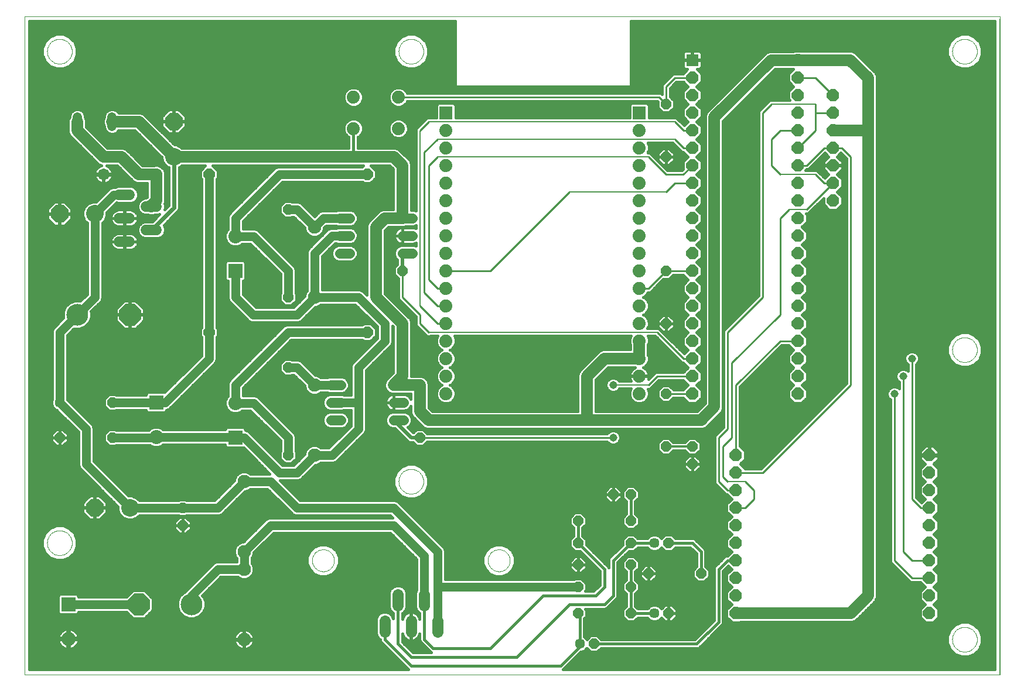
<source format=gtl>
G75*
G70*
%OFA0B0*%
%FSLAX24Y24*%
%IPPOS*%
%LPD*%
%AMOC8*
5,1,8,0,0,1.08239X$1,22.5*
%
%ADD10C,0.0000*%
%ADD11C,0.0640*%
%ADD12OC8,0.1240*%
%ADD13C,0.1240*%
%ADD14C,0.1000*%
%ADD15OC8,0.1000*%
%ADD16OC8,0.0570*%
%ADD17C,0.0570*%
%ADD18C,0.0760*%
%ADD19C,0.0600*%
%ADD20C,0.0673*%
%ADD21C,0.0530*%
%ADD22C,0.0570*%
%ADD23OC8,0.0640*%
%ADD24OC8,0.0700*%
%ADD25R,0.0700X0.0700*%
%ADD26C,0.0740*%
%ADD27R,0.0740X0.0740*%
%ADD28R,0.0800X0.0800*%
%ADD29C,0.0800*%
%ADD30C,0.0160*%
%ADD31C,0.0500*%
%ADD32C,0.0660*%
%ADD33C,0.0240*%
%ADD34C,0.0200*%
%ADD35C,0.0100*%
%ADD36C,0.0080*%
%ADD37C,0.0450*%
%ADD38C,0.0120*%
D10*
X000680Y000680D02*
X000680Y038180D01*
X056180Y038180D01*
X056180Y000680D01*
X056172Y000680D01*
X056172Y038050D01*
X053475Y036180D02*
X053477Y036233D01*
X053483Y036285D01*
X053493Y036337D01*
X053506Y036388D01*
X053524Y036438D01*
X053545Y036486D01*
X053569Y036533D01*
X053598Y036577D01*
X053629Y036620D01*
X053663Y036660D01*
X053700Y036697D01*
X053740Y036731D01*
X053783Y036762D01*
X053828Y036791D01*
X053874Y036815D01*
X053922Y036836D01*
X053972Y036854D01*
X054023Y036867D01*
X054075Y036877D01*
X054127Y036883D01*
X054180Y036885D01*
X054233Y036883D01*
X054285Y036877D01*
X054337Y036867D01*
X054388Y036854D01*
X054438Y036836D01*
X054486Y036815D01*
X054533Y036791D01*
X054577Y036762D01*
X054620Y036731D01*
X054660Y036697D01*
X054697Y036660D01*
X054731Y036620D01*
X054762Y036577D01*
X054791Y036532D01*
X054815Y036486D01*
X054836Y036438D01*
X054854Y036388D01*
X054867Y036337D01*
X054877Y036285D01*
X054883Y036233D01*
X054885Y036180D01*
X054883Y036127D01*
X054877Y036075D01*
X054867Y036023D01*
X054854Y035972D01*
X054836Y035922D01*
X054815Y035874D01*
X054791Y035827D01*
X054762Y035783D01*
X054731Y035740D01*
X054697Y035700D01*
X054660Y035663D01*
X054620Y035629D01*
X054577Y035598D01*
X054532Y035569D01*
X054486Y035545D01*
X054438Y035524D01*
X054388Y035506D01*
X054337Y035493D01*
X054285Y035483D01*
X054233Y035477D01*
X054180Y035475D01*
X054127Y035477D01*
X054075Y035483D01*
X054023Y035493D01*
X053972Y035506D01*
X053922Y035524D01*
X053874Y035545D01*
X053827Y035569D01*
X053783Y035598D01*
X053740Y035629D01*
X053700Y035663D01*
X053663Y035700D01*
X053629Y035740D01*
X053598Y035783D01*
X053569Y035828D01*
X053545Y035874D01*
X053524Y035922D01*
X053506Y035972D01*
X053493Y036023D01*
X053483Y036075D01*
X053477Y036127D01*
X053475Y036180D01*
X053475Y019180D02*
X053477Y019233D01*
X053483Y019285D01*
X053493Y019337D01*
X053506Y019388D01*
X053524Y019438D01*
X053545Y019486D01*
X053569Y019533D01*
X053598Y019577D01*
X053629Y019620D01*
X053663Y019660D01*
X053700Y019697D01*
X053740Y019731D01*
X053783Y019762D01*
X053828Y019791D01*
X053874Y019815D01*
X053922Y019836D01*
X053972Y019854D01*
X054023Y019867D01*
X054075Y019877D01*
X054127Y019883D01*
X054180Y019885D01*
X054233Y019883D01*
X054285Y019877D01*
X054337Y019867D01*
X054388Y019854D01*
X054438Y019836D01*
X054486Y019815D01*
X054533Y019791D01*
X054577Y019762D01*
X054620Y019731D01*
X054660Y019697D01*
X054697Y019660D01*
X054731Y019620D01*
X054762Y019577D01*
X054791Y019532D01*
X054815Y019486D01*
X054836Y019438D01*
X054854Y019388D01*
X054867Y019337D01*
X054877Y019285D01*
X054883Y019233D01*
X054885Y019180D01*
X054883Y019127D01*
X054877Y019075D01*
X054867Y019023D01*
X054854Y018972D01*
X054836Y018922D01*
X054815Y018874D01*
X054791Y018827D01*
X054762Y018783D01*
X054731Y018740D01*
X054697Y018700D01*
X054660Y018663D01*
X054620Y018629D01*
X054577Y018598D01*
X054532Y018569D01*
X054486Y018545D01*
X054438Y018524D01*
X054388Y018506D01*
X054337Y018493D01*
X054285Y018483D01*
X054233Y018477D01*
X054180Y018475D01*
X054127Y018477D01*
X054075Y018483D01*
X054023Y018493D01*
X053972Y018506D01*
X053922Y018524D01*
X053874Y018545D01*
X053827Y018569D01*
X053783Y018598D01*
X053740Y018629D01*
X053700Y018663D01*
X053663Y018700D01*
X053629Y018740D01*
X053598Y018783D01*
X053569Y018828D01*
X053545Y018874D01*
X053524Y018922D01*
X053506Y018972D01*
X053493Y019023D01*
X053483Y019075D01*
X053477Y019127D01*
X053475Y019180D01*
X053475Y002680D02*
X053477Y002733D01*
X053483Y002785D01*
X053493Y002837D01*
X053506Y002888D01*
X053524Y002938D01*
X053545Y002986D01*
X053569Y003033D01*
X053598Y003077D01*
X053629Y003120D01*
X053663Y003160D01*
X053700Y003197D01*
X053740Y003231D01*
X053783Y003262D01*
X053828Y003291D01*
X053874Y003315D01*
X053922Y003336D01*
X053972Y003354D01*
X054023Y003367D01*
X054075Y003377D01*
X054127Y003383D01*
X054180Y003385D01*
X054233Y003383D01*
X054285Y003377D01*
X054337Y003367D01*
X054388Y003354D01*
X054438Y003336D01*
X054486Y003315D01*
X054533Y003291D01*
X054577Y003262D01*
X054620Y003231D01*
X054660Y003197D01*
X054697Y003160D01*
X054731Y003120D01*
X054762Y003077D01*
X054791Y003032D01*
X054815Y002986D01*
X054836Y002938D01*
X054854Y002888D01*
X054867Y002837D01*
X054877Y002785D01*
X054883Y002733D01*
X054885Y002680D01*
X054883Y002627D01*
X054877Y002575D01*
X054867Y002523D01*
X054854Y002472D01*
X054836Y002422D01*
X054815Y002374D01*
X054791Y002327D01*
X054762Y002283D01*
X054731Y002240D01*
X054697Y002200D01*
X054660Y002163D01*
X054620Y002129D01*
X054577Y002098D01*
X054532Y002069D01*
X054486Y002045D01*
X054438Y002024D01*
X054388Y002006D01*
X054337Y001993D01*
X054285Y001983D01*
X054233Y001977D01*
X054180Y001975D01*
X054127Y001977D01*
X054075Y001983D01*
X054023Y001993D01*
X053972Y002006D01*
X053922Y002024D01*
X053874Y002045D01*
X053827Y002069D01*
X053783Y002098D01*
X053740Y002129D01*
X053700Y002163D01*
X053663Y002200D01*
X053629Y002240D01*
X053598Y002283D01*
X053569Y002328D01*
X053545Y002374D01*
X053524Y002422D01*
X053506Y002472D01*
X053493Y002523D01*
X053483Y002575D01*
X053477Y002627D01*
X053475Y002680D01*
X056172Y000680D02*
X000680Y000680D01*
X001975Y008180D02*
X001977Y008233D01*
X001983Y008285D01*
X001993Y008337D01*
X002006Y008388D01*
X002024Y008438D01*
X002045Y008486D01*
X002069Y008533D01*
X002098Y008577D01*
X002129Y008620D01*
X002163Y008660D01*
X002200Y008697D01*
X002240Y008731D01*
X002283Y008762D01*
X002328Y008791D01*
X002374Y008815D01*
X002422Y008836D01*
X002472Y008854D01*
X002523Y008867D01*
X002575Y008877D01*
X002627Y008883D01*
X002680Y008885D01*
X002733Y008883D01*
X002785Y008877D01*
X002837Y008867D01*
X002888Y008854D01*
X002938Y008836D01*
X002986Y008815D01*
X003033Y008791D01*
X003077Y008762D01*
X003120Y008731D01*
X003160Y008697D01*
X003197Y008660D01*
X003231Y008620D01*
X003262Y008577D01*
X003291Y008532D01*
X003315Y008486D01*
X003336Y008438D01*
X003354Y008388D01*
X003367Y008337D01*
X003377Y008285D01*
X003383Y008233D01*
X003385Y008180D01*
X003383Y008127D01*
X003377Y008075D01*
X003367Y008023D01*
X003354Y007972D01*
X003336Y007922D01*
X003315Y007874D01*
X003291Y007827D01*
X003262Y007783D01*
X003231Y007740D01*
X003197Y007700D01*
X003160Y007663D01*
X003120Y007629D01*
X003077Y007598D01*
X003032Y007569D01*
X002986Y007545D01*
X002938Y007524D01*
X002888Y007506D01*
X002837Y007493D01*
X002785Y007483D01*
X002733Y007477D01*
X002680Y007475D01*
X002627Y007477D01*
X002575Y007483D01*
X002523Y007493D01*
X002472Y007506D01*
X002422Y007524D01*
X002374Y007545D01*
X002327Y007569D01*
X002283Y007598D01*
X002240Y007629D01*
X002200Y007663D01*
X002163Y007700D01*
X002129Y007740D01*
X002098Y007783D01*
X002069Y007828D01*
X002045Y007874D01*
X002024Y007922D01*
X002006Y007972D01*
X001993Y008023D01*
X001983Y008075D01*
X001977Y008127D01*
X001975Y008180D01*
X017055Y007180D02*
X017057Y007230D01*
X017063Y007279D01*
X017073Y007328D01*
X017086Y007375D01*
X017104Y007422D01*
X017125Y007467D01*
X017149Y007510D01*
X017177Y007551D01*
X017208Y007590D01*
X017242Y007626D01*
X017279Y007660D01*
X017319Y007690D01*
X017360Y007717D01*
X017404Y007741D01*
X017449Y007761D01*
X017496Y007777D01*
X017544Y007790D01*
X017593Y007799D01*
X017643Y007804D01*
X017692Y007805D01*
X017742Y007802D01*
X017791Y007795D01*
X017840Y007784D01*
X017887Y007770D01*
X017933Y007751D01*
X017978Y007729D01*
X018021Y007704D01*
X018061Y007675D01*
X018099Y007643D01*
X018135Y007609D01*
X018168Y007571D01*
X018197Y007531D01*
X018223Y007489D01*
X018246Y007445D01*
X018265Y007399D01*
X018281Y007352D01*
X018293Y007303D01*
X018301Y007254D01*
X018305Y007205D01*
X018305Y007155D01*
X018301Y007106D01*
X018293Y007057D01*
X018281Y007008D01*
X018265Y006961D01*
X018246Y006915D01*
X018223Y006871D01*
X018197Y006829D01*
X018168Y006789D01*
X018135Y006751D01*
X018099Y006717D01*
X018061Y006685D01*
X018021Y006656D01*
X017978Y006631D01*
X017933Y006609D01*
X017887Y006590D01*
X017840Y006576D01*
X017791Y006565D01*
X017742Y006558D01*
X017692Y006555D01*
X017643Y006556D01*
X017593Y006561D01*
X017544Y006570D01*
X017496Y006583D01*
X017449Y006599D01*
X017404Y006619D01*
X017360Y006643D01*
X017319Y006670D01*
X017279Y006700D01*
X017242Y006734D01*
X017208Y006770D01*
X017177Y006809D01*
X017149Y006850D01*
X017125Y006893D01*
X017104Y006938D01*
X017086Y006985D01*
X017073Y007032D01*
X017063Y007081D01*
X017057Y007130D01*
X017055Y007180D01*
X021975Y011680D02*
X021977Y011733D01*
X021983Y011785D01*
X021993Y011837D01*
X022006Y011888D01*
X022024Y011938D01*
X022045Y011986D01*
X022069Y012033D01*
X022098Y012077D01*
X022129Y012120D01*
X022163Y012160D01*
X022200Y012197D01*
X022240Y012231D01*
X022283Y012262D01*
X022328Y012291D01*
X022374Y012315D01*
X022422Y012336D01*
X022472Y012354D01*
X022523Y012367D01*
X022575Y012377D01*
X022627Y012383D01*
X022680Y012385D01*
X022733Y012383D01*
X022785Y012377D01*
X022837Y012367D01*
X022888Y012354D01*
X022938Y012336D01*
X022986Y012315D01*
X023033Y012291D01*
X023077Y012262D01*
X023120Y012231D01*
X023160Y012197D01*
X023197Y012160D01*
X023231Y012120D01*
X023262Y012077D01*
X023291Y012032D01*
X023315Y011986D01*
X023336Y011938D01*
X023354Y011888D01*
X023367Y011837D01*
X023377Y011785D01*
X023383Y011733D01*
X023385Y011680D01*
X023383Y011627D01*
X023377Y011575D01*
X023367Y011523D01*
X023354Y011472D01*
X023336Y011422D01*
X023315Y011374D01*
X023291Y011327D01*
X023262Y011283D01*
X023231Y011240D01*
X023197Y011200D01*
X023160Y011163D01*
X023120Y011129D01*
X023077Y011098D01*
X023032Y011069D01*
X022986Y011045D01*
X022938Y011024D01*
X022888Y011006D01*
X022837Y010993D01*
X022785Y010983D01*
X022733Y010977D01*
X022680Y010975D01*
X022627Y010977D01*
X022575Y010983D01*
X022523Y010993D01*
X022472Y011006D01*
X022422Y011024D01*
X022374Y011045D01*
X022327Y011069D01*
X022283Y011098D01*
X022240Y011129D01*
X022200Y011163D01*
X022163Y011200D01*
X022129Y011240D01*
X022098Y011283D01*
X022069Y011328D01*
X022045Y011374D01*
X022024Y011422D01*
X022006Y011472D01*
X021993Y011523D01*
X021983Y011575D01*
X021977Y011627D01*
X021975Y011680D01*
X027055Y007180D02*
X027057Y007230D01*
X027063Y007279D01*
X027073Y007328D01*
X027086Y007375D01*
X027104Y007422D01*
X027125Y007467D01*
X027149Y007510D01*
X027177Y007551D01*
X027208Y007590D01*
X027242Y007626D01*
X027279Y007660D01*
X027319Y007690D01*
X027360Y007717D01*
X027404Y007741D01*
X027449Y007761D01*
X027496Y007777D01*
X027544Y007790D01*
X027593Y007799D01*
X027643Y007804D01*
X027692Y007805D01*
X027742Y007802D01*
X027791Y007795D01*
X027840Y007784D01*
X027887Y007770D01*
X027933Y007751D01*
X027978Y007729D01*
X028021Y007704D01*
X028061Y007675D01*
X028099Y007643D01*
X028135Y007609D01*
X028168Y007571D01*
X028197Y007531D01*
X028223Y007489D01*
X028246Y007445D01*
X028265Y007399D01*
X028281Y007352D01*
X028293Y007303D01*
X028301Y007254D01*
X028305Y007205D01*
X028305Y007155D01*
X028301Y007106D01*
X028293Y007057D01*
X028281Y007008D01*
X028265Y006961D01*
X028246Y006915D01*
X028223Y006871D01*
X028197Y006829D01*
X028168Y006789D01*
X028135Y006751D01*
X028099Y006717D01*
X028061Y006685D01*
X028021Y006656D01*
X027978Y006631D01*
X027933Y006609D01*
X027887Y006590D01*
X027840Y006576D01*
X027791Y006565D01*
X027742Y006558D01*
X027692Y006555D01*
X027643Y006556D01*
X027593Y006561D01*
X027544Y006570D01*
X027496Y006583D01*
X027449Y006599D01*
X027404Y006619D01*
X027360Y006643D01*
X027319Y006670D01*
X027279Y006700D01*
X027242Y006734D01*
X027208Y006770D01*
X027177Y006809D01*
X027149Y006850D01*
X027125Y006893D01*
X027104Y006938D01*
X027086Y006985D01*
X027073Y007032D01*
X027063Y007081D01*
X027057Y007130D01*
X027055Y007180D01*
X021975Y036180D02*
X021977Y036233D01*
X021983Y036285D01*
X021993Y036337D01*
X022006Y036388D01*
X022024Y036438D01*
X022045Y036486D01*
X022069Y036533D01*
X022098Y036577D01*
X022129Y036620D01*
X022163Y036660D01*
X022200Y036697D01*
X022240Y036731D01*
X022283Y036762D01*
X022328Y036791D01*
X022374Y036815D01*
X022422Y036836D01*
X022472Y036854D01*
X022523Y036867D01*
X022575Y036877D01*
X022627Y036883D01*
X022680Y036885D01*
X022733Y036883D01*
X022785Y036877D01*
X022837Y036867D01*
X022888Y036854D01*
X022938Y036836D01*
X022986Y036815D01*
X023033Y036791D01*
X023077Y036762D01*
X023120Y036731D01*
X023160Y036697D01*
X023197Y036660D01*
X023231Y036620D01*
X023262Y036577D01*
X023291Y036532D01*
X023315Y036486D01*
X023336Y036438D01*
X023354Y036388D01*
X023367Y036337D01*
X023377Y036285D01*
X023383Y036233D01*
X023385Y036180D01*
X023383Y036127D01*
X023377Y036075D01*
X023367Y036023D01*
X023354Y035972D01*
X023336Y035922D01*
X023315Y035874D01*
X023291Y035827D01*
X023262Y035783D01*
X023231Y035740D01*
X023197Y035700D01*
X023160Y035663D01*
X023120Y035629D01*
X023077Y035598D01*
X023032Y035569D01*
X022986Y035545D01*
X022938Y035524D01*
X022888Y035506D01*
X022837Y035493D01*
X022785Y035483D01*
X022733Y035477D01*
X022680Y035475D01*
X022627Y035477D01*
X022575Y035483D01*
X022523Y035493D01*
X022472Y035506D01*
X022422Y035524D01*
X022374Y035545D01*
X022327Y035569D01*
X022283Y035598D01*
X022240Y035629D01*
X022200Y035663D01*
X022163Y035700D01*
X022129Y035740D01*
X022098Y035783D01*
X022069Y035828D01*
X022045Y035874D01*
X022024Y035922D01*
X022006Y035972D01*
X021993Y036023D01*
X021983Y036075D01*
X021977Y036127D01*
X021975Y036180D01*
X001975Y036180D02*
X001977Y036233D01*
X001983Y036285D01*
X001993Y036337D01*
X002006Y036388D01*
X002024Y036438D01*
X002045Y036486D01*
X002069Y036533D01*
X002098Y036577D01*
X002129Y036620D01*
X002163Y036660D01*
X002200Y036697D01*
X002240Y036731D01*
X002283Y036762D01*
X002328Y036791D01*
X002374Y036815D01*
X002422Y036836D01*
X002472Y036854D01*
X002523Y036867D01*
X002575Y036877D01*
X002627Y036883D01*
X002680Y036885D01*
X002733Y036883D01*
X002785Y036877D01*
X002837Y036867D01*
X002888Y036854D01*
X002938Y036836D01*
X002986Y036815D01*
X003033Y036791D01*
X003077Y036762D01*
X003120Y036731D01*
X003160Y036697D01*
X003197Y036660D01*
X003231Y036620D01*
X003262Y036577D01*
X003291Y036532D01*
X003315Y036486D01*
X003336Y036438D01*
X003354Y036388D01*
X003367Y036337D01*
X003377Y036285D01*
X003383Y036233D01*
X003385Y036180D01*
X003383Y036127D01*
X003377Y036075D01*
X003367Y036023D01*
X003354Y035972D01*
X003336Y035922D01*
X003315Y035874D01*
X003291Y035827D01*
X003262Y035783D01*
X003231Y035740D01*
X003197Y035700D01*
X003160Y035663D01*
X003120Y035629D01*
X003077Y035598D01*
X003032Y035569D01*
X002986Y035545D01*
X002938Y035524D01*
X002888Y035506D01*
X002837Y035493D01*
X002785Y035483D01*
X002733Y035477D01*
X002680Y035475D01*
X002627Y035477D01*
X002575Y035483D01*
X002523Y035493D01*
X002472Y035506D01*
X002422Y035524D01*
X002374Y035545D01*
X002327Y035569D01*
X002283Y035598D01*
X002240Y035629D01*
X002200Y035663D01*
X002163Y035700D01*
X002129Y035740D01*
X002098Y035783D01*
X002069Y035828D01*
X002045Y035874D01*
X002024Y035922D01*
X002006Y035972D01*
X001993Y036023D01*
X001983Y036075D01*
X001977Y036127D01*
X001975Y036180D01*
D11*
X021930Y005250D02*
X021930Y004610D01*
X021180Y003750D02*
X021180Y003110D01*
X022680Y003110D02*
X022680Y003750D01*
X023430Y004610D02*
X023430Y005250D01*
X024180Y003750D02*
X024180Y003110D01*
D12*
X007180Y004680D03*
X006680Y021180D03*
D13*
X003680Y021180D03*
X010180Y004680D03*
D14*
X006680Y010180D03*
X004680Y026930D03*
X009180Y030180D03*
D15*
X009180Y032180D03*
X002680Y026930D03*
X004680Y010180D03*
D16*
X009680Y010180D03*
X009680Y009180D03*
X015680Y013180D03*
X015680Y018180D03*
X015680Y022180D03*
X015680Y027180D03*
X022180Y023680D03*
X022180Y020680D03*
X023180Y017180D03*
X023180Y014180D03*
X032180Y009430D03*
X032180Y008180D03*
X032180Y006930D03*
X032180Y005680D03*
X032180Y004180D03*
X033080Y002430D03*
X035180Y004180D03*
X035180Y005680D03*
X036180Y006430D03*
X035180Y006930D03*
X035180Y008180D03*
X035180Y009430D03*
X035180Y010930D03*
X034180Y010930D03*
X037180Y013680D03*
X038680Y013680D03*
X038680Y012680D03*
X037180Y016680D03*
X037180Y020680D03*
X037180Y023680D03*
X037180Y030180D03*
X037180Y033180D03*
X005680Y016180D03*
X005680Y014180D03*
X002680Y014180D03*
X037330Y008180D03*
X039180Y006430D03*
X037330Y004180D03*
D17*
X036530Y004180D03*
X032280Y002430D03*
X036530Y008180D03*
X002680Y016180D03*
D18*
X013180Y011680D03*
X017180Y013180D03*
X017180Y017180D03*
X017180Y022180D03*
X017180Y026180D03*
X013180Y007680D03*
X013180Y006680D03*
X013180Y002680D03*
D19*
X006673Y025341D02*
X006073Y025341D01*
X006073Y026680D02*
X006673Y026680D01*
X007608Y026011D02*
X008208Y026011D01*
X008208Y027349D02*
X007608Y027349D01*
X006673Y028019D02*
X006073Y028019D01*
D20*
X005180Y029180D03*
X008180Y029180D03*
D21*
X005664Y031915D02*
X005664Y032445D01*
X003696Y032445D02*
X003696Y031915D01*
D22*
X018610Y026680D02*
X019180Y026680D01*
X019180Y025680D02*
X018610Y025680D01*
X018610Y024680D02*
X019180Y024680D01*
X022180Y024680D02*
X022750Y024680D01*
X022750Y025680D02*
X022180Y025680D01*
X022180Y026680D02*
X022750Y026680D01*
X022250Y017180D02*
X021680Y017180D01*
X021680Y016180D02*
X022250Y016180D01*
X022250Y015180D02*
X021680Y015180D01*
X018680Y015180D02*
X018110Y015180D01*
X018110Y016180D02*
X018680Y016180D01*
X018680Y017180D02*
X018110Y017180D01*
D23*
X020180Y020180D03*
X011180Y020180D03*
X011180Y029180D03*
X020180Y029180D03*
D24*
X038681Y028690D03*
X038681Y027690D03*
X038681Y026690D03*
X038683Y025671D03*
X038683Y024671D03*
X038683Y023671D03*
X038683Y022671D03*
X038683Y021671D03*
X038683Y020671D03*
X038683Y019671D03*
X038683Y018671D03*
X038683Y017671D03*
X038683Y016671D03*
X041171Y013176D03*
X041171Y012176D03*
X041171Y011176D03*
X041171Y010176D03*
X041171Y009176D03*
X041171Y008176D03*
X041171Y007176D03*
X041171Y006176D03*
X041171Y005176D03*
X041171Y004176D03*
X052175Y004176D03*
X052175Y005176D03*
X052175Y006176D03*
X052175Y007176D03*
X052175Y008176D03*
X052175Y009176D03*
X052175Y010176D03*
X052175Y011176D03*
X052175Y012176D03*
X052175Y013176D03*
X044683Y016671D03*
X044683Y017671D03*
X044683Y018671D03*
X044683Y019671D03*
X044683Y020671D03*
X044683Y021671D03*
X044683Y022671D03*
X044683Y023671D03*
X044683Y024671D03*
X044683Y025671D03*
X044681Y026690D03*
X044681Y027690D03*
X044681Y028690D03*
X044681Y029690D03*
X044681Y030690D03*
X044681Y031690D03*
X044681Y032690D03*
X044681Y033690D03*
X044681Y034690D03*
X044681Y035690D03*
X046680Y033680D03*
X046680Y032680D03*
X046680Y031680D03*
X046680Y030680D03*
X046680Y029680D03*
X046680Y028680D03*
X046680Y027680D03*
X038681Y029690D03*
X038681Y030690D03*
X038681Y031690D03*
X038681Y032690D03*
X038681Y033690D03*
X038681Y034690D03*
D25*
X038681Y035690D03*
D26*
X035664Y031684D03*
X035664Y030684D03*
X035664Y029684D03*
X035664Y028684D03*
X035664Y027684D03*
X035664Y026684D03*
X035664Y025684D03*
X035664Y024684D03*
X035664Y023684D03*
X035664Y022684D03*
X035664Y021684D03*
X035664Y020684D03*
X035664Y019684D03*
X035664Y018684D03*
X035664Y017684D03*
X035664Y016684D03*
X024672Y016681D03*
X024672Y017681D03*
X024672Y018681D03*
X024672Y019681D03*
X024672Y020681D03*
X024672Y021681D03*
X024672Y022681D03*
X024672Y023681D03*
X024672Y024681D03*
X024672Y025681D03*
X024672Y026681D03*
X024672Y027681D03*
X024672Y028681D03*
X024672Y029681D03*
X024672Y030681D03*
X024672Y031681D03*
X021960Y031790D03*
X019400Y031790D03*
X019400Y033570D03*
X021960Y033570D03*
D27*
X024672Y032681D03*
X035664Y032684D03*
D28*
X012680Y023680D03*
X008180Y016180D03*
X012680Y014180D03*
X003180Y004680D03*
D29*
X003180Y002711D03*
X008180Y014211D03*
X012680Y016149D03*
X012680Y025649D03*
D30*
X012149Y025882D02*
X011610Y025882D01*
X011610Y026040D02*
X012250Y026040D01*
X012250Y026039D02*
X012188Y025977D01*
X012100Y025764D01*
X012100Y025533D01*
X012188Y025320D01*
X012351Y025157D01*
X012565Y025069D01*
X012795Y025069D01*
X013009Y025157D01*
X013070Y025219D01*
X013533Y025219D01*
X015250Y023502D01*
X015250Y022408D01*
X015215Y022373D01*
X015215Y021987D01*
X015487Y021715D01*
X015873Y021715D01*
X016145Y021987D01*
X016145Y022373D01*
X016110Y022408D01*
X016110Y023766D01*
X016045Y023924D01*
X015924Y024045D01*
X013955Y026013D01*
X013797Y026079D01*
X013110Y026079D01*
X013110Y026502D01*
X015358Y028750D01*
X019903Y028750D01*
X019973Y028680D01*
X020387Y028680D01*
X020680Y028973D01*
X020680Y029387D01*
X020397Y029670D01*
X021469Y029670D01*
X021670Y029469D01*
X021670Y027190D01*
X021079Y027190D01*
X020891Y027112D01*
X020391Y026612D01*
X020248Y026469D01*
X020170Y026281D01*
X020170Y022298D01*
X020045Y022424D01*
X019924Y022545D01*
X019766Y022610D01*
X017610Y022610D01*
X017610Y024502D01*
X018358Y025250D01*
X018433Y025250D01*
X018518Y025215D01*
X019272Y025215D01*
X019443Y025286D01*
X019574Y025417D01*
X019645Y025588D01*
X019645Y025772D01*
X019574Y025943D01*
X019443Y026074D01*
X019272Y026145D01*
X018518Y026145D01*
X018433Y026110D01*
X018094Y026110D01*
X017936Y026045D01*
X016936Y025045D01*
X016815Y024924D01*
X016750Y024766D01*
X016750Y022542D01*
X016705Y022497D01*
X016620Y022291D01*
X016620Y022228D01*
X016002Y021610D01*
X013858Y021610D01*
X013110Y022358D01*
X013110Y023100D01*
X013155Y023100D01*
X013260Y023205D01*
X013260Y024155D01*
X013155Y024260D01*
X012205Y024260D01*
X012100Y024155D01*
X012100Y023205D01*
X012205Y023100D01*
X012250Y023100D01*
X012250Y022094D01*
X012315Y021936D01*
X013315Y020936D01*
X013436Y020815D01*
X013594Y020750D01*
X016266Y020750D01*
X016424Y020815D01*
X017228Y021620D01*
X017291Y021620D01*
X017497Y021705D01*
X017542Y021750D01*
X019502Y021750D01*
X020750Y020502D01*
X020750Y019858D01*
X019315Y018424D01*
X019250Y018266D01*
X019250Y016610D01*
X018857Y016610D01*
X018772Y016645D01*
X018018Y016645D01*
X017847Y016574D01*
X017716Y016443D01*
X017645Y016272D01*
X017645Y016088D01*
X017716Y015917D01*
X017847Y015786D01*
X018018Y015715D01*
X018772Y015715D01*
X018857Y015750D01*
X019250Y015750D01*
X019250Y014858D01*
X018002Y013610D01*
X017542Y013610D01*
X017497Y013655D01*
X017291Y013740D01*
X017069Y013740D01*
X016863Y013655D01*
X016705Y013497D01*
X016620Y013291D01*
X016620Y013228D01*
X016002Y012610D01*
X015358Y012610D01*
X013424Y014545D01*
X013266Y014610D01*
X013260Y014610D01*
X013260Y014655D01*
X013155Y014760D01*
X012205Y014760D01*
X012100Y014655D01*
X012100Y014641D01*
X008570Y014641D01*
X008509Y014703D01*
X008295Y014791D01*
X008065Y014791D01*
X007851Y014703D01*
X007758Y014610D01*
X005908Y014610D01*
X005873Y014645D01*
X005487Y014645D01*
X005215Y014373D01*
X005215Y013987D01*
X005487Y013715D01*
X005873Y013715D01*
X005908Y013750D01*
X007821Y013750D01*
X007851Y013720D01*
X008065Y013631D01*
X008295Y013631D01*
X008509Y013720D01*
X008570Y013781D01*
X012100Y013781D01*
X012100Y013705D01*
X012205Y013600D01*
X013152Y013600D01*
X014642Y012110D01*
X013542Y012110D01*
X013497Y012155D01*
X013291Y012240D01*
X013069Y012240D01*
X012863Y012155D01*
X012705Y011997D01*
X012620Y011791D01*
X012620Y011728D01*
X011502Y010610D01*
X009908Y010610D01*
X009873Y010645D01*
X009487Y010645D01*
X009452Y010610D01*
X007212Y010610D01*
X007065Y010756D01*
X006815Y010860D01*
X006608Y010860D01*
X004610Y012858D01*
X004610Y014766D01*
X004545Y014924D01*
X004424Y015045D01*
X003110Y016358D01*
X003110Y020002D01*
X003498Y020390D01*
X003521Y020380D01*
X003839Y020380D01*
X004133Y020502D01*
X004358Y020727D01*
X004480Y021021D01*
X004480Y021339D01*
X004470Y021362D01*
X005045Y021936D01*
X005110Y022094D01*
X005110Y026398D01*
X005256Y026545D01*
X005360Y026795D01*
X005360Y027002D01*
X005920Y027562D01*
X005977Y027539D01*
X006768Y027539D01*
X006945Y027612D01*
X007080Y027747D01*
X007153Y027923D01*
X007153Y028114D01*
X007080Y028290D01*
X006945Y028426D01*
X006768Y028499D01*
X005977Y028499D01*
X005857Y028449D01*
X005683Y028449D01*
X005525Y028383D01*
X004752Y027610D01*
X004545Y027610D01*
X004295Y027506D01*
X004104Y027315D01*
X004000Y027065D01*
X004000Y026795D01*
X004104Y026545D01*
X004250Y026398D01*
X004250Y022358D01*
X003862Y021970D01*
X003839Y021980D01*
X003521Y021980D01*
X003227Y021858D01*
X003002Y021633D01*
X002880Y021339D01*
X002880Y021021D01*
X002890Y020998D01*
X002315Y020424D01*
X002250Y020266D01*
X002250Y016357D01*
X002215Y016272D01*
X002215Y016088D01*
X002286Y015917D01*
X002417Y015786D01*
X002501Y015751D01*
X003750Y014502D01*
X003750Y012594D01*
X003815Y012436D01*
X006000Y010252D01*
X006000Y010045D01*
X006104Y009795D01*
X006295Y009604D01*
X006545Y009500D01*
X006815Y009500D01*
X007065Y009604D01*
X007212Y009750D01*
X009452Y009750D01*
X009487Y009715D01*
X009873Y009715D01*
X009908Y009750D01*
X011766Y009750D01*
X011924Y009815D01*
X013228Y011120D01*
X013291Y011120D01*
X013497Y011205D01*
X013542Y011250D01*
X014502Y011250D01*
X015815Y009936D01*
X015936Y009815D01*
X016094Y009750D01*
X021502Y009750D01*
X021642Y009610D01*
X014594Y009610D01*
X014436Y009545D01*
X013132Y008240D01*
X013069Y008240D01*
X012863Y008155D01*
X012705Y007997D01*
X012620Y007791D01*
X012620Y007569D01*
X012705Y007363D01*
X012750Y007318D01*
X012750Y007110D01*
X011594Y007110D01*
X011436Y007045D01*
X011315Y006924D01*
X009815Y005424D01*
X009801Y005389D01*
X009727Y005358D01*
X009502Y005133D01*
X009380Y004839D01*
X009380Y004521D01*
X009502Y004227D01*
X009727Y004002D01*
X010021Y003880D01*
X010339Y003880D01*
X010633Y004002D01*
X010858Y004227D01*
X010980Y004521D01*
X010980Y004839D01*
X010858Y005133D01*
X010800Y005192D01*
X011858Y006250D01*
X012818Y006250D01*
X012863Y006205D01*
X013069Y006120D01*
X013291Y006120D01*
X013497Y006205D01*
X013655Y006363D01*
X013740Y006569D01*
X013740Y006791D01*
X013655Y006997D01*
X013610Y007042D01*
X013610Y007318D01*
X013655Y007363D01*
X013740Y007569D01*
X013740Y007632D01*
X014858Y008750D01*
X021502Y008750D01*
X023000Y007252D01*
X023000Y005518D01*
X022930Y005349D01*
X022930Y004511D01*
X023006Y004327D01*
X023147Y004186D01*
X023170Y004176D01*
X023170Y003852D01*
X023168Y003867D01*
X023143Y003942D01*
X023108Y004012D01*
X023061Y004076D01*
X023006Y004131D01*
X022942Y004178D01*
X022872Y004213D01*
X022797Y004238D01*
X022719Y004250D01*
X022700Y004250D01*
X022700Y003450D01*
X022660Y003450D01*
X022660Y004250D01*
X022641Y004250D01*
X022563Y004238D01*
X022488Y004213D01*
X022418Y004178D01*
X022354Y004131D01*
X022299Y004076D01*
X022252Y004012D01*
X022217Y003942D01*
X022192Y003867D01*
X022190Y003852D01*
X022190Y004176D01*
X022213Y004186D01*
X022354Y004327D01*
X022430Y004511D01*
X022430Y005349D01*
X022354Y005533D01*
X022213Y005674D01*
X022029Y005750D01*
X021831Y005750D01*
X021647Y005674D01*
X021506Y005533D01*
X021430Y005349D01*
X021430Y004511D01*
X021506Y004327D01*
X021647Y004186D01*
X021670Y004176D01*
X021670Y003874D01*
X021604Y004033D01*
X021463Y004174D01*
X021279Y004250D01*
X021081Y004250D01*
X020897Y004174D01*
X020756Y004033D01*
X020680Y003849D01*
X020680Y003011D01*
X020756Y002827D01*
X020897Y002686D01*
X020920Y002676D01*
X020920Y002628D01*
X020960Y002533D01*
X021033Y002460D01*
X022532Y000960D01*
X000960Y000960D01*
X000960Y037900D01*
X025180Y037900D01*
X025180Y034180D01*
X035180Y034180D01*
X035180Y037900D01*
X055892Y037900D01*
X055892Y000960D01*
X031328Y000960D01*
X031400Y001033D01*
X032333Y001965D01*
X032372Y001965D01*
X032543Y002036D01*
X032674Y002167D01*
X032678Y002175D01*
X032887Y001965D01*
X033273Y001965D01*
X033478Y002170D01*
X038982Y002170D01*
X039077Y002210D01*
X039150Y002283D01*
X040400Y003533D01*
X040440Y003628D01*
X040440Y006572D01*
X040733Y006865D01*
X040921Y006676D01*
X040641Y006396D01*
X040641Y005957D01*
X040921Y005676D01*
X040641Y005396D01*
X040641Y004957D01*
X040921Y004676D01*
X040641Y004396D01*
X040641Y003957D01*
X040951Y003646D01*
X041390Y003646D01*
X041414Y003670D01*
X047781Y003670D01*
X047969Y003748D01*
X048112Y003891D01*
X049112Y004891D01*
X049190Y005079D01*
X049190Y034781D01*
X049112Y034969D01*
X048969Y035112D01*
X047959Y036123D01*
X047771Y036200D01*
X044921Y036200D01*
X044901Y036220D01*
X044462Y036220D01*
X044432Y036190D01*
X043079Y036190D01*
X042891Y036112D01*
X042748Y035969D01*
X039498Y032719D01*
X039420Y032531D01*
X039420Y016141D01*
X038969Y015690D01*
X033190Y015690D01*
X033190Y017469D01*
X033896Y018174D01*
X035415Y018174D01*
X035376Y018155D01*
X035306Y018104D01*
X035245Y018043D01*
X035194Y017973D01*
X035155Y017896D01*
X035128Y017813D01*
X035114Y017728D01*
X035114Y017704D01*
X035644Y017704D01*
X035644Y017664D01*
X035114Y017664D01*
X035114Y017641D01*
X035128Y017556D01*
X035155Y017473D01*
X035192Y017400D01*
X034527Y017400D01*
X034523Y017409D01*
X034409Y017523D01*
X034261Y017585D01*
X034099Y017585D01*
X033951Y017523D01*
X033837Y017409D01*
X033775Y017261D01*
X033775Y017099D01*
X033837Y016951D01*
X033951Y016837D01*
X034099Y016775D01*
X034261Y016775D01*
X034409Y016837D01*
X034523Y016951D01*
X034527Y016960D01*
X035183Y016960D01*
X035114Y016794D01*
X035114Y016575D01*
X035198Y016373D01*
X035353Y016218D01*
X035555Y016134D01*
X035774Y016134D01*
X035976Y016218D01*
X036131Y016373D01*
X036214Y016575D01*
X036214Y016794D01*
X036150Y016950D01*
X036275Y016950D01*
X036766Y017441D01*
X038163Y017441D01*
X038433Y017171D01*
X038165Y016902D01*
X037611Y016906D01*
X037373Y017145D01*
X036987Y017145D01*
X036715Y016873D01*
X036715Y016487D01*
X036987Y016215D01*
X037373Y016215D01*
X037604Y016447D01*
X038162Y016442D01*
X038463Y016141D01*
X038902Y016141D01*
X039213Y016451D01*
X039213Y016890D01*
X038932Y017171D01*
X039213Y017451D01*
X039213Y017890D01*
X038932Y018171D01*
X039213Y018451D01*
X039213Y018890D01*
X038932Y019171D01*
X039213Y019451D01*
X039213Y019890D01*
X038932Y020171D01*
X039213Y020451D01*
X039213Y020890D01*
X038932Y021171D01*
X039213Y021451D01*
X039213Y021890D01*
X038932Y022171D01*
X039213Y022451D01*
X039213Y022890D01*
X038932Y023171D01*
X039213Y023451D01*
X039213Y023890D01*
X038932Y024171D01*
X039213Y024451D01*
X039213Y024890D01*
X038932Y025171D01*
X039213Y025451D01*
X039213Y025890D01*
X038922Y026181D01*
X039211Y026471D01*
X039211Y026910D01*
X038931Y027190D01*
X039211Y027471D01*
X039211Y027910D01*
X038931Y028190D01*
X039211Y028471D01*
X039211Y028910D01*
X038931Y029190D01*
X039211Y029471D01*
X039211Y029910D01*
X038931Y030190D01*
X039211Y030471D01*
X039211Y030910D01*
X038931Y031190D01*
X039211Y031471D01*
X039211Y031910D01*
X038931Y032190D01*
X039211Y032471D01*
X039211Y032910D01*
X038931Y033190D01*
X039211Y033471D01*
X039211Y033910D01*
X038931Y034190D01*
X039211Y034471D01*
X039211Y034910D01*
X038961Y035160D01*
X039055Y035160D01*
X039101Y035172D01*
X039142Y035196D01*
X039175Y035230D01*
X039199Y035271D01*
X039211Y035316D01*
X039211Y035670D01*
X038701Y035670D01*
X038701Y035710D01*
X038661Y035710D01*
X038661Y035670D01*
X038151Y035670D01*
X038151Y035316D01*
X038164Y035271D01*
X038187Y035230D01*
X038221Y035196D01*
X038262Y035172D01*
X038308Y035160D01*
X038402Y035160D01*
X038152Y034910D01*
X037585Y034910D01*
X037450Y034775D01*
X036950Y034275D01*
X036950Y033735D01*
X036885Y033800D01*
X022460Y033800D01*
X022426Y033882D01*
X022272Y034036D01*
X022069Y034120D01*
X021851Y034120D01*
X021648Y034036D01*
X021494Y033882D01*
X021410Y033679D01*
X021410Y033461D01*
X021494Y033258D01*
X021648Y033104D01*
X021851Y033020D01*
X022069Y033020D01*
X022272Y033104D01*
X022426Y033258D01*
X022460Y033340D01*
X036695Y033340D01*
X036715Y033320D01*
X036715Y032987D01*
X036987Y032715D01*
X037373Y032715D01*
X037645Y032987D01*
X037645Y033373D01*
X037410Y033608D01*
X037410Y034085D01*
X037775Y034450D01*
X038172Y034450D01*
X038432Y034190D01*
X038151Y033910D01*
X038151Y033471D01*
X038432Y033190D01*
X038151Y032910D01*
X038151Y032471D01*
X038432Y032190D01*
X038213Y031972D01*
X037775Y032410D01*
X037585Y032410D01*
X037575Y032400D01*
X036214Y032400D01*
X036214Y033129D01*
X036109Y033234D01*
X035220Y033234D01*
X035114Y033129D01*
X035114Y032400D01*
X025222Y032400D01*
X025222Y033125D01*
X025117Y033231D01*
X024228Y033231D01*
X024122Y033125D01*
X024122Y032400D01*
X023785Y032400D01*
X023775Y032410D01*
X023585Y032410D01*
X022950Y031775D01*
X022950Y031585D01*
X022960Y031575D01*
X022960Y027096D01*
X022842Y027145D01*
X022690Y027145D01*
X022690Y029781D01*
X022612Y029969D01*
X021969Y030612D01*
X021781Y030690D01*
X019660Y030690D01*
X019660Y031302D01*
X019712Y031324D01*
X019866Y031478D01*
X019950Y031681D01*
X019950Y031899D01*
X019866Y032102D01*
X019712Y032256D01*
X019509Y032340D01*
X019291Y032340D01*
X019088Y032256D01*
X018934Y032102D01*
X018850Y031899D01*
X018850Y031681D01*
X018934Y031478D01*
X019088Y031324D01*
X019140Y031302D01*
X019140Y030690D01*
X009632Y030690D01*
X009565Y030756D01*
X009315Y030860D01*
X009221Y030860D01*
X007469Y032612D01*
X007281Y032690D01*
X006044Y032690D01*
X006042Y032697D01*
X008735Y032697D01*
X008577Y032539D02*
X007543Y032539D01*
X007701Y032380D02*
X008500Y032380D01*
X008500Y032462D02*
X008500Y032200D01*
X009160Y032200D01*
X009160Y032860D01*
X008898Y032860D01*
X008500Y032462D01*
X008500Y032222D02*
X007860Y032222D01*
X008018Y032063D02*
X008500Y032063D01*
X008500Y032160D02*
X008500Y031898D01*
X008898Y031500D01*
X009160Y031500D01*
X009160Y032160D01*
X008500Y032160D01*
X008500Y031905D02*
X008177Y031905D01*
X008335Y031746D02*
X008652Y031746D01*
X008494Y031588D02*
X008811Y031588D01*
X008652Y031429D02*
X018983Y031429D01*
X018889Y031588D02*
X009549Y031588D01*
X009462Y031500D02*
X009860Y031898D01*
X009860Y032160D01*
X009200Y032160D01*
X009200Y032200D01*
X009160Y032200D01*
X009160Y032160D01*
X009200Y032160D01*
X009200Y031500D01*
X009462Y031500D01*
X009200Y031588D02*
X009160Y031588D01*
X009160Y031746D02*
X009200Y031746D01*
X009200Y031905D02*
X009160Y031905D01*
X009160Y032063D02*
X009200Y032063D01*
X009200Y032200D02*
X009860Y032200D01*
X009860Y032462D01*
X009462Y032860D01*
X009200Y032860D01*
X009200Y032200D01*
X009200Y032222D02*
X009160Y032222D01*
X009160Y032380D02*
X009200Y032380D01*
X009200Y032539D02*
X009160Y032539D01*
X009160Y032697D02*
X009200Y032697D01*
X009200Y032856D02*
X009160Y032856D01*
X008894Y032856D02*
X005836Y032856D01*
X005916Y032822D02*
X005753Y032890D01*
X005576Y032890D01*
X005412Y032822D01*
X005287Y032697D01*
X004073Y032697D01*
X003948Y032822D01*
X003784Y032890D01*
X003607Y032890D01*
X003444Y032822D01*
X003318Y032697D01*
X000960Y032697D01*
X000960Y032539D02*
X003253Y032539D01*
X003251Y032534D02*
X003251Y032456D01*
X003248Y032453D01*
X003170Y032266D01*
X003170Y031579D01*
X003248Y031391D01*
X003391Y031248D01*
X004891Y029748D01*
X005051Y029681D01*
X004982Y029659D01*
X004909Y029622D01*
X004843Y029574D01*
X004786Y029516D01*
X004738Y029451D01*
X004701Y029378D01*
X004676Y029301D01*
X004663Y029221D01*
X004663Y029208D01*
X005152Y029208D01*
X005152Y029152D01*
X005208Y029152D01*
X005208Y029208D01*
X005697Y029208D01*
X005697Y029221D01*
X005684Y029301D01*
X005659Y029378D01*
X005622Y029451D01*
X005574Y029516D01*
X005516Y029574D01*
X005451Y029622D01*
X005378Y029659D01*
X005343Y029670D01*
X005969Y029670D01*
X006891Y028748D01*
X007079Y028670D01*
X007670Y028670D01*
X007670Y027891D01*
X007608Y027829D01*
X007513Y027829D01*
X007336Y027756D01*
X007201Y027621D01*
X007128Y027445D01*
X007128Y027254D01*
X007201Y027077D01*
X007336Y026942D01*
X007513Y026869D01*
X007734Y026869D01*
X007807Y026839D01*
X008010Y026839D01*
X008082Y026869D01*
X008304Y026869D01*
X008370Y026897D01*
X007964Y026491D01*
X007513Y026491D01*
X007336Y026418D01*
X007201Y026283D01*
X007128Y026106D01*
X007128Y025915D01*
X007201Y025739D01*
X007336Y025604D01*
X007513Y025531D01*
X008304Y025531D01*
X008480Y025604D01*
X008615Y025739D01*
X008688Y025915D01*
X008688Y026106D01*
X008615Y026283D01*
X008610Y026288D01*
X009434Y027112D01*
X009480Y027223D01*
X009480Y029568D01*
X009565Y029604D01*
X009632Y029670D01*
X010963Y029670D01*
X010680Y029387D01*
X010680Y028973D01*
X010750Y028903D01*
X010750Y020457D01*
X010680Y020387D01*
X010680Y019973D01*
X010750Y019903D01*
X010750Y018858D01*
X008652Y016760D01*
X007705Y016760D01*
X007600Y016655D01*
X007600Y016610D01*
X005908Y016610D01*
X005873Y016645D01*
X005487Y016645D01*
X005215Y016373D01*
X005215Y015987D01*
X005487Y015715D01*
X005873Y015715D01*
X005908Y015750D01*
X007600Y015750D01*
X007600Y015705D01*
X007705Y015600D01*
X008655Y015600D01*
X008760Y015705D01*
X008760Y015750D01*
X008766Y015750D01*
X008924Y015815D01*
X011424Y018315D01*
X011545Y018436D01*
X011610Y018594D01*
X011610Y019903D01*
X011680Y019973D01*
X011680Y020387D01*
X011610Y020457D01*
X011610Y028903D01*
X011680Y028973D01*
X011680Y029387D01*
X011397Y029670D01*
X019963Y029670D01*
X019903Y029610D01*
X015094Y029610D01*
X014936Y029545D01*
X012436Y027045D01*
X012315Y026924D01*
X012250Y026766D01*
X012250Y026039D01*
X012250Y026199D02*
X011610Y026199D01*
X011610Y026357D02*
X012250Y026357D01*
X012250Y026516D02*
X011610Y026516D01*
X011610Y026674D02*
X012250Y026674D01*
X012278Y026833D02*
X011610Y026833D01*
X011610Y026991D02*
X012383Y026991D01*
X012541Y027150D02*
X011610Y027150D01*
X011610Y027308D02*
X012700Y027308D01*
X012858Y027467D02*
X011610Y027467D01*
X011610Y027625D02*
X013017Y027625D01*
X013175Y027784D02*
X011610Y027784D01*
X011610Y027942D02*
X013334Y027942D01*
X013492Y028101D02*
X011610Y028101D01*
X011610Y028259D02*
X013651Y028259D01*
X013809Y028418D02*
X011610Y028418D01*
X011610Y028576D02*
X013968Y028576D01*
X014126Y028735D02*
X011610Y028735D01*
X011610Y028893D02*
X014285Y028893D01*
X014443Y029052D02*
X011680Y029052D01*
X011680Y029210D02*
X014602Y029210D01*
X014760Y029369D02*
X011680Y029369D01*
X011540Y029527D02*
X014919Y029527D01*
X015343Y028735D02*
X019918Y028735D01*
X020442Y028735D02*
X021670Y028735D01*
X021670Y028893D02*
X020600Y028893D01*
X020680Y029052D02*
X021670Y029052D01*
X021670Y029210D02*
X020680Y029210D01*
X020680Y029369D02*
X021670Y029369D01*
X021612Y029527D02*
X020540Y029527D01*
X019680Y030180D02*
X019400Y030460D01*
X019400Y031790D01*
X019911Y031588D02*
X021449Y031588D01*
X021410Y031681D02*
X021494Y031478D01*
X021648Y031324D01*
X021851Y031240D01*
X022069Y031240D01*
X022272Y031324D01*
X022426Y031478D01*
X022510Y031681D01*
X022510Y031899D01*
X022426Y032102D01*
X022272Y032256D01*
X022069Y032340D01*
X021851Y032340D01*
X021648Y032256D01*
X021494Y032102D01*
X021410Y031899D01*
X021410Y031681D01*
X021410Y031746D02*
X019950Y031746D01*
X019948Y031905D02*
X021412Y031905D01*
X021478Y032063D02*
X019882Y032063D01*
X019746Y032222D02*
X021614Y032222D01*
X022306Y032222D02*
X023396Y032222D01*
X023555Y032380D02*
X009860Y032380D01*
X009860Y032222D02*
X019054Y032222D01*
X018918Y032063D02*
X009860Y032063D01*
X009860Y031905D02*
X018852Y031905D01*
X018850Y031746D02*
X009708Y031746D01*
X009783Y032539D02*
X024122Y032539D01*
X024122Y032697D02*
X009625Y032697D01*
X009466Y032856D02*
X024122Y032856D01*
X024122Y033014D02*
X000960Y033014D01*
X000960Y032856D02*
X003524Y032856D01*
X003318Y032697D02*
X003251Y032534D01*
X003217Y032380D02*
X000960Y032380D01*
X000960Y032222D02*
X003170Y032222D01*
X003170Y032063D02*
X000960Y032063D01*
X000960Y031905D02*
X003170Y031905D01*
X003170Y031746D02*
X000960Y031746D01*
X000960Y031588D02*
X003170Y031588D01*
X003232Y031429D02*
X000960Y031429D01*
X000960Y031271D02*
X003368Y031271D01*
X003527Y031112D02*
X000960Y031112D01*
X000960Y030954D02*
X003685Y030954D01*
X003844Y030795D02*
X000960Y030795D01*
X000960Y030637D02*
X004002Y030637D01*
X004161Y030478D02*
X000960Y030478D01*
X000960Y030320D02*
X004319Y030320D01*
X004478Y030161D02*
X000960Y030161D01*
X000960Y030003D02*
X004636Y030003D01*
X004795Y029844D02*
X000960Y029844D01*
X000960Y029686D02*
X005041Y029686D01*
X004797Y029527D02*
X000960Y029527D01*
X000960Y029369D02*
X004698Y029369D01*
X004663Y029210D02*
X000960Y029210D01*
X000960Y029052D02*
X004679Y029052D01*
X004676Y029059D02*
X004701Y028982D01*
X004738Y028909D01*
X004786Y028843D01*
X004843Y028786D01*
X004909Y028738D01*
X004982Y028701D01*
X005059Y028676D01*
X005139Y028663D01*
X005152Y028663D01*
X005152Y029152D01*
X004663Y029152D01*
X004663Y029139D01*
X004676Y029059D01*
X004750Y028893D02*
X000960Y028893D01*
X000960Y028735D02*
X004916Y028735D01*
X005152Y028735D02*
X005208Y028735D01*
X005208Y028663D02*
X005221Y028663D01*
X005301Y028676D01*
X005378Y028701D01*
X005451Y028738D01*
X005516Y028786D01*
X005574Y028843D01*
X005622Y028909D01*
X005659Y028982D01*
X005684Y029059D01*
X005697Y029139D01*
X005697Y029152D01*
X005208Y029152D01*
X005208Y028663D01*
X005208Y028893D02*
X005152Y028893D01*
X005152Y029052D02*
X005208Y029052D01*
X005444Y028735D02*
X006923Y028735D01*
X006746Y028893D02*
X005610Y028893D01*
X005681Y029052D02*
X006587Y029052D01*
X006429Y029210D02*
X005697Y029210D01*
X005662Y029369D02*
X006270Y029369D01*
X006112Y029527D02*
X005563Y029527D01*
X005608Y028418D02*
X000960Y028418D01*
X000960Y028576D02*
X007670Y028576D01*
X007670Y028418D02*
X006953Y028418D01*
X007093Y028259D02*
X007670Y028259D01*
X007670Y028101D02*
X007153Y028101D01*
X007153Y027942D02*
X007670Y027942D01*
X007402Y027784D02*
X007095Y027784D01*
X007205Y027625D02*
X006958Y027625D01*
X007137Y027467D02*
X005825Y027467D01*
X005666Y027308D02*
X007128Y027308D01*
X007172Y027150D02*
X006777Y027150D01*
X006785Y027148D02*
X006711Y027160D01*
X006383Y027160D01*
X006383Y026690D01*
X007153Y026690D01*
X007153Y026718D01*
X007141Y026792D01*
X007118Y026864D01*
X007083Y026932D01*
X007039Y026993D01*
X006986Y027046D01*
X006924Y027091D01*
X006857Y027125D01*
X006785Y027148D01*
X007040Y026991D02*
X007288Y026991D01*
X007128Y026833D02*
X008306Y026833D01*
X008147Y026674D02*
X006383Y026674D01*
X006383Y026670D02*
X006383Y026690D01*
X006363Y026690D01*
X006363Y027160D01*
X006035Y027160D01*
X005961Y027148D01*
X005889Y027125D01*
X005821Y027091D01*
X005760Y027046D01*
X005707Y026993D01*
X005662Y026932D01*
X005628Y026864D01*
X005605Y026792D01*
X005593Y026718D01*
X005593Y026690D01*
X006363Y026690D01*
X006363Y026670D01*
X006383Y026670D01*
X007153Y026670D01*
X007153Y026642D01*
X007141Y026568D01*
X007118Y026496D01*
X007083Y026428D01*
X007039Y026367D01*
X006986Y026314D01*
X006924Y026269D01*
X006857Y026235D01*
X006785Y026212D01*
X006711Y026200D01*
X006383Y026200D01*
X006383Y026670D01*
X006363Y026670D02*
X006363Y026200D01*
X006035Y026200D01*
X005961Y026212D01*
X005889Y026235D01*
X005821Y026269D01*
X005760Y026314D01*
X005707Y026367D01*
X005662Y026428D01*
X005628Y026496D01*
X005605Y026568D01*
X005593Y026642D01*
X005593Y026670D01*
X006363Y026670D01*
X006363Y026674D02*
X005310Y026674D01*
X005360Y026833D02*
X005618Y026833D01*
X005706Y026991D02*
X005360Y026991D01*
X005508Y027150D02*
X005969Y027150D01*
X006363Y027150D02*
X006383Y027150D01*
X006383Y026991D02*
X006363Y026991D01*
X006363Y026833D02*
X006383Y026833D01*
X006363Y026516D02*
X006383Y026516D01*
X006383Y026357D02*
X006363Y026357D01*
X006363Y025821D02*
X006035Y025821D01*
X005961Y025810D01*
X005889Y025786D01*
X005821Y025752D01*
X005760Y025708D01*
X005707Y025654D01*
X005662Y025593D01*
X005628Y025526D01*
X005605Y025454D01*
X005593Y025379D01*
X005593Y025351D01*
X006363Y025351D01*
X006363Y025331D01*
X006383Y025331D01*
X006383Y024861D01*
X006711Y024861D01*
X006785Y024873D01*
X006857Y024897D01*
X006924Y024931D01*
X010750Y024931D01*
X010750Y025089D02*
X007083Y025089D01*
X007083Y025090D02*
X007118Y025157D01*
X007141Y025229D01*
X007153Y025304D01*
X007153Y025331D01*
X006383Y025331D01*
X006383Y025351D01*
X007153Y025351D01*
X007153Y025379D01*
X007141Y025454D01*
X007118Y025526D01*
X007083Y025593D01*
X007039Y025654D01*
X006986Y025708D01*
X006924Y025752D01*
X006857Y025786D01*
X006785Y025810D01*
X006711Y025821D01*
X006383Y025821D01*
X006383Y025351D01*
X006363Y025351D01*
X006363Y025821D01*
X006363Y025723D02*
X006383Y025723D01*
X006383Y025565D02*
X006363Y025565D01*
X006363Y025406D02*
X006383Y025406D01*
X006363Y025331D02*
X005593Y025331D01*
X005593Y025304D01*
X005605Y025229D01*
X005628Y025157D01*
X005662Y025090D01*
X005707Y025029D01*
X005760Y024975D01*
X005821Y024931D01*
X005889Y024897D01*
X005961Y024873D01*
X006035Y024861D01*
X006363Y024861D01*
X006363Y025331D01*
X006363Y025248D02*
X006383Y025248D01*
X006383Y025089D02*
X006363Y025089D01*
X006363Y024931D02*
X006383Y024931D01*
X006924Y024931D02*
X006986Y024975D01*
X007039Y025029D01*
X007083Y025090D01*
X007144Y025248D02*
X010750Y025248D01*
X010750Y025406D02*
X007149Y025406D01*
X007098Y025565D02*
X007431Y025565D01*
X007217Y025723D02*
X006964Y025723D01*
X007142Y025882D02*
X005110Y025882D01*
X005110Y026040D02*
X007128Y026040D01*
X007167Y026199D02*
X005110Y026199D01*
X005110Y026357D02*
X005717Y026357D01*
X005622Y026516D02*
X005227Y026516D01*
X005110Y025723D02*
X005782Y025723D01*
X005648Y025565D02*
X005110Y025565D01*
X005110Y025406D02*
X005597Y025406D01*
X005602Y025248D02*
X005110Y025248D01*
X005110Y025089D02*
X005663Y025089D01*
X005822Y024931D02*
X005110Y024931D01*
X005110Y024772D02*
X010750Y024772D01*
X010750Y024614D02*
X005110Y024614D01*
X005110Y024455D02*
X010750Y024455D01*
X010750Y024297D02*
X005110Y024297D01*
X005110Y024138D02*
X010750Y024138D01*
X010750Y023980D02*
X005110Y023980D01*
X005110Y023821D02*
X010750Y023821D01*
X010750Y023663D02*
X005110Y023663D01*
X005110Y023504D02*
X010750Y023504D01*
X010750Y023346D02*
X005110Y023346D01*
X005110Y023187D02*
X010750Y023187D01*
X010750Y023029D02*
X005110Y023029D01*
X005110Y022870D02*
X010750Y022870D01*
X010750Y022712D02*
X005110Y022712D01*
X005110Y022553D02*
X010750Y022553D01*
X010750Y022395D02*
X005110Y022395D01*
X005110Y022236D02*
X010750Y022236D01*
X010750Y022078D02*
X005103Y022078D01*
X005027Y021919D02*
X006288Y021919D01*
X006349Y021980D02*
X005880Y021511D01*
X005880Y021200D01*
X006660Y021200D01*
X006660Y021980D01*
X006349Y021980D01*
X006129Y021761D02*
X004869Y021761D01*
X004710Y021602D02*
X005971Y021602D01*
X005880Y021444D02*
X004552Y021444D01*
X004480Y021285D02*
X005880Y021285D01*
X005880Y021160D02*
X005880Y020849D01*
X006349Y020380D01*
X006660Y020380D01*
X006660Y021160D01*
X006700Y021160D01*
X006700Y021200D01*
X007480Y021200D01*
X007480Y021511D01*
X007011Y021980D01*
X006700Y021980D01*
X006700Y021200D01*
X006660Y021200D01*
X006660Y021160D01*
X005880Y021160D01*
X005880Y021127D02*
X004480Y021127D01*
X004458Y020968D02*
X005880Y020968D01*
X005919Y020810D02*
X004392Y020810D01*
X004282Y020651D02*
X006078Y020651D01*
X006236Y020493D02*
X004111Y020493D01*
X003442Y020334D02*
X010680Y020334D01*
X010680Y020176D02*
X003284Y020176D01*
X003125Y020017D02*
X010680Y020017D01*
X010750Y019859D02*
X003110Y019859D01*
X003110Y019700D02*
X010750Y019700D01*
X010750Y019542D02*
X003110Y019542D01*
X003110Y019383D02*
X010750Y019383D01*
X010750Y019225D02*
X003110Y019225D01*
X003110Y019066D02*
X010750Y019066D01*
X010750Y018908D02*
X003110Y018908D01*
X003110Y018749D02*
X010641Y018749D01*
X010482Y018591D02*
X003110Y018591D01*
X003110Y018432D02*
X010324Y018432D01*
X010165Y018274D02*
X003110Y018274D01*
X003110Y018115D02*
X010007Y018115D01*
X009848Y017957D02*
X003110Y017957D01*
X003110Y017798D02*
X009690Y017798D01*
X009531Y017640D02*
X003110Y017640D01*
X003110Y017481D02*
X009373Y017481D01*
X009214Y017323D02*
X003110Y017323D01*
X003110Y017164D02*
X009056Y017164D01*
X008897Y017006D02*
X003110Y017006D01*
X003110Y016847D02*
X008739Y016847D01*
X009480Y016372D02*
X012145Y016372D01*
X012188Y016477D02*
X012100Y016264D01*
X012100Y016033D01*
X012188Y015820D01*
X012351Y015657D01*
X012565Y015569D01*
X012795Y015569D01*
X013009Y015657D01*
X013070Y015719D01*
X013533Y015719D01*
X015250Y014002D01*
X015250Y013408D01*
X015215Y013373D01*
X015215Y012987D01*
X015487Y012715D01*
X015873Y012715D01*
X016145Y012987D01*
X016145Y013373D01*
X016110Y013408D01*
X016110Y014266D01*
X016045Y014424D01*
X015924Y014545D01*
X013955Y016513D01*
X013797Y016579D01*
X013110Y016579D01*
X013110Y017002D01*
X015858Y019750D01*
X019903Y019750D01*
X019973Y019680D01*
X020387Y019680D01*
X020680Y019973D01*
X020680Y020387D01*
X020387Y020680D01*
X019973Y020680D01*
X019903Y020610D01*
X015594Y020610D01*
X015436Y020545D01*
X012436Y017545D01*
X012315Y017424D01*
X012250Y017266D01*
X012250Y016539D01*
X012188Y016477D01*
X012241Y016530D02*
X009638Y016530D01*
X009797Y016689D02*
X012250Y016689D01*
X012250Y016847D02*
X009955Y016847D01*
X010114Y017006D02*
X012250Y017006D01*
X012250Y017164D02*
X010272Y017164D01*
X010431Y017323D02*
X012274Y017323D01*
X012373Y017481D02*
X010589Y017481D01*
X010748Y017640D02*
X012531Y017640D01*
X012690Y017798D02*
X010906Y017798D01*
X011065Y017957D02*
X012848Y017957D01*
X013007Y018115D02*
X011223Y018115D01*
X011382Y018274D02*
X013165Y018274D01*
X013324Y018432D02*
X011540Y018432D01*
X011608Y018591D02*
X013482Y018591D01*
X013641Y018749D02*
X011610Y018749D01*
X011610Y018908D02*
X013799Y018908D01*
X013958Y019066D02*
X011610Y019066D01*
X011610Y019225D02*
X014116Y019225D01*
X014275Y019383D02*
X011610Y019383D01*
X011610Y019542D02*
X014433Y019542D01*
X014592Y019700D02*
X011610Y019700D01*
X011610Y019859D02*
X014750Y019859D01*
X014909Y020017D02*
X011680Y020017D01*
X011680Y020176D02*
X015067Y020176D01*
X015226Y020334D02*
X011680Y020334D01*
X011610Y020493D02*
X015384Y020493D01*
X016409Y020810D02*
X020442Y020810D01*
X020416Y020651D02*
X020601Y020651D01*
X020575Y020493D02*
X020750Y020493D01*
X020750Y020334D02*
X020680Y020334D01*
X020680Y020176D02*
X020750Y020176D01*
X020750Y020017D02*
X020680Y020017D01*
X020750Y019859D02*
X020566Y019859D01*
X020592Y019700D02*
X020407Y019700D01*
X020433Y019542D02*
X015650Y019542D01*
X015808Y019700D02*
X019953Y019700D01*
X020275Y019383D02*
X015491Y019383D01*
X015333Y019225D02*
X020116Y019225D01*
X019958Y019066D02*
X015174Y019066D01*
X015016Y018908D02*
X019799Y018908D01*
X019641Y018749D02*
X014857Y018749D01*
X014699Y018591D02*
X015433Y018591D01*
X015487Y018645D02*
X015215Y018373D01*
X015215Y017987D01*
X015487Y017715D01*
X015873Y017715D01*
X015908Y017750D01*
X016002Y017750D01*
X016620Y017132D01*
X016620Y017069D01*
X016705Y016863D01*
X016863Y016705D01*
X017069Y016620D01*
X017291Y016620D01*
X017497Y016705D01*
X017542Y016750D01*
X017933Y016750D01*
X018018Y016715D01*
X018772Y016715D01*
X018943Y016786D01*
X019074Y016917D01*
X019145Y017088D01*
X019145Y017272D01*
X019074Y017443D01*
X018943Y017574D01*
X018772Y017645D01*
X018018Y017645D01*
X017933Y017610D01*
X017542Y017610D01*
X017497Y017655D01*
X017291Y017740D01*
X017228Y017740D01*
X016424Y018545D01*
X016266Y018610D01*
X015908Y018610D01*
X015873Y018645D01*
X015487Y018645D01*
X015274Y018432D02*
X014540Y018432D01*
X014382Y018274D02*
X015215Y018274D01*
X015215Y018115D02*
X014223Y018115D01*
X014065Y017957D02*
X015246Y017957D01*
X015404Y017798D02*
X013906Y017798D01*
X013748Y017640D02*
X016112Y017640D01*
X016271Y017481D02*
X013589Y017481D01*
X013431Y017323D02*
X016429Y017323D01*
X016588Y017164D02*
X013272Y017164D01*
X013114Y017006D02*
X016646Y017006D01*
X016721Y016847D02*
X013110Y016847D01*
X013110Y016689D02*
X016903Y016689D01*
X017457Y016689D02*
X019250Y016689D01*
X019250Y016847D02*
X019005Y016847D01*
X019111Y017006D02*
X019250Y017006D01*
X019250Y017164D02*
X019145Y017164D01*
X019124Y017323D02*
X019250Y017323D01*
X019250Y017481D02*
X019037Y017481D01*
X019250Y017640D02*
X018786Y017640D01*
X019250Y017798D02*
X017170Y017798D01*
X017012Y017957D02*
X019250Y017957D01*
X019250Y018115D02*
X016853Y018115D01*
X016695Y018274D02*
X019253Y018274D01*
X019324Y018432D02*
X016536Y018432D01*
X016313Y018591D02*
X019482Y018591D01*
X020110Y018002D02*
X021424Y019315D01*
X021545Y019436D01*
X021610Y019594D01*
X021610Y020529D01*
X021670Y020469D01*
X021670Y017891D01*
X021391Y017612D01*
X021248Y017469D01*
X021170Y017281D01*
X021170Y017079D01*
X021248Y016891D01*
X021391Y016748D01*
X021579Y016670D01*
X022670Y016670D01*
X022670Y016380D01*
X022648Y016424D01*
X022605Y016483D01*
X022553Y016535D01*
X022494Y016578D01*
X022428Y016611D01*
X022359Y016634D01*
X022287Y016645D01*
X021683Y016645D01*
X021683Y016183D01*
X021677Y016183D01*
X021677Y016645D01*
X021643Y016645D01*
X021571Y016634D01*
X021502Y016611D01*
X021436Y016578D01*
X021377Y016535D01*
X021325Y016483D01*
X021282Y016424D01*
X021249Y016358D01*
X021226Y016289D01*
X021215Y016217D01*
X021215Y016183D01*
X021677Y016183D01*
X021677Y016177D01*
X021683Y016177D01*
X021683Y015715D01*
X022287Y015715D01*
X022359Y015726D01*
X022428Y015749D01*
X022494Y015782D01*
X022553Y015825D01*
X022605Y015877D01*
X022648Y015936D01*
X022670Y015980D01*
X022670Y015579D01*
X022502Y015579D01*
X022513Y015574D02*
X022342Y015645D01*
X021588Y015645D01*
X021417Y015574D01*
X021286Y015443D01*
X021215Y015272D01*
X021215Y015088D01*
X021286Y014917D01*
X021417Y014786D01*
X021588Y014715D01*
X021749Y014715D01*
X022521Y013943D01*
X022624Y013900D01*
X022802Y013900D01*
X022987Y013715D01*
X023373Y013715D01*
X023608Y013950D01*
X033837Y013950D01*
X033951Y013837D01*
X034099Y013775D01*
X034261Y013775D01*
X034409Y013837D01*
X034523Y013951D01*
X034585Y014099D01*
X034585Y014261D01*
X034523Y014409D01*
X034409Y014523D01*
X034261Y014585D01*
X034099Y014585D01*
X033951Y014523D01*
X033837Y014410D01*
X023608Y014410D01*
X023373Y014645D01*
X022987Y014645D01*
X022802Y014460D01*
X022796Y014460D01*
X022483Y014773D01*
X022513Y014786D01*
X022644Y014917D01*
X022715Y015088D01*
X022715Y015272D01*
X022644Y015443D01*
X022513Y015574D01*
X022670Y015579D02*
X022748Y015391D01*
X023248Y014891D01*
X023391Y014748D01*
X023579Y014670D01*
X039281Y014670D01*
X039469Y014748D01*
X040219Y015498D01*
X040362Y015641D01*
X040440Y015829D01*
X040440Y032219D01*
X043391Y035170D01*
X044412Y035170D01*
X044151Y034910D01*
X044151Y034471D01*
X044432Y034190D01*
X044151Y033910D01*
X044151Y033471D01*
X044222Y033400D01*
X043285Y033400D01*
X043275Y033410D01*
X043085Y033410D01*
X042450Y032775D01*
X042450Y022275D01*
X040450Y020275D01*
X040450Y014775D01*
X039950Y014275D01*
X039950Y011585D01*
X040085Y011450D01*
X040588Y010946D01*
X040651Y010946D01*
X040921Y010676D01*
X040641Y010396D01*
X040641Y009957D01*
X040921Y009676D01*
X040641Y009396D01*
X040641Y008957D01*
X040921Y008676D01*
X040641Y008396D01*
X040641Y007957D01*
X040921Y007676D01*
X040681Y007436D01*
X040625Y007436D01*
X040529Y007397D01*
X040033Y006900D01*
X039960Y006827D01*
X039920Y006732D01*
X039920Y003788D01*
X038822Y002690D01*
X033478Y002690D01*
X033273Y002895D01*
X032887Y002895D01*
X032678Y002685D01*
X032674Y002693D01*
X032543Y002824D01*
X032540Y002826D01*
X032540Y003882D01*
X032645Y003987D01*
X032645Y004373D01*
X032598Y004420D01*
X033732Y004420D01*
X033827Y004460D01*
X034327Y004960D01*
X034400Y005033D01*
X034440Y005128D01*
X034440Y007072D01*
X035083Y007715D01*
X035373Y007715D01*
X035578Y007920D01*
X036134Y007920D01*
X036136Y007917D01*
X036267Y007786D01*
X036438Y007715D01*
X036622Y007715D01*
X036793Y007786D01*
X036924Y007917D01*
X036928Y007925D01*
X037137Y007715D01*
X037523Y007715D01*
X037728Y007920D01*
X038572Y007920D01*
X038920Y007572D01*
X038920Y006828D01*
X038715Y006623D01*
X038715Y006237D01*
X038987Y005965D01*
X039373Y005965D01*
X039645Y006237D01*
X039645Y006623D01*
X039440Y006828D01*
X039440Y007732D01*
X039400Y007827D01*
X039327Y007900D01*
X038827Y008400D01*
X038732Y008440D01*
X037728Y008440D01*
X037523Y008645D01*
X037137Y008645D01*
X036928Y008435D01*
X036924Y008443D01*
X036793Y008574D01*
X036622Y008645D01*
X036438Y008645D01*
X036267Y008574D01*
X036136Y008443D01*
X036134Y008440D01*
X035578Y008440D01*
X035373Y008645D01*
X034987Y008645D01*
X034715Y008373D01*
X034715Y008083D01*
X033960Y007327D01*
X033920Y007232D01*
X033920Y006780D01*
X033900Y006827D01*
X033827Y006900D01*
X032645Y008083D01*
X032645Y008373D01*
X032440Y008578D01*
X032440Y009032D01*
X032645Y009237D01*
X032645Y009623D01*
X032373Y009895D01*
X031987Y009895D01*
X031715Y009623D01*
X031715Y009237D01*
X031920Y009032D01*
X031920Y008578D01*
X031715Y008373D01*
X031715Y007987D01*
X031987Y007715D01*
X032277Y007715D01*
X033420Y006572D01*
X033420Y005788D01*
X033072Y005440D01*
X032598Y005440D01*
X032645Y005487D01*
X032645Y005873D01*
X032373Y006145D01*
X031987Y006145D01*
X031952Y006110D01*
X024610Y006110D01*
X024610Y007766D01*
X024545Y007924D01*
X021924Y010545D01*
X021766Y010610D01*
X016358Y010610D01*
X015218Y011750D01*
X016266Y011750D01*
X016424Y011815D01*
X017228Y012620D01*
X017291Y012620D01*
X017497Y012705D01*
X017542Y012750D01*
X018266Y012750D01*
X018424Y012815D01*
X019924Y014315D01*
X020045Y014436D01*
X020110Y014594D01*
X020110Y018002D01*
X020110Y017957D02*
X021670Y017957D01*
X021670Y018115D02*
X020223Y018115D01*
X020382Y018274D02*
X021670Y018274D01*
X021670Y018432D02*
X020540Y018432D01*
X020699Y018591D02*
X021670Y018591D01*
X021670Y018749D02*
X020857Y018749D01*
X021016Y018908D02*
X021670Y018908D01*
X021670Y019066D02*
X021174Y019066D01*
X021333Y019225D02*
X021670Y019225D01*
X021670Y019383D02*
X021491Y019383D01*
X021588Y019542D02*
X021670Y019542D01*
X021670Y019700D02*
X021610Y019700D01*
X021610Y019859D02*
X021670Y019859D01*
X021670Y020017D02*
X021610Y020017D01*
X021610Y020176D02*
X021670Y020176D01*
X021670Y020334D02*
X021610Y020334D01*
X021610Y020493D02*
X021646Y020493D01*
X022469Y021112D02*
X022612Y020969D01*
X022690Y020781D01*
X022690Y017690D01*
X023281Y017690D01*
X023469Y017612D01*
X023612Y017469D01*
X023690Y017281D01*
X023690Y015891D01*
X023891Y015690D01*
X032170Y015690D01*
X032170Y017781D01*
X032248Y017969D01*
X032391Y018112D01*
X033396Y019117D01*
X033583Y019194D01*
X035154Y019194D01*
X035154Y019478D01*
X035114Y019575D01*
X035114Y019794D01*
X035183Y019960D01*
X025152Y019960D01*
X025222Y019790D01*
X025222Y019571D01*
X025139Y019369D01*
X024984Y019214D01*
X024902Y019181D01*
X024984Y019147D01*
X025139Y018992D01*
X025222Y018790D01*
X025222Y018571D01*
X025139Y018369D01*
X024984Y018214D01*
X024902Y018181D01*
X024984Y018147D01*
X025139Y017992D01*
X025222Y017790D01*
X025222Y017571D01*
X025139Y017369D01*
X024984Y017214D01*
X024902Y017181D01*
X024984Y017147D01*
X025139Y016992D01*
X025222Y016790D01*
X025222Y016571D01*
X025139Y016369D01*
X024984Y016214D01*
X024782Y016131D01*
X024563Y016131D01*
X024361Y016214D01*
X024206Y016369D01*
X024122Y016571D01*
X024122Y016790D01*
X024206Y016992D01*
X024361Y017147D01*
X024442Y017181D01*
X024361Y017214D01*
X024206Y017369D01*
X024122Y017571D01*
X024122Y017790D01*
X024206Y017992D01*
X024361Y018147D01*
X024442Y018181D01*
X024361Y018214D01*
X024206Y018369D01*
X024122Y018571D01*
X024122Y018790D01*
X024206Y018992D01*
X024361Y019147D01*
X024442Y019181D01*
X024361Y019214D01*
X024206Y019369D01*
X024122Y019571D01*
X024122Y019790D01*
X024193Y019960D01*
X023785Y019960D01*
X023775Y019950D01*
X023585Y019950D01*
X022950Y020585D01*
X022950Y021085D01*
X022085Y021950D01*
X022085Y021950D01*
X021950Y022085D01*
X021950Y023252D01*
X021715Y023487D01*
X021715Y023873D01*
X021900Y024058D01*
X021900Y024302D01*
X021786Y024417D01*
X021715Y024588D01*
X021715Y024772D01*
X021190Y024772D01*
X021190Y024614D02*
X021715Y024614D01*
X021715Y024772D02*
X021786Y024943D01*
X021917Y025074D01*
X022088Y025145D01*
X022842Y025145D01*
X022960Y025096D01*
X022960Y025265D01*
X022928Y025249D01*
X022859Y025226D01*
X022787Y025215D01*
X022183Y025215D01*
X022183Y025677D01*
X022177Y025677D01*
X022177Y025215D01*
X022143Y025215D01*
X022071Y025226D01*
X022002Y025249D01*
X021936Y025282D01*
X021877Y025325D01*
X021825Y025377D01*
X021782Y025436D01*
X021749Y025502D01*
X021726Y025571D01*
X021715Y025643D01*
X021715Y025677D01*
X022177Y025677D01*
X022177Y025683D01*
X022177Y026145D01*
X022143Y026145D01*
X022071Y026134D01*
X022002Y026111D01*
X021936Y026078D01*
X021877Y026035D01*
X021825Y025983D01*
X021782Y025924D01*
X021749Y025858D01*
X021726Y025789D01*
X021715Y025717D01*
X021715Y025683D01*
X022177Y025683D01*
X022183Y025683D01*
X022183Y026145D01*
X022787Y026145D01*
X022859Y026134D01*
X022928Y026111D01*
X022960Y026095D01*
X022960Y026264D01*
X022842Y026215D01*
X022390Y026215D01*
X022281Y026170D01*
X021391Y026170D01*
X021190Y025969D01*
X021190Y022391D01*
X022469Y021112D01*
X022455Y021127D02*
X022908Y021127D01*
X022950Y020968D02*
X022613Y020968D01*
X022678Y020810D02*
X022950Y020810D01*
X022950Y020651D02*
X022690Y020651D01*
X022690Y020493D02*
X023042Y020493D01*
X023201Y020334D02*
X022690Y020334D01*
X022690Y020176D02*
X023359Y020176D01*
X023518Y020017D02*
X022690Y020017D01*
X022690Y019859D02*
X024151Y019859D01*
X024122Y019700D02*
X022690Y019700D01*
X022690Y019542D02*
X024135Y019542D01*
X024200Y019383D02*
X022690Y019383D01*
X022690Y019225D02*
X024351Y019225D01*
X024280Y019066D02*
X022690Y019066D01*
X022690Y018908D02*
X024171Y018908D01*
X024122Y018749D02*
X022690Y018749D01*
X022690Y018591D02*
X024122Y018591D01*
X024180Y018432D02*
X022690Y018432D01*
X022690Y018274D02*
X024302Y018274D01*
X024329Y018115D02*
X022690Y018115D01*
X022690Y017957D02*
X024191Y017957D01*
X024126Y017798D02*
X022690Y017798D01*
X023403Y017640D02*
X024122Y017640D01*
X024160Y017481D02*
X023600Y017481D01*
X023673Y017323D02*
X024253Y017323D01*
X024402Y017164D02*
X023690Y017164D01*
X023690Y017006D02*
X024219Y017006D01*
X024146Y016847D02*
X023690Y016847D01*
X023690Y016689D02*
X024122Y016689D01*
X024139Y016530D02*
X023690Y016530D01*
X023690Y016372D02*
X024205Y016372D01*
X024364Y016213D02*
X023690Y016213D01*
X023690Y016055D02*
X032170Y016055D01*
X032170Y016213D02*
X024980Y016213D01*
X025140Y016372D02*
X032170Y016372D01*
X032170Y016530D02*
X025205Y016530D01*
X025222Y016689D02*
X032170Y016689D01*
X032170Y016847D02*
X025199Y016847D01*
X025125Y017006D02*
X032170Y017006D01*
X032170Y017164D02*
X024943Y017164D01*
X025092Y017323D02*
X032170Y017323D01*
X032170Y017481D02*
X025185Y017481D01*
X025222Y017640D02*
X032170Y017640D01*
X032177Y017798D02*
X025219Y017798D01*
X025153Y017957D02*
X032243Y017957D01*
X032394Y018115D02*
X025016Y018115D01*
X025043Y018274D02*
X032552Y018274D01*
X032711Y018432D02*
X025165Y018432D01*
X025222Y018591D02*
X032869Y018591D01*
X033028Y018749D02*
X025222Y018749D01*
X025174Y018908D02*
X033186Y018908D01*
X033345Y019066D02*
X025065Y019066D01*
X024994Y019225D02*
X035154Y019225D01*
X035154Y019383D02*
X025144Y019383D01*
X025210Y019542D02*
X035128Y019542D01*
X035114Y019700D02*
X025222Y019700D01*
X025194Y019859D02*
X035141Y019859D01*
X036145Y019960D02*
X036214Y019794D01*
X036214Y019575D01*
X036174Y019478D01*
X036174Y018890D01*
X036214Y018794D01*
X036214Y018575D01*
X036131Y018373D01*
X035976Y018218D01*
X035894Y018184D01*
X035953Y018155D01*
X036023Y018104D01*
X036084Y018043D01*
X036135Y017973D01*
X036174Y017896D01*
X036201Y017813D01*
X036214Y017728D01*
X036214Y017704D01*
X035684Y017704D01*
X035684Y017664D01*
X036214Y017664D01*
X036214Y017641D01*
X036201Y017556D01*
X036187Y017512D01*
X036585Y017910D01*
X036775Y017910D01*
X036785Y017901D01*
X038163Y017901D01*
X038433Y018171D01*
X038163Y018441D01*
X038094Y018441D01*
X036575Y019960D01*
X036145Y019960D01*
X036188Y019859D02*
X036676Y019859D01*
X036835Y019700D02*
X036214Y019700D01*
X036200Y019542D02*
X036993Y019542D01*
X037152Y019383D02*
X036174Y019383D01*
X036174Y019225D02*
X037310Y019225D01*
X037469Y019066D02*
X036174Y019066D01*
X036174Y018908D02*
X037627Y018908D01*
X037786Y018749D02*
X036214Y018749D01*
X036214Y018591D02*
X037944Y018591D01*
X038172Y018432D02*
X036155Y018432D01*
X036031Y018274D02*
X038330Y018274D01*
X038378Y018115D02*
X036007Y018115D01*
X036143Y017957D02*
X038219Y017957D01*
X038988Y018115D02*
X039420Y018115D01*
X039420Y017957D02*
X039146Y017957D01*
X039213Y017798D02*
X039420Y017798D01*
X039420Y017640D02*
X039213Y017640D01*
X039213Y017481D02*
X039420Y017481D01*
X039420Y017323D02*
X039084Y017323D01*
X038939Y017164D02*
X039420Y017164D01*
X039420Y017006D02*
X039097Y017006D01*
X039213Y016847D02*
X039420Y016847D01*
X039420Y016689D02*
X039213Y016689D01*
X039213Y016530D02*
X039420Y016530D01*
X039420Y016372D02*
X039133Y016372D01*
X038975Y016213D02*
X039420Y016213D01*
X039333Y016055D02*
X033190Y016055D01*
X033190Y016213D02*
X035365Y016213D01*
X035199Y016372D02*
X033190Y016372D01*
X033190Y016530D02*
X035133Y016530D01*
X035114Y016689D02*
X033190Y016689D01*
X033190Y016847D02*
X033940Y016847D01*
X033814Y017006D02*
X033190Y017006D01*
X033190Y017164D02*
X033775Y017164D01*
X033801Y017323D02*
X033190Y017323D01*
X033202Y017481D02*
X033908Y017481D01*
X033519Y017798D02*
X035125Y017798D01*
X035115Y017640D02*
X033361Y017640D01*
X033678Y017957D02*
X035186Y017957D01*
X035321Y018115D02*
X033836Y018115D01*
X034452Y017481D02*
X035152Y017481D01*
X035136Y016847D02*
X034420Y016847D01*
X033190Y015896D02*
X039175Y015896D01*
X039016Y015738D02*
X033190Y015738D01*
X032170Y015738D02*
X023844Y015738D01*
X023690Y015896D02*
X032170Y015896D01*
X033897Y014470D02*
X023548Y014470D01*
X023390Y014628D02*
X040303Y014628D01*
X040450Y014787D02*
X039508Y014787D01*
X039666Y014945D02*
X040450Y014945D01*
X040450Y015104D02*
X039825Y015104D01*
X039983Y015262D02*
X040450Y015262D01*
X040450Y015421D02*
X040142Y015421D01*
X040300Y015579D02*
X040450Y015579D01*
X040450Y015738D02*
X040402Y015738D01*
X040440Y015896D02*
X040450Y015896D01*
X040440Y016055D02*
X040450Y016055D01*
X040440Y016213D02*
X040450Y016213D01*
X040440Y016372D02*
X040450Y016372D01*
X040440Y016530D02*
X040450Y016530D01*
X040440Y016689D02*
X040450Y016689D01*
X040440Y016847D02*
X040450Y016847D01*
X040440Y017006D02*
X040450Y017006D01*
X040440Y017164D02*
X040450Y017164D01*
X040440Y017323D02*
X040450Y017323D01*
X040440Y017481D02*
X040450Y017481D01*
X040440Y017640D02*
X040450Y017640D01*
X040440Y017798D02*
X040450Y017798D01*
X040440Y017957D02*
X040450Y017957D01*
X040440Y018115D02*
X040450Y018115D01*
X040440Y018274D02*
X040450Y018274D01*
X040440Y018432D02*
X040450Y018432D01*
X040440Y018591D02*
X040450Y018591D01*
X040440Y018749D02*
X040450Y018749D01*
X040440Y018908D02*
X040450Y018908D01*
X040440Y019066D02*
X040450Y019066D01*
X040440Y019225D02*
X040450Y019225D01*
X040440Y019383D02*
X040450Y019383D01*
X040440Y019542D02*
X040450Y019542D01*
X040440Y019700D02*
X040450Y019700D01*
X040440Y019859D02*
X040450Y019859D01*
X040440Y020017D02*
X040450Y020017D01*
X040440Y020176D02*
X040450Y020176D01*
X040440Y020334D02*
X040509Y020334D01*
X040440Y020493D02*
X040667Y020493D01*
X040826Y020651D02*
X040440Y020651D01*
X040440Y020810D02*
X040984Y020810D01*
X041143Y020968D02*
X040440Y020968D01*
X040440Y021127D02*
X041301Y021127D01*
X041460Y021285D02*
X040440Y021285D01*
X040440Y021444D02*
X041618Y021444D01*
X041777Y021602D02*
X040440Y021602D01*
X040440Y021761D02*
X041935Y021761D01*
X042094Y021919D02*
X040440Y021919D01*
X040440Y022078D02*
X042252Y022078D01*
X042411Y022236D02*
X040440Y022236D01*
X040440Y022395D02*
X042450Y022395D01*
X042450Y022553D02*
X040440Y022553D01*
X040440Y022712D02*
X042450Y022712D01*
X042450Y022870D02*
X040440Y022870D01*
X040440Y023029D02*
X042450Y023029D01*
X042450Y023187D02*
X040440Y023187D01*
X040440Y023346D02*
X042450Y023346D01*
X042450Y023504D02*
X040440Y023504D01*
X040440Y023663D02*
X042450Y023663D01*
X042450Y023821D02*
X040440Y023821D01*
X040440Y023980D02*
X042450Y023980D01*
X042450Y024138D02*
X040440Y024138D01*
X040440Y024297D02*
X042450Y024297D01*
X042450Y024455D02*
X040440Y024455D01*
X040440Y024614D02*
X042450Y024614D01*
X042450Y024772D02*
X040440Y024772D01*
X040440Y024931D02*
X042450Y024931D01*
X042450Y025089D02*
X040440Y025089D01*
X040440Y025248D02*
X042450Y025248D01*
X042450Y025406D02*
X040440Y025406D01*
X040440Y025565D02*
X042450Y025565D01*
X042450Y025723D02*
X040440Y025723D01*
X040440Y025882D02*
X042450Y025882D01*
X042450Y026040D02*
X040440Y026040D01*
X040440Y026199D02*
X042450Y026199D01*
X042450Y026357D02*
X040440Y026357D01*
X040440Y026516D02*
X042450Y026516D01*
X042450Y026674D02*
X040440Y026674D01*
X040440Y026833D02*
X042450Y026833D01*
X042450Y026991D02*
X040440Y026991D01*
X040440Y027150D02*
X042450Y027150D01*
X042450Y027308D02*
X040440Y027308D01*
X040440Y027467D02*
X042450Y027467D01*
X042450Y027625D02*
X040440Y027625D01*
X040440Y027784D02*
X042450Y027784D01*
X042450Y027942D02*
X040440Y027942D01*
X040440Y028101D02*
X042450Y028101D01*
X042450Y028259D02*
X040440Y028259D01*
X040440Y028418D02*
X042450Y028418D01*
X042450Y028576D02*
X040440Y028576D01*
X040440Y028735D02*
X042450Y028735D01*
X042450Y028893D02*
X040440Y028893D01*
X040440Y029052D02*
X042450Y029052D01*
X042450Y029210D02*
X040440Y029210D01*
X040440Y029369D02*
X042450Y029369D01*
X042450Y029527D02*
X040440Y029527D01*
X040440Y029686D02*
X042450Y029686D01*
X042450Y029844D02*
X040440Y029844D01*
X040440Y030003D02*
X042450Y030003D01*
X042450Y030161D02*
X040440Y030161D01*
X040440Y030320D02*
X042450Y030320D01*
X042450Y030478D02*
X040440Y030478D01*
X040440Y030637D02*
X042450Y030637D01*
X042450Y030795D02*
X040440Y030795D01*
X040440Y030954D02*
X042450Y030954D01*
X042450Y031112D02*
X040440Y031112D01*
X040440Y031271D02*
X042450Y031271D01*
X042450Y031429D02*
X040440Y031429D01*
X040440Y031588D02*
X042450Y031588D01*
X042450Y031746D02*
X040440Y031746D01*
X040440Y031905D02*
X042450Y031905D01*
X042450Y032063D02*
X040440Y032063D01*
X040443Y032222D02*
X042450Y032222D01*
X042450Y032380D02*
X040601Y032380D01*
X040760Y032539D02*
X042450Y032539D01*
X042450Y032697D02*
X040918Y032697D01*
X041077Y032856D02*
X042530Y032856D01*
X042689Y033014D02*
X041235Y033014D01*
X041394Y033173D02*
X042847Y033173D01*
X043006Y033331D02*
X041552Y033331D01*
X041711Y033490D02*
X044151Y033490D01*
X044151Y033648D02*
X041869Y033648D01*
X042028Y033807D02*
X044151Y033807D01*
X044207Y033965D02*
X042186Y033965D01*
X042345Y034124D02*
X044365Y034124D01*
X044340Y034282D02*
X042503Y034282D01*
X042662Y034441D02*
X044181Y034441D01*
X044151Y034599D02*
X042820Y034599D01*
X042979Y034758D02*
X044151Y034758D01*
X044158Y034916D02*
X043137Y034916D01*
X043296Y035075D02*
X044316Y035075D01*
X042804Y036026D02*
X039211Y036026D01*
X039211Y036064D02*
X039199Y036110D01*
X039175Y036151D01*
X039142Y036184D01*
X043064Y036184D01*
X042646Y035867D02*
X039211Y035867D01*
X039211Y035710D02*
X039211Y036064D01*
X039142Y036184D02*
X039101Y036208D01*
X039055Y036220D01*
X038701Y036220D01*
X038701Y035710D01*
X039211Y035710D01*
X039211Y035550D02*
X042329Y035550D01*
X042487Y035709D02*
X038701Y035709D01*
X038661Y035709D02*
X035180Y035709D01*
X035180Y035867D02*
X038151Y035867D01*
X038151Y035710D02*
X038151Y036064D01*
X038164Y036110D01*
X038187Y036151D01*
X038221Y036184D01*
X038262Y036208D01*
X038308Y036220D01*
X038661Y036220D01*
X038661Y035710D01*
X038151Y035710D01*
X038151Y035550D02*
X035180Y035550D01*
X035180Y035392D02*
X038151Y035392D01*
X038185Y035233D02*
X035180Y035233D01*
X035180Y035075D02*
X038316Y035075D01*
X038158Y034916D02*
X035180Y034916D01*
X035180Y034758D02*
X037432Y034758D01*
X037274Y034599D02*
X035180Y034599D01*
X035180Y034441D02*
X037115Y034441D01*
X036957Y034282D02*
X035180Y034282D01*
X035158Y033173D02*
X025175Y033173D01*
X025222Y033014D02*
X035114Y033014D01*
X035114Y032856D02*
X025222Y032856D01*
X025222Y032697D02*
X035114Y032697D01*
X035114Y032539D02*
X025222Y032539D01*
X024170Y033173D02*
X022340Y033173D01*
X022456Y033331D02*
X036704Y033331D01*
X036715Y033173D02*
X036171Y033173D01*
X036214Y033014D02*
X036715Y033014D01*
X036847Y032856D02*
X036214Y032856D01*
X036214Y032697D02*
X038151Y032697D01*
X038151Y032539D02*
X036214Y032539D01*
X037513Y032856D02*
X038151Y032856D01*
X038256Y033014D02*
X037645Y033014D01*
X037645Y033173D02*
X038414Y033173D01*
X038291Y033331D02*
X037645Y033331D01*
X037528Y033490D02*
X038151Y033490D01*
X038151Y033648D02*
X037410Y033648D01*
X037410Y033807D02*
X038151Y033807D01*
X038207Y033965D02*
X037410Y033965D01*
X037449Y034124D02*
X038365Y034124D01*
X038340Y034282D02*
X037607Y034282D01*
X037766Y034441D02*
X038181Y034441D01*
X039023Y034282D02*
X041061Y034282D01*
X041219Y034441D02*
X039181Y034441D01*
X039211Y034599D02*
X041378Y034599D01*
X041536Y034758D02*
X039211Y034758D01*
X039205Y034916D02*
X041695Y034916D01*
X041853Y035075D02*
X039047Y035075D01*
X039177Y035233D02*
X042012Y035233D01*
X042170Y035392D02*
X039211Y035392D01*
X038701Y035867D02*
X038661Y035867D01*
X038661Y036026D02*
X038701Y036026D01*
X038701Y036184D02*
X038661Y036184D01*
X038221Y036184D02*
X035180Y036184D01*
X035180Y036026D02*
X038151Y036026D01*
X038998Y034124D02*
X040902Y034124D01*
X040744Y033965D02*
X039156Y033965D01*
X039211Y033807D02*
X040585Y033807D01*
X040427Y033648D02*
X039211Y033648D01*
X039211Y033490D02*
X040268Y033490D01*
X040110Y033331D02*
X039072Y033331D01*
X038949Y033173D02*
X039951Y033173D01*
X039793Y033014D02*
X039107Y033014D01*
X039211Y032856D02*
X039634Y032856D01*
X039489Y032697D02*
X039211Y032697D01*
X039211Y032539D02*
X039423Y032539D01*
X039420Y032380D02*
X039121Y032380D01*
X038962Y032222D02*
X039420Y032222D01*
X039420Y032063D02*
X039058Y032063D01*
X039211Y031905D02*
X039420Y031905D01*
X039420Y031746D02*
X039211Y031746D01*
X039211Y031588D02*
X039420Y031588D01*
X039420Y031429D02*
X039170Y031429D01*
X039011Y031271D02*
X039420Y031271D01*
X039420Y031112D02*
X039009Y031112D01*
X039168Y030954D02*
X039420Y030954D01*
X039420Y030795D02*
X039211Y030795D01*
X039211Y030637D02*
X039420Y030637D01*
X039420Y030478D02*
X039211Y030478D01*
X039060Y030320D02*
X039420Y030320D01*
X039420Y030161D02*
X038960Y030161D01*
X039119Y030003D02*
X039420Y030003D01*
X039420Y029844D02*
X039211Y029844D01*
X039211Y029686D02*
X039420Y029686D01*
X039420Y029527D02*
X039211Y029527D01*
X039109Y029369D02*
X039420Y029369D01*
X039420Y029210D02*
X038951Y029210D01*
X039070Y029052D02*
X039420Y029052D01*
X039420Y028893D02*
X039211Y028893D01*
X039211Y028735D02*
X039420Y028735D01*
X039420Y028576D02*
X039211Y028576D01*
X039158Y028418D02*
X039420Y028418D01*
X039420Y028259D02*
X039000Y028259D01*
X039021Y028101D02*
X039420Y028101D01*
X039420Y027942D02*
X039179Y027942D01*
X039211Y027784D02*
X039420Y027784D01*
X039420Y027625D02*
X039211Y027625D01*
X039207Y027467D02*
X039420Y027467D01*
X039420Y027308D02*
X039049Y027308D01*
X038972Y027150D02*
X039420Y027150D01*
X039420Y026991D02*
X039130Y026991D01*
X039211Y026833D02*
X039420Y026833D01*
X039420Y026674D02*
X039211Y026674D01*
X039211Y026516D02*
X039420Y026516D01*
X039420Y026357D02*
X039098Y026357D01*
X038939Y026199D02*
X039420Y026199D01*
X039420Y026040D02*
X039063Y026040D01*
X039213Y025882D02*
X039420Y025882D01*
X039420Y025723D02*
X039213Y025723D01*
X039213Y025565D02*
X039420Y025565D01*
X039420Y025406D02*
X039168Y025406D01*
X039009Y025248D02*
X039420Y025248D01*
X039420Y025089D02*
X039014Y025089D01*
X039172Y024931D02*
X039420Y024931D01*
X039420Y024772D02*
X039213Y024772D01*
X039213Y024614D02*
X039420Y024614D01*
X039420Y024455D02*
X039213Y024455D01*
X039058Y024297D02*
X039420Y024297D01*
X039420Y024138D02*
X038965Y024138D01*
X039123Y023980D02*
X039420Y023980D01*
X039420Y023821D02*
X039213Y023821D01*
X039213Y023663D02*
X039420Y023663D01*
X039420Y023504D02*
X039213Y023504D01*
X039107Y023346D02*
X039420Y023346D01*
X039420Y023187D02*
X038949Y023187D01*
X039074Y023029D02*
X039420Y023029D01*
X039420Y022870D02*
X039213Y022870D01*
X039213Y022712D02*
X039420Y022712D01*
X039420Y022553D02*
X039213Y022553D01*
X039156Y022395D02*
X039420Y022395D01*
X039420Y022236D02*
X038998Y022236D01*
X039025Y022078D02*
X039420Y022078D01*
X039420Y021919D02*
X039184Y021919D01*
X039213Y021761D02*
X039420Y021761D01*
X039420Y021602D02*
X039213Y021602D01*
X039205Y021444D02*
X039420Y021444D01*
X039420Y021285D02*
X039047Y021285D01*
X038976Y021127D02*
X039420Y021127D01*
X039420Y020968D02*
X039135Y020968D01*
X039213Y020810D02*
X039420Y020810D01*
X039420Y020651D02*
X039213Y020651D01*
X039213Y020493D02*
X039420Y020493D01*
X039420Y020334D02*
X039096Y020334D01*
X038937Y020176D02*
X039420Y020176D01*
X039420Y020017D02*
X039086Y020017D01*
X039213Y019859D02*
X039420Y019859D01*
X039420Y019700D02*
X039213Y019700D01*
X039213Y019542D02*
X039420Y019542D01*
X039420Y019383D02*
X039145Y019383D01*
X038986Y019225D02*
X039420Y019225D01*
X039420Y019066D02*
X039037Y019066D01*
X039195Y018908D02*
X039420Y018908D01*
X039420Y018749D02*
X039213Y018749D01*
X039213Y018591D02*
X039420Y018591D01*
X039420Y018432D02*
X039194Y018432D01*
X039035Y018274D02*
X039420Y018274D01*
X038433Y019171D02*
X038224Y018961D01*
X036775Y020410D01*
X036585Y020410D01*
X036575Y020400D01*
X036142Y020400D01*
X036214Y020575D01*
X036214Y020794D01*
X036131Y020996D01*
X035976Y021151D01*
X035894Y021184D01*
X035976Y021218D01*
X036131Y021373D01*
X036214Y021575D01*
X036214Y021794D01*
X036131Y021996D01*
X035976Y022151D01*
X035894Y022184D01*
X035976Y022218D01*
X036131Y022373D01*
X036164Y022454D01*
X036280Y022454D01*
X037040Y023215D01*
X037373Y023215D01*
X037608Y023450D01*
X038154Y023450D01*
X038433Y023171D01*
X038153Y022890D01*
X038153Y022451D01*
X038433Y022171D01*
X038153Y021890D01*
X038153Y021451D01*
X038433Y021171D01*
X038153Y020890D01*
X038153Y020451D01*
X038433Y020171D01*
X038153Y019890D01*
X038153Y019451D01*
X038433Y019171D01*
X038379Y019225D02*
X037961Y019225D01*
X037802Y019383D02*
X038221Y019383D01*
X038153Y019542D02*
X037644Y019542D01*
X037485Y019700D02*
X038153Y019700D01*
X038153Y019859D02*
X037327Y019859D01*
X037168Y020017D02*
X038280Y020017D01*
X038428Y020176D02*
X037010Y020176D01*
X036987Y020215D02*
X036715Y020487D01*
X036715Y020677D01*
X037177Y020677D01*
X037177Y020683D01*
X037177Y021145D01*
X036987Y021145D01*
X036715Y020873D01*
X036715Y020683D01*
X037177Y020683D01*
X037183Y020683D01*
X037183Y021145D01*
X037373Y021145D01*
X037645Y020873D01*
X037645Y020683D01*
X037183Y020683D01*
X037183Y020677D01*
X037645Y020677D01*
X037645Y020487D01*
X037373Y020215D01*
X037183Y020215D01*
X037183Y020677D01*
X037177Y020677D01*
X037177Y020215D01*
X036987Y020215D01*
X036868Y020334D02*
X036851Y020334D01*
X036715Y020493D02*
X036180Y020493D01*
X036214Y020651D02*
X036715Y020651D01*
X036715Y020810D02*
X036208Y020810D01*
X036142Y020968D02*
X036810Y020968D01*
X036969Y021127D02*
X036000Y021127D01*
X036043Y021285D02*
X038319Y021285D01*
X038389Y021127D02*
X037391Y021127D01*
X037183Y021127D02*
X037177Y021127D01*
X037177Y020968D02*
X037183Y020968D01*
X037177Y020810D02*
X037183Y020810D01*
X037177Y020651D02*
X037183Y020651D01*
X037177Y020493D02*
X037183Y020493D01*
X037177Y020334D02*
X037183Y020334D01*
X037492Y020334D02*
X038270Y020334D01*
X038153Y020493D02*
X037645Y020493D01*
X037645Y020651D02*
X038153Y020651D01*
X038153Y020810D02*
X037645Y020810D01*
X037550Y020968D02*
X038231Y020968D01*
X038160Y021444D02*
X036160Y021444D01*
X036214Y021602D02*
X038153Y021602D01*
X038153Y021761D02*
X036214Y021761D01*
X036162Y021919D02*
X038182Y021919D01*
X038340Y022078D02*
X036049Y022078D01*
X035994Y022236D02*
X038368Y022236D01*
X038209Y022395D02*
X036140Y022395D01*
X036378Y022553D02*
X038153Y022553D01*
X038153Y022712D02*
X036537Y022712D01*
X036695Y022870D02*
X038153Y022870D01*
X038291Y023029D02*
X036854Y023029D01*
X037012Y023187D02*
X038417Y023187D01*
X038258Y023346D02*
X037503Y023346D01*
X038119Y019066D02*
X038329Y019066D01*
X036473Y017798D02*
X036203Y017798D01*
X036214Y017640D02*
X036314Y017640D01*
X036648Y017323D02*
X038281Y017323D01*
X038427Y017164D02*
X036489Y017164D01*
X036331Y017006D02*
X036848Y017006D01*
X036715Y016847D02*
X036192Y016847D01*
X036214Y016689D02*
X036715Y016689D01*
X036715Y016530D02*
X036196Y016530D01*
X036129Y016372D02*
X036831Y016372D01*
X035964Y016213D02*
X038391Y016213D01*
X038232Y016372D02*
X037529Y016372D01*
X037512Y017006D02*
X038268Y017006D01*
X041401Y017006D02*
X044268Y017006D01*
X044153Y016890D02*
X044153Y016451D01*
X044463Y016141D01*
X044902Y016141D01*
X045213Y016451D01*
X045213Y016890D01*
X044932Y017171D01*
X045213Y017451D01*
X045213Y017890D01*
X044932Y018171D01*
X045213Y018451D01*
X045213Y018890D01*
X044932Y019171D01*
X045213Y019451D01*
X045213Y019890D01*
X044932Y020171D01*
X045213Y020451D01*
X045213Y020890D01*
X044932Y021171D01*
X045213Y021451D01*
X045213Y021890D01*
X044932Y022171D01*
X045213Y022451D01*
X045213Y022890D01*
X044932Y023171D01*
X045213Y023451D01*
X045213Y023890D01*
X044932Y024171D01*
X045213Y024451D01*
X045213Y024890D01*
X044932Y025171D01*
X045213Y025451D01*
X045213Y025890D01*
X044922Y026181D01*
X045211Y026471D01*
X045211Y026910D01*
X045171Y026950D01*
X045275Y026950D01*
X046150Y027825D01*
X046150Y027460D01*
X046460Y027150D01*
X046900Y027150D01*
X047210Y027460D01*
X047210Y027900D01*
X046930Y028180D01*
X047210Y028460D01*
X047210Y028900D01*
X046930Y029180D01*
X047210Y029460D01*
X047210Y029660D01*
X046700Y029660D01*
X046700Y029700D01*
X047210Y029700D01*
X047210Y029900D01*
X046930Y030180D01*
X047142Y030393D01*
X047450Y030085D01*
X047450Y017275D01*
X042581Y012406D01*
X041690Y012406D01*
X041420Y012676D01*
X041701Y012957D01*
X041701Y013396D01*
X041401Y013696D01*
X041401Y017075D01*
X043775Y019450D01*
X044154Y019450D01*
X044433Y019171D01*
X044153Y018890D01*
X044153Y018451D01*
X044433Y018171D01*
X044153Y017890D01*
X044153Y017451D01*
X044433Y017171D01*
X044153Y016890D01*
X044153Y016847D02*
X041401Y016847D01*
X041401Y016689D02*
X044153Y016689D01*
X044153Y016530D02*
X041401Y016530D01*
X041401Y016372D02*
X044232Y016372D01*
X044391Y016213D02*
X041401Y016213D01*
X041401Y016055D02*
X046229Y016055D01*
X046388Y016213D02*
X044975Y016213D01*
X045133Y016372D02*
X046546Y016372D01*
X046705Y016530D02*
X045213Y016530D01*
X045213Y016689D02*
X046863Y016689D01*
X047022Y016847D02*
X045213Y016847D01*
X045097Y017006D02*
X047180Y017006D01*
X047339Y017164D02*
X044939Y017164D01*
X045084Y017323D02*
X047450Y017323D01*
X047450Y017481D02*
X045213Y017481D01*
X045213Y017640D02*
X047450Y017640D01*
X047450Y017798D02*
X045213Y017798D01*
X045146Y017957D02*
X047450Y017957D01*
X047450Y018115D02*
X044988Y018115D01*
X045035Y018274D02*
X047450Y018274D01*
X047450Y018432D02*
X045194Y018432D01*
X045213Y018591D02*
X047450Y018591D01*
X047450Y018749D02*
X045213Y018749D01*
X045195Y018908D02*
X047450Y018908D01*
X047450Y019066D02*
X045037Y019066D01*
X044986Y019225D02*
X047450Y019225D01*
X047450Y019383D02*
X045145Y019383D01*
X045213Y019542D02*
X047450Y019542D01*
X047450Y019700D02*
X045213Y019700D01*
X045213Y019859D02*
X047450Y019859D01*
X047450Y020017D02*
X045086Y020017D01*
X044937Y020176D02*
X047450Y020176D01*
X047450Y020334D02*
X045096Y020334D01*
X045213Y020493D02*
X047450Y020493D01*
X047450Y020651D02*
X045213Y020651D01*
X045213Y020810D02*
X047450Y020810D01*
X047450Y020968D02*
X045135Y020968D01*
X044976Y021127D02*
X047450Y021127D01*
X047450Y021285D02*
X045047Y021285D01*
X045205Y021444D02*
X047450Y021444D01*
X047450Y021602D02*
X045213Y021602D01*
X045213Y021761D02*
X047450Y021761D01*
X047450Y021919D02*
X045184Y021919D01*
X045025Y022078D02*
X047450Y022078D01*
X047450Y022236D02*
X044998Y022236D01*
X045156Y022395D02*
X047450Y022395D01*
X047450Y022553D02*
X045213Y022553D01*
X045213Y022712D02*
X047450Y022712D01*
X047450Y022870D02*
X045213Y022870D01*
X045074Y023029D02*
X047450Y023029D01*
X047450Y023187D02*
X044949Y023187D01*
X045107Y023346D02*
X047450Y023346D01*
X047450Y023504D02*
X045213Y023504D01*
X045213Y023663D02*
X047450Y023663D01*
X047450Y023821D02*
X045213Y023821D01*
X045123Y023980D02*
X047450Y023980D01*
X047450Y024138D02*
X044965Y024138D01*
X045058Y024297D02*
X047450Y024297D01*
X047450Y024455D02*
X045213Y024455D01*
X045213Y024614D02*
X047450Y024614D01*
X047450Y024772D02*
X045213Y024772D01*
X045172Y024931D02*
X047450Y024931D01*
X047450Y025089D02*
X045014Y025089D01*
X045009Y025248D02*
X047450Y025248D01*
X047450Y025406D02*
X045168Y025406D01*
X045213Y025565D02*
X047450Y025565D01*
X047450Y025723D02*
X045213Y025723D01*
X045213Y025882D02*
X047450Y025882D01*
X047450Y026040D02*
X045063Y026040D01*
X044939Y026199D02*
X047450Y026199D01*
X047450Y026357D02*
X045098Y026357D01*
X045211Y026516D02*
X047450Y026516D01*
X047450Y026674D02*
X045211Y026674D01*
X045211Y026833D02*
X047450Y026833D01*
X047450Y026991D02*
X045316Y026991D01*
X045475Y027150D02*
X047450Y027150D01*
X047450Y027308D02*
X047058Y027308D01*
X047210Y027467D02*
X047450Y027467D01*
X047450Y027625D02*
X047210Y027625D01*
X047210Y027784D02*
X047450Y027784D01*
X047450Y027942D02*
X047167Y027942D01*
X047009Y028101D02*
X047450Y028101D01*
X047450Y028259D02*
X047009Y028259D01*
X047167Y028418D02*
X047450Y028418D01*
X047450Y028576D02*
X047210Y028576D01*
X047210Y028735D02*
X047450Y028735D01*
X047450Y028893D02*
X047210Y028893D01*
X047058Y029052D02*
X047450Y029052D01*
X047450Y029210D02*
X046960Y029210D01*
X047118Y029369D02*
X047450Y029369D01*
X047450Y029527D02*
X047210Y029527D01*
X047450Y029686D02*
X046700Y029686D01*
X046660Y029686D02*
X045511Y029686D01*
X045669Y029844D02*
X046150Y029844D01*
X046150Y029900D02*
X046150Y029700D01*
X046660Y029700D01*
X046660Y029660D01*
X046150Y029660D01*
X046150Y029460D01*
X046430Y029180D01*
X046218Y028967D01*
X045775Y029410D01*
X045585Y029410D01*
X045575Y029400D01*
X045141Y029400D01*
X045201Y029460D01*
X045285Y029460D01*
X046218Y030393D01*
X046430Y030180D01*
X046150Y029900D01*
X046253Y030003D02*
X045828Y030003D01*
X045986Y030161D02*
X046412Y030161D01*
X046291Y030320D02*
X046145Y030320D01*
X046948Y030161D02*
X047374Y030161D01*
X047450Y030003D02*
X047107Y030003D01*
X047210Y029844D02*
X047450Y029844D01*
X047215Y030320D02*
X047069Y030320D01*
X046150Y029527D02*
X045352Y029527D01*
X045817Y029369D02*
X046242Y029369D01*
X046400Y029210D02*
X045975Y029210D01*
X046134Y029052D02*
X046302Y029052D01*
X046150Y027784D02*
X046109Y027784D01*
X046150Y027625D02*
X045950Y027625D01*
X045792Y027467D02*
X046150Y027467D01*
X046302Y027308D02*
X045633Y027308D01*
X049190Y027308D02*
X055892Y027308D01*
X055892Y027150D02*
X049190Y027150D01*
X049190Y026991D02*
X055892Y026991D01*
X055892Y026833D02*
X049190Y026833D01*
X049190Y026674D02*
X055892Y026674D01*
X055892Y026516D02*
X049190Y026516D01*
X049190Y026357D02*
X055892Y026357D01*
X055892Y026199D02*
X049190Y026199D01*
X049190Y026040D02*
X055892Y026040D01*
X055892Y025882D02*
X049190Y025882D01*
X049190Y025723D02*
X055892Y025723D01*
X055892Y025565D02*
X049190Y025565D01*
X049190Y025406D02*
X055892Y025406D01*
X055892Y025248D02*
X049190Y025248D01*
X049190Y025089D02*
X055892Y025089D01*
X055892Y024931D02*
X049190Y024931D01*
X049190Y024772D02*
X055892Y024772D01*
X055892Y024614D02*
X049190Y024614D01*
X049190Y024455D02*
X055892Y024455D01*
X055892Y024297D02*
X049190Y024297D01*
X049190Y024138D02*
X055892Y024138D01*
X055892Y023980D02*
X049190Y023980D01*
X049190Y023821D02*
X055892Y023821D01*
X055892Y023663D02*
X049190Y023663D01*
X049190Y023504D02*
X055892Y023504D01*
X055892Y023346D02*
X049190Y023346D01*
X049190Y023187D02*
X055892Y023187D01*
X055892Y023029D02*
X049190Y023029D01*
X049190Y022870D02*
X055892Y022870D01*
X055892Y022712D02*
X049190Y022712D01*
X049190Y022553D02*
X055892Y022553D01*
X055892Y022395D02*
X049190Y022395D01*
X049190Y022236D02*
X055892Y022236D01*
X055892Y022078D02*
X049190Y022078D01*
X049190Y021919D02*
X055892Y021919D01*
X055892Y021761D02*
X049190Y021761D01*
X049190Y021602D02*
X055892Y021602D01*
X055892Y021444D02*
X049190Y021444D01*
X049190Y021285D02*
X055892Y021285D01*
X055892Y021127D02*
X049190Y021127D01*
X049190Y020968D02*
X055892Y020968D01*
X055892Y020810D02*
X049190Y020810D01*
X049190Y020651D02*
X055892Y020651D01*
X055892Y020493D02*
X049190Y020493D01*
X049190Y020334D02*
X055892Y020334D01*
X055892Y020176D02*
X049190Y020176D01*
X049190Y020017D02*
X053627Y020017D01*
X053622Y020015D02*
X053345Y019738D01*
X053195Y019376D01*
X053195Y018984D01*
X053345Y018622D01*
X053622Y018345D01*
X053984Y018195D01*
X054376Y018195D01*
X054738Y018345D01*
X055015Y018622D01*
X055165Y018984D01*
X055165Y019376D01*
X055015Y019738D01*
X054738Y020015D01*
X054376Y020165D01*
X053984Y020165D01*
X053622Y020015D01*
X053466Y019859D02*
X049190Y019859D01*
X049190Y019700D02*
X053329Y019700D01*
X053264Y019542D02*
X049190Y019542D01*
X049190Y019383D02*
X053198Y019383D01*
X053195Y019225D02*
X049190Y019225D01*
X049190Y019066D02*
X051054Y019066D01*
X051099Y019085D02*
X050951Y019023D01*
X050837Y018909D01*
X050775Y018761D01*
X050775Y018599D01*
X050837Y018451D01*
X050950Y018337D01*
X050950Y017983D01*
X050909Y018023D01*
X050761Y018085D01*
X050599Y018085D01*
X050451Y018023D01*
X050337Y017909D01*
X050275Y017761D01*
X050275Y017599D01*
X050337Y017451D01*
X050450Y017337D01*
X050450Y016983D01*
X050409Y017023D01*
X050261Y017085D01*
X050099Y017085D01*
X049951Y017023D01*
X049837Y016909D01*
X049775Y016761D01*
X049775Y016599D01*
X049837Y016451D01*
X049950Y016337D01*
X049950Y007085D01*
X051089Y005946D01*
X051655Y005946D01*
X051925Y005676D01*
X051645Y005396D01*
X051645Y004957D01*
X051925Y004676D01*
X051645Y004396D01*
X051645Y003957D01*
X051955Y003646D01*
X052394Y003646D01*
X052705Y003957D01*
X052705Y004396D01*
X052424Y004676D01*
X052705Y004957D01*
X052705Y005396D01*
X052424Y005676D01*
X052705Y005957D01*
X052705Y006396D01*
X052424Y006676D01*
X052705Y006957D01*
X052705Y007396D01*
X052424Y007676D01*
X052705Y007957D01*
X052705Y008396D01*
X052424Y008676D01*
X052705Y008957D01*
X052705Y009396D01*
X052424Y009676D01*
X052705Y009957D01*
X052705Y010396D01*
X052424Y010676D01*
X052705Y010957D01*
X052705Y011396D01*
X052424Y011676D01*
X052705Y011957D01*
X052705Y012396D01*
X052424Y012676D01*
X052705Y012957D01*
X052705Y013156D01*
X052195Y013156D01*
X052195Y013196D01*
X052705Y013196D01*
X052705Y013396D01*
X052394Y013706D01*
X052195Y013706D01*
X052195Y013196D01*
X052155Y013196D01*
X052155Y013706D01*
X051955Y013706D01*
X051645Y013396D01*
X051645Y013196D01*
X052155Y013196D01*
X052155Y013156D01*
X051645Y013156D01*
X051645Y012957D01*
X051925Y012676D01*
X051645Y012396D01*
X051645Y011957D01*
X051925Y011676D01*
X051645Y011396D01*
X051645Y010957D01*
X051925Y010676D01*
X051717Y010468D01*
X051410Y010775D01*
X051410Y018337D01*
X051523Y018451D01*
X051585Y018599D01*
X051585Y018761D01*
X051523Y018909D01*
X051409Y019023D01*
X051261Y019085D01*
X051099Y019085D01*
X051306Y019066D02*
X053195Y019066D01*
X053227Y018908D02*
X051524Y018908D01*
X051585Y018749D02*
X053292Y018749D01*
X053376Y018591D02*
X051581Y018591D01*
X051505Y018432D02*
X053535Y018432D01*
X053794Y018274D02*
X051410Y018274D01*
X051410Y018115D02*
X055892Y018115D01*
X055892Y017957D02*
X051410Y017957D01*
X051410Y017798D02*
X055892Y017798D01*
X055892Y017640D02*
X051410Y017640D01*
X051410Y017481D02*
X055892Y017481D01*
X055892Y017323D02*
X051410Y017323D01*
X051410Y017164D02*
X055892Y017164D01*
X055892Y017006D02*
X051410Y017006D01*
X051410Y016847D02*
X055892Y016847D01*
X055892Y016689D02*
X051410Y016689D01*
X051410Y016530D02*
X055892Y016530D01*
X055892Y016372D02*
X051410Y016372D01*
X051410Y016213D02*
X055892Y016213D01*
X055892Y016055D02*
X051410Y016055D01*
X051410Y015896D02*
X055892Y015896D01*
X055892Y015738D02*
X051410Y015738D01*
X051410Y015579D02*
X055892Y015579D01*
X055892Y015421D02*
X051410Y015421D01*
X051410Y015262D02*
X055892Y015262D01*
X055892Y015104D02*
X051410Y015104D01*
X051410Y014945D02*
X055892Y014945D01*
X055892Y014787D02*
X051410Y014787D01*
X051410Y014628D02*
X055892Y014628D01*
X055892Y014470D02*
X051410Y014470D01*
X051410Y014311D02*
X055892Y014311D01*
X055892Y014153D02*
X051410Y014153D01*
X051410Y013994D02*
X055892Y013994D01*
X055892Y013836D02*
X051410Y013836D01*
X051410Y013677D02*
X051926Y013677D01*
X051768Y013519D02*
X051410Y013519D01*
X051410Y013360D02*
X051645Y013360D01*
X051645Y013202D02*
X051410Y013202D01*
X051410Y013043D02*
X051645Y013043D01*
X051717Y012885D02*
X051410Y012885D01*
X051410Y012726D02*
X051875Y012726D01*
X051817Y012568D02*
X051410Y012568D01*
X051410Y012409D02*
X051658Y012409D01*
X051645Y012251D02*
X051410Y012251D01*
X051410Y012092D02*
X051645Y012092D01*
X051668Y011934D02*
X051410Y011934D01*
X051410Y011775D02*
X051826Y011775D01*
X051866Y011617D02*
X051410Y011617D01*
X051410Y011458D02*
X051707Y011458D01*
X051645Y011300D02*
X051410Y011300D01*
X051410Y011141D02*
X051645Y011141D01*
X051645Y010983D02*
X051410Y010983D01*
X051410Y010824D02*
X051777Y010824D01*
X051915Y010666D02*
X051520Y010666D01*
X051678Y010507D02*
X051756Y010507D01*
X052435Y010666D02*
X055892Y010666D01*
X055892Y010824D02*
X052572Y010824D01*
X052705Y010983D02*
X055892Y010983D01*
X055892Y011141D02*
X052705Y011141D01*
X052705Y011300D02*
X055892Y011300D01*
X055892Y011458D02*
X052642Y011458D01*
X052484Y011617D02*
X055892Y011617D01*
X055892Y011775D02*
X052523Y011775D01*
X052682Y011934D02*
X055892Y011934D01*
X055892Y012092D02*
X052705Y012092D01*
X052705Y012251D02*
X055892Y012251D01*
X055892Y012409D02*
X052691Y012409D01*
X052533Y012568D02*
X055892Y012568D01*
X055892Y012726D02*
X052474Y012726D01*
X052633Y012885D02*
X055892Y012885D01*
X055892Y013043D02*
X052705Y013043D01*
X052705Y013202D02*
X055892Y013202D01*
X055892Y013360D02*
X052705Y013360D01*
X052582Y013519D02*
X055892Y013519D01*
X055892Y013677D02*
X052423Y013677D01*
X052195Y013677D02*
X052155Y013677D01*
X052155Y013519D02*
X052195Y013519D01*
X052195Y013360D02*
X052155Y013360D01*
X052155Y013202D02*
X052195Y013202D01*
X049950Y013202D02*
X049190Y013202D01*
X049190Y013360D02*
X049950Y013360D01*
X049950Y013519D02*
X049190Y013519D01*
X049190Y013677D02*
X049950Y013677D01*
X049950Y013836D02*
X049190Y013836D01*
X049190Y013994D02*
X049950Y013994D01*
X049950Y014153D02*
X049190Y014153D01*
X049190Y014311D02*
X049950Y014311D01*
X049950Y014470D02*
X049190Y014470D01*
X049190Y014628D02*
X049950Y014628D01*
X049950Y014787D02*
X049190Y014787D01*
X049190Y014945D02*
X049950Y014945D01*
X049950Y015104D02*
X049190Y015104D01*
X049190Y015262D02*
X049950Y015262D01*
X049950Y015421D02*
X049190Y015421D01*
X049190Y015579D02*
X049950Y015579D01*
X049950Y015738D02*
X049190Y015738D01*
X049190Y015896D02*
X049950Y015896D01*
X049950Y016055D02*
X049190Y016055D01*
X049190Y016213D02*
X049950Y016213D01*
X049916Y016372D02*
X049190Y016372D01*
X049190Y016530D02*
X049804Y016530D01*
X049775Y016689D02*
X049190Y016689D01*
X049190Y016847D02*
X049811Y016847D01*
X049933Y017006D02*
X049190Y017006D01*
X049190Y017164D02*
X050450Y017164D01*
X050450Y017006D02*
X050427Y017006D01*
X050450Y017323D02*
X049190Y017323D01*
X049190Y017481D02*
X050324Y017481D01*
X050275Y017640D02*
X049190Y017640D01*
X049190Y017798D02*
X050291Y017798D01*
X050384Y017957D02*
X049190Y017957D01*
X049190Y018115D02*
X050950Y018115D01*
X050950Y018274D02*
X049190Y018274D01*
X049190Y018432D02*
X050855Y018432D01*
X050779Y018591D02*
X049190Y018591D01*
X049190Y018749D02*
X050775Y018749D01*
X050836Y018908D02*
X049190Y018908D01*
X046071Y015896D02*
X041401Y015896D01*
X041401Y015738D02*
X045912Y015738D01*
X045754Y015579D02*
X041401Y015579D01*
X041401Y015421D02*
X045595Y015421D01*
X045437Y015262D02*
X041401Y015262D01*
X041401Y015104D02*
X045278Y015104D01*
X045120Y014945D02*
X041401Y014945D01*
X041401Y014787D02*
X044961Y014787D01*
X044803Y014628D02*
X041401Y014628D01*
X041401Y014470D02*
X044644Y014470D01*
X044486Y014311D02*
X041401Y014311D01*
X041401Y014153D02*
X044327Y014153D01*
X044169Y013994D02*
X041401Y013994D01*
X041401Y013836D02*
X044010Y013836D01*
X043852Y013677D02*
X041420Y013677D01*
X041578Y013519D02*
X043693Y013519D01*
X043535Y013360D02*
X041701Y013360D01*
X041701Y013202D02*
X043376Y013202D01*
X043218Y013043D02*
X041701Y013043D01*
X041628Y012885D02*
X043059Y012885D01*
X042901Y012726D02*
X041470Y012726D01*
X041529Y012568D02*
X042742Y012568D01*
X042584Y012409D02*
X041688Y012409D01*
X039950Y012409D02*
X039067Y012409D01*
X039145Y012487D02*
X038873Y012215D01*
X038683Y012215D01*
X038683Y012677D01*
X038683Y012683D01*
X038677Y012683D01*
X038677Y013145D01*
X038487Y013145D01*
X038215Y012873D01*
X038215Y012683D01*
X038677Y012683D01*
X038677Y012677D01*
X038215Y012677D01*
X038215Y012487D01*
X038487Y012215D01*
X038677Y012215D01*
X038677Y012677D01*
X038683Y012677D01*
X039145Y012677D01*
X039145Y012487D01*
X039145Y012568D02*
X039950Y012568D01*
X039950Y012726D02*
X039145Y012726D01*
X039145Y012683D02*
X039145Y012873D01*
X038873Y013145D01*
X038683Y013145D01*
X038683Y012683D01*
X039145Y012683D01*
X039133Y012885D02*
X039950Y012885D01*
X039950Y013043D02*
X038975Y013043D01*
X038873Y013215D02*
X038487Y013215D01*
X038262Y013440D01*
X037598Y013440D01*
X037373Y013215D01*
X036987Y013215D01*
X036715Y013487D01*
X036715Y013873D01*
X036987Y014145D01*
X037373Y014145D01*
X037598Y013920D01*
X038262Y013920D01*
X038487Y014145D01*
X038873Y014145D01*
X039145Y013873D01*
X039145Y013487D01*
X038873Y013215D01*
X039018Y013360D02*
X039950Y013360D01*
X039950Y013202D02*
X018810Y013202D01*
X018968Y013360D02*
X036842Y013360D01*
X036715Y013519D02*
X019127Y013519D01*
X019285Y013677D02*
X036715Y013677D01*
X036715Y013836D02*
X034407Y013836D01*
X034541Y013994D02*
X036836Y013994D01*
X037524Y013994D02*
X038336Y013994D01*
X039024Y013994D02*
X039950Y013994D01*
X039950Y013836D02*
X039145Y013836D01*
X039145Y013677D02*
X039950Y013677D01*
X039950Y013519D02*
X039145Y013519D01*
X038683Y013043D02*
X038677Y013043D01*
X038677Y012885D02*
X038683Y012885D01*
X038677Y012726D02*
X038683Y012726D01*
X038677Y012568D02*
X038683Y012568D01*
X038677Y012409D02*
X038683Y012409D01*
X038677Y012251D02*
X038683Y012251D01*
X038908Y012251D02*
X039950Y012251D01*
X039950Y012092D02*
X023575Y012092D01*
X023515Y012238D02*
X023238Y012515D01*
X022876Y012665D01*
X022484Y012665D01*
X022122Y012515D01*
X021845Y012238D01*
X021695Y011876D01*
X021695Y011484D01*
X021845Y011122D01*
X022122Y010845D01*
X022484Y010695D01*
X022876Y010695D01*
X023238Y010845D01*
X023515Y011122D01*
X023665Y011484D01*
X023665Y011876D01*
X023515Y012238D01*
X023502Y012251D02*
X038452Y012251D01*
X038293Y012409D02*
X023344Y012409D01*
X023111Y012568D02*
X038215Y012568D01*
X038215Y012726D02*
X017518Y012726D01*
X017176Y012568D02*
X022249Y012568D01*
X022016Y012409D02*
X017017Y012409D01*
X016859Y012251D02*
X021858Y012251D01*
X021785Y012092D02*
X016700Y012092D01*
X016542Y011934D02*
X021719Y011934D01*
X021695Y011775D02*
X016326Y011775D01*
X015669Y011300D02*
X021771Y011300D01*
X021706Y011458D02*
X015510Y011458D01*
X015352Y011617D02*
X021695Y011617D01*
X021837Y011141D02*
X015827Y011141D01*
X015986Y010983D02*
X021984Y010983D01*
X022173Y010824D02*
X016144Y010824D01*
X016303Y010666D02*
X033787Y010666D01*
X033715Y010737D02*
X033987Y010465D01*
X034177Y010465D01*
X034177Y010927D01*
X034183Y010927D01*
X034183Y010933D01*
X034645Y010933D01*
X034645Y011123D01*
X034373Y011395D01*
X034183Y011395D01*
X034183Y010933D01*
X034177Y010933D01*
X034177Y011395D01*
X033987Y011395D01*
X033715Y011123D01*
X033715Y010933D01*
X034177Y010933D01*
X034177Y010927D01*
X033715Y010927D01*
X033715Y010737D01*
X033715Y010824D02*
X023187Y010824D01*
X023376Y010983D02*
X033715Y010983D01*
X033733Y011141D02*
X023523Y011141D01*
X023589Y011300D02*
X033892Y011300D01*
X034177Y011300D02*
X034183Y011300D01*
X034177Y011141D02*
X034183Y011141D01*
X034177Y010983D02*
X034183Y010983D01*
X034183Y010927D02*
X034645Y010927D01*
X034645Y010737D01*
X034373Y010465D01*
X034183Y010465D01*
X034183Y010927D01*
X034177Y010824D02*
X034183Y010824D01*
X034177Y010666D02*
X034183Y010666D01*
X034177Y010507D02*
X034183Y010507D01*
X034415Y010507D02*
X034920Y010507D01*
X034920Y010532D02*
X034920Y009828D01*
X034715Y009623D01*
X034715Y009237D01*
X034987Y008965D01*
X035373Y008965D01*
X035645Y009237D01*
X035645Y009623D01*
X035440Y009828D01*
X035440Y010532D01*
X035645Y010737D01*
X035645Y011123D01*
X035373Y011395D01*
X034987Y011395D01*
X034715Y011123D01*
X034715Y010737D01*
X034920Y010532D01*
X034920Y010349D02*
X022120Y010349D01*
X021961Y010507D02*
X033945Y010507D01*
X034573Y010666D02*
X034787Y010666D01*
X034715Y010824D02*
X034645Y010824D01*
X034645Y010983D02*
X034715Y010983D01*
X034733Y011141D02*
X034627Y011141D01*
X034468Y011300D02*
X034892Y011300D01*
X035180Y010930D02*
X035180Y009430D01*
X035488Y009081D02*
X040641Y009081D01*
X040641Y009239D02*
X035645Y009239D01*
X035645Y009398D02*
X040642Y009398D01*
X040801Y009556D02*
X035645Y009556D01*
X035553Y009715D02*
X040883Y009715D01*
X040724Y009873D02*
X035440Y009873D01*
X035440Y010032D02*
X040641Y010032D01*
X040641Y010190D02*
X035440Y010190D01*
X035440Y010349D02*
X040641Y010349D01*
X040752Y010507D02*
X035440Y010507D01*
X035573Y010666D02*
X040910Y010666D01*
X040773Y010824D02*
X035645Y010824D01*
X035645Y010983D02*
X040552Y010983D01*
X040394Y011141D02*
X035627Y011141D01*
X035468Y011300D02*
X040235Y011300D01*
X040077Y011458D02*
X023654Y011458D01*
X023665Y011617D02*
X039950Y011617D01*
X039950Y011775D02*
X023665Y011775D01*
X023641Y011934D02*
X039950Y011934D01*
X038385Y013043D02*
X018651Y013043D01*
X018493Y012885D02*
X038227Y012885D01*
X038342Y013360D02*
X037518Y013360D01*
X039950Y014153D02*
X034585Y014153D01*
X034564Y014311D02*
X039986Y014311D01*
X040144Y014470D02*
X034463Y014470D01*
X033953Y013836D02*
X023493Y013836D01*
X022867Y013836D02*
X019444Y013836D01*
X019602Y013994D02*
X022470Y013994D01*
X022311Y014153D02*
X019761Y014153D01*
X019919Y014311D02*
X022153Y014311D01*
X021994Y014470D02*
X020058Y014470D01*
X020110Y014628D02*
X021836Y014628D01*
X021416Y014787D02*
X020110Y014787D01*
X020110Y014945D02*
X021274Y014945D01*
X021215Y015104D02*
X020110Y015104D01*
X020110Y015262D02*
X021215Y015262D01*
X021276Y015421D02*
X020110Y015421D01*
X020110Y015579D02*
X021428Y015579D01*
X021502Y015749D02*
X021571Y015726D01*
X021643Y015715D01*
X021677Y015715D01*
X021677Y016177D01*
X021215Y016177D01*
X021215Y016143D01*
X021226Y016071D01*
X021249Y016002D01*
X021282Y015936D01*
X021325Y015877D01*
X021377Y015825D01*
X021436Y015782D01*
X021502Y015749D01*
X021537Y015738D02*
X020110Y015738D01*
X020110Y015896D02*
X021312Y015896D01*
X021232Y016055D02*
X020110Y016055D01*
X020110Y016213D02*
X021215Y016213D01*
X021256Y016372D02*
X020110Y016372D01*
X020110Y016530D02*
X021372Y016530D01*
X021534Y016689D02*
X020110Y016689D01*
X020110Y016847D02*
X021292Y016847D01*
X021200Y017006D02*
X020110Y017006D01*
X020110Y017164D02*
X021170Y017164D01*
X021187Y017323D02*
X020110Y017323D01*
X020110Y017481D02*
X021260Y017481D01*
X021418Y017640D02*
X020110Y017640D01*
X020110Y017798D02*
X021577Y017798D01*
X021677Y016530D02*
X021683Y016530D01*
X021677Y016372D02*
X021683Y016372D01*
X021677Y016213D02*
X021683Y016213D01*
X021677Y016055D02*
X021683Y016055D01*
X021677Y015896D02*
X021683Y015896D01*
X021677Y015738D02*
X021683Y015738D01*
X022393Y015738D02*
X022670Y015738D01*
X022670Y015896D02*
X022618Y015896D01*
X022654Y015421D02*
X022735Y015421D01*
X022715Y015262D02*
X022877Y015262D01*
X023035Y015104D02*
X022715Y015104D01*
X022656Y014945D02*
X023194Y014945D01*
X023352Y014787D02*
X022514Y014787D01*
X022628Y014628D02*
X022970Y014628D01*
X022812Y014470D02*
X022786Y014470D01*
X022670Y016530D02*
X022558Y016530D01*
X019250Y015738D02*
X018827Y015738D01*
X018772Y015645D02*
X018018Y015645D01*
X017847Y015574D01*
X017716Y015443D01*
X017645Y015272D01*
X017645Y015088D01*
X017716Y014917D01*
X017847Y014786D01*
X018018Y014715D01*
X018772Y014715D01*
X018943Y014786D01*
X019074Y014917D01*
X019145Y015088D01*
X019145Y015272D01*
X019074Y015443D01*
X018943Y015574D01*
X018772Y015645D01*
X018932Y015579D02*
X019250Y015579D01*
X019250Y015421D02*
X019084Y015421D01*
X019145Y015262D02*
X019250Y015262D01*
X019250Y015104D02*
X019145Y015104D01*
X019086Y014945D02*
X019250Y014945D01*
X019178Y014787D02*
X018944Y014787D01*
X019020Y014628D02*
X015840Y014628D01*
X015682Y014787D02*
X017846Y014787D01*
X017704Y014945D02*
X015523Y014945D01*
X015365Y015104D02*
X017645Y015104D01*
X017645Y015262D02*
X015206Y015262D01*
X015048Y015421D02*
X017706Y015421D01*
X017858Y015579D02*
X014889Y015579D01*
X014731Y015738D02*
X017963Y015738D01*
X017736Y015896D02*
X014572Y015896D01*
X014414Y016055D02*
X017659Y016055D01*
X017645Y016213D02*
X014255Y016213D01*
X014097Y016372D02*
X017686Y016372D01*
X017802Y016530D02*
X013914Y016530D01*
X013673Y015579D02*
X012821Y015579D01*
X012539Y015579D02*
X003889Y015579D01*
X003731Y015738D02*
X005465Y015738D01*
X005306Y015896D02*
X003572Y015896D01*
X003414Y016055D02*
X005215Y016055D01*
X005215Y016213D02*
X003255Y016213D01*
X003110Y016372D02*
X005215Y016372D01*
X005372Y016530D02*
X003110Y016530D01*
X003110Y016689D02*
X007634Y016689D01*
X007600Y015738D02*
X005895Y015738D01*
X004601Y014787D02*
X008053Y014787D01*
X008307Y014787D02*
X014465Y014787D01*
X014307Y014945D02*
X004523Y014945D01*
X004365Y015104D02*
X014148Y015104D01*
X013990Y015262D02*
X004206Y015262D01*
X004048Y015421D02*
X013831Y015421D01*
X013260Y014628D02*
X014624Y014628D01*
X014782Y014470D02*
X013499Y014470D01*
X013657Y014311D02*
X014941Y014311D01*
X015099Y014153D02*
X013816Y014153D01*
X013974Y013994D02*
X015250Y013994D01*
X015250Y013836D02*
X014133Y013836D01*
X014291Y013677D02*
X015250Y013677D01*
X015250Y013519D02*
X014450Y013519D01*
X014608Y013360D02*
X015215Y013360D01*
X015215Y013202D02*
X014767Y013202D01*
X014925Y013043D02*
X015215Y013043D01*
X015318Y012885D02*
X015084Y012885D01*
X015242Y012726D02*
X015476Y012726D01*
X015884Y012726D02*
X016118Y012726D01*
X016042Y012885D02*
X016276Y012885D01*
X016145Y013043D02*
X016435Y013043D01*
X016593Y013202D02*
X016145Y013202D01*
X016145Y013360D02*
X016648Y013360D01*
X016727Y013519D02*
X016110Y013519D01*
X016110Y013677D02*
X016917Y013677D01*
X017443Y013677D02*
X018069Y013677D01*
X018227Y013836D02*
X016110Y013836D01*
X016110Y013994D02*
X018386Y013994D01*
X018544Y014153D02*
X016110Y014153D01*
X016091Y014311D02*
X018703Y014311D01*
X018861Y014470D02*
X015999Y014470D01*
X013867Y012885D02*
X004610Y012885D01*
X004610Y013043D02*
X013709Y013043D01*
X013550Y013202D02*
X004610Y013202D01*
X004610Y013360D02*
X013392Y013360D01*
X013233Y013519D02*
X004610Y013519D01*
X004610Y013677D02*
X007955Y013677D01*
X008405Y013677D02*
X012128Y013677D01*
X014026Y012726D02*
X004742Y012726D01*
X004901Y012568D02*
X014184Y012568D01*
X014343Y012409D02*
X005059Y012409D01*
X005218Y012251D02*
X014501Y012251D01*
X014611Y011141D02*
X013342Y011141D01*
X013091Y010983D02*
X014769Y010983D01*
X014928Y010824D02*
X012932Y010824D01*
X012774Y010666D02*
X015086Y010666D01*
X015245Y010507D02*
X012615Y010507D01*
X012457Y010349D02*
X015403Y010349D01*
X015562Y010190D02*
X012298Y010190D01*
X012140Y010032D02*
X015720Y010032D01*
X015879Y009873D02*
X011981Y009873D01*
X011557Y010666D02*
X007156Y010666D01*
X006902Y010824D02*
X011716Y010824D01*
X011874Y010983D02*
X006486Y010983D01*
X006327Y011141D02*
X012033Y011141D01*
X012191Y011300D02*
X006169Y011300D01*
X006010Y011458D02*
X012350Y011458D01*
X012508Y011617D02*
X005852Y011617D01*
X005693Y011775D02*
X012620Y011775D01*
X012679Y011934D02*
X005535Y011934D01*
X005376Y012092D02*
X012800Y012092D01*
X014464Y009556D02*
X009962Y009556D01*
X009873Y009645D02*
X009683Y009645D01*
X009683Y009183D01*
X009677Y009183D01*
X009677Y009645D01*
X009487Y009645D01*
X009215Y009373D01*
X009215Y009183D01*
X009677Y009183D01*
X009677Y009177D01*
X009215Y009177D01*
X009215Y008987D01*
X009487Y008715D01*
X009677Y008715D01*
X009677Y009177D01*
X009683Y009177D01*
X009683Y009183D01*
X010145Y009183D01*
X010145Y009373D01*
X009873Y009645D01*
X009683Y009556D02*
X009677Y009556D01*
X009677Y009398D02*
X009683Y009398D01*
X009677Y009239D02*
X009683Y009239D01*
X009683Y009177D02*
X010145Y009177D01*
X010145Y008987D01*
X009873Y008715D01*
X009683Y008715D01*
X009683Y009177D01*
X009677Y009081D02*
X009683Y009081D01*
X009677Y008922D02*
X009683Y008922D01*
X009677Y008764D02*
X009683Y008764D01*
X009921Y008764D02*
X013655Y008764D01*
X013814Y008922D02*
X010080Y008922D01*
X010145Y009081D02*
X013972Y009081D01*
X014131Y009239D02*
X010145Y009239D01*
X010120Y009398D02*
X014289Y009398D01*
X014713Y008605D02*
X021647Y008605D01*
X021805Y008447D02*
X014555Y008447D01*
X014396Y008288D02*
X021964Y008288D01*
X022122Y008130D02*
X014238Y008130D01*
X014079Y007971D02*
X017225Y007971D01*
X017167Y007947D02*
X016913Y007693D01*
X016775Y007360D01*
X016775Y007000D01*
X016913Y006667D01*
X017167Y006413D01*
X017500Y006275D01*
X017860Y006275D01*
X018193Y006413D01*
X018447Y006667D01*
X018585Y007000D01*
X018585Y007360D01*
X018447Y007693D01*
X018193Y007947D01*
X017860Y008085D01*
X017500Y008085D01*
X017167Y007947D01*
X017033Y007813D02*
X013921Y007813D01*
X013762Y007654D02*
X016897Y007654D01*
X016831Y007496D02*
X013710Y007496D01*
X013629Y007337D02*
X016775Y007337D01*
X016775Y007179D02*
X013610Y007179D01*
X013632Y007020D02*
X016775Y007020D01*
X016832Y006862D02*
X013711Y006862D01*
X013740Y006703D02*
X016898Y006703D01*
X017036Y006545D02*
X013730Y006545D01*
X013664Y006386D02*
X017232Y006386D01*
X018128Y006386D02*
X023000Y006386D01*
X023000Y006228D02*
X013519Y006228D01*
X012841Y006228D02*
X011836Y006228D01*
X011677Y006069D02*
X023000Y006069D01*
X023000Y005911D02*
X011519Y005911D01*
X011360Y005752D02*
X023000Y005752D01*
X023000Y005594D02*
X022294Y005594D01*
X022395Y005435D02*
X022965Y005435D01*
X022930Y005277D02*
X022430Y005277D01*
X022430Y005118D02*
X022930Y005118D01*
X022930Y004960D02*
X022430Y004960D01*
X022430Y004801D02*
X022930Y004801D01*
X022930Y004643D02*
X022430Y004643D01*
X022419Y004484D02*
X022941Y004484D01*
X023007Y004326D02*
X022353Y004326D01*
X022403Y004167D02*
X022190Y004167D01*
X022190Y004009D02*
X022251Y004009D01*
X022660Y004009D02*
X022700Y004009D01*
X022700Y004167D02*
X022660Y004167D01*
X022957Y004167D02*
X023170Y004167D01*
X023170Y004009D02*
X023109Y004009D01*
X022700Y003850D02*
X022660Y003850D01*
X022660Y003692D02*
X022700Y003692D01*
X022700Y003533D02*
X022660Y003533D01*
X022660Y003410D02*
X022700Y003410D01*
X022700Y002610D01*
X022719Y002610D01*
X022797Y002622D01*
X022872Y002647D01*
X022942Y002682D01*
X023006Y002729D01*
X023061Y002784D01*
X023108Y002848D01*
X023143Y002918D01*
X023168Y002993D01*
X023170Y003008D01*
X023170Y002628D01*
X023210Y002533D01*
X023283Y002460D01*
X023783Y001960D01*
X023830Y001940D01*
X022788Y001940D01*
X022190Y002538D01*
X022190Y003008D01*
X022192Y002993D01*
X022217Y002918D01*
X022252Y002848D01*
X022299Y002784D01*
X022354Y002729D01*
X022418Y002682D01*
X022488Y002647D01*
X022563Y002622D01*
X022641Y002610D01*
X022660Y002610D01*
X022660Y003410D01*
X022660Y003375D02*
X022700Y003375D01*
X022700Y003216D02*
X022660Y003216D01*
X022660Y003058D02*
X022700Y003058D01*
X022700Y002899D02*
X022660Y002899D01*
X022660Y002741D02*
X022700Y002741D01*
X023018Y002741D02*
X023170Y002741D01*
X023170Y002899D02*
X023134Y002899D01*
X023189Y002582D02*
X022190Y002582D01*
X022190Y002741D02*
X022342Y002741D01*
X022226Y002899D02*
X022190Y002899D01*
X022304Y002424D02*
X023319Y002424D01*
X023477Y002265D02*
X022463Y002265D01*
X022621Y002107D02*
X023636Y002107D01*
X023811Y001948D02*
X022780Y001948D01*
X022680Y001680D02*
X028680Y001680D01*
X031680Y004680D01*
X033680Y004680D01*
X034180Y005180D01*
X034180Y007180D01*
X035180Y008180D01*
X036530Y008180D01*
X036341Y008605D02*
X035413Y008605D01*
X035571Y008447D02*
X036139Y008447D01*
X036719Y008605D02*
X037097Y008605D01*
X036939Y008447D02*
X036921Y008447D01*
X037330Y008180D02*
X038680Y008180D01*
X039180Y007680D01*
X039180Y006430D01*
X039645Y006386D02*
X039920Y006386D01*
X039920Y006228D02*
X039635Y006228D01*
X039477Y006069D02*
X039920Y006069D01*
X039920Y005911D02*
X035607Y005911D01*
X035645Y005873D02*
X035440Y006078D01*
X035440Y006532D01*
X035645Y006737D01*
X035645Y007123D01*
X035373Y007395D01*
X034987Y007395D01*
X034715Y007123D01*
X034715Y006737D01*
X034920Y006532D01*
X034920Y006078D01*
X034715Y005873D01*
X034715Y005487D01*
X034920Y005282D01*
X034920Y004578D01*
X034715Y004373D01*
X034715Y003987D01*
X034987Y003715D01*
X035373Y003715D01*
X035578Y003920D01*
X036134Y003920D01*
X036136Y003917D01*
X036267Y003786D01*
X036438Y003715D01*
X036622Y003715D01*
X036793Y003786D01*
X036924Y003917D01*
X036928Y003925D01*
X037137Y003715D01*
X037327Y003715D01*
X037327Y004177D01*
X037333Y004177D01*
X037333Y004183D01*
X037327Y004183D01*
X037327Y004645D01*
X037137Y004645D01*
X036928Y004435D01*
X036924Y004443D01*
X036793Y004574D01*
X036622Y004645D01*
X036438Y004645D01*
X036267Y004574D01*
X036136Y004443D01*
X036134Y004440D01*
X035578Y004440D01*
X035440Y004578D01*
X035440Y005282D01*
X035645Y005487D01*
X035645Y005873D01*
X035645Y005752D02*
X039920Y005752D01*
X039920Y005594D02*
X035645Y005594D01*
X035593Y005435D02*
X039920Y005435D01*
X039920Y005277D02*
X035440Y005277D01*
X035440Y005118D02*
X039920Y005118D01*
X039920Y004960D02*
X035440Y004960D01*
X035440Y004801D02*
X039920Y004801D01*
X039920Y004643D02*
X037525Y004643D01*
X037523Y004645D02*
X037333Y004645D01*
X037333Y004183D01*
X037795Y004183D01*
X037795Y004373D01*
X037523Y004645D01*
X037333Y004643D02*
X037327Y004643D01*
X037327Y004484D02*
X037333Y004484D01*
X037327Y004326D02*
X037333Y004326D01*
X037333Y004177D02*
X037795Y004177D01*
X037795Y003987D01*
X037523Y003715D01*
X037333Y003715D01*
X037333Y004177D01*
X037333Y004167D02*
X037327Y004167D01*
X037327Y004009D02*
X037333Y004009D01*
X037327Y003850D02*
X037333Y003850D01*
X037658Y003850D02*
X039920Y003850D01*
X039920Y004009D02*
X037795Y004009D01*
X037795Y004167D02*
X039920Y004167D01*
X039920Y004326D02*
X037795Y004326D01*
X037684Y004484D02*
X039920Y004484D01*
X040440Y004484D02*
X040729Y004484D01*
X040641Y004326D02*
X040440Y004326D01*
X040440Y004167D02*
X040641Y004167D01*
X040641Y004009D02*
X040440Y004009D01*
X040440Y003850D02*
X040747Y003850D01*
X040906Y003692D02*
X040440Y003692D01*
X040401Y003533D02*
X053665Y003533D01*
X053622Y003515D02*
X053345Y003238D01*
X053195Y002876D01*
X053195Y002484D01*
X053345Y002122D01*
X053622Y001845D01*
X053984Y001695D01*
X054376Y001695D01*
X054738Y001845D01*
X055015Y002122D01*
X055165Y002484D01*
X055165Y002876D01*
X055015Y003238D01*
X054738Y003515D01*
X054376Y003665D01*
X053984Y003665D01*
X053622Y003515D01*
X053482Y003375D02*
X040242Y003375D01*
X040084Y003216D02*
X053336Y003216D01*
X053270Y003058D02*
X039925Y003058D01*
X039767Y002899D02*
X053205Y002899D01*
X053195Y002741D02*
X039608Y002741D01*
X039450Y002582D02*
X053195Y002582D01*
X053220Y002424D02*
X039291Y002424D01*
X039133Y002265D02*
X053286Y002265D01*
X053360Y002107D02*
X033414Y002107D01*
X033080Y002430D02*
X038930Y002430D01*
X040180Y003680D01*
X040180Y006680D01*
X040676Y007176D01*
X041171Y007176D01*
X040740Y007496D02*
X039440Y007496D01*
X039440Y007654D02*
X040899Y007654D01*
X040785Y007813D02*
X039407Y007813D01*
X039257Y007971D02*
X040641Y007971D01*
X040641Y008130D02*
X039098Y008130D01*
X038940Y008288D02*
X040641Y008288D01*
X040691Y008447D02*
X037721Y008447D01*
X037563Y008605D02*
X040850Y008605D01*
X040834Y008764D02*
X032440Y008764D01*
X032440Y008922D02*
X040675Y008922D01*
X038838Y007654D02*
X035022Y007654D01*
X034863Y007496D02*
X038920Y007496D01*
X038920Y007337D02*
X035431Y007337D01*
X035589Y007179D02*
X038920Y007179D01*
X038920Y007020D02*
X035645Y007020D01*
X035645Y006862D02*
X035954Y006862D01*
X035987Y006895D02*
X035715Y006623D01*
X035715Y006433D01*
X036177Y006433D01*
X036177Y006895D01*
X035987Y006895D01*
X036177Y006862D02*
X036183Y006862D01*
X036183Y006895D02*
X036373Y006895D01*
X036645Y006623D01*
X036645Y006433D01*
X036183Y006433D01*
X036183Y006427D01*
X036645Y006427D01*
X036645Y006237D01*
X036373Y005965D01*
X036183Y005965D01*
X036183Y006427D01*
X036177Y006427D01*
X036177Y005965D01*
X035987Y005965D01*
X035715Y006237D01*
X035715Y006427D01*
X036177Y006427D01*
X036177Y006433D01*
X036183Y006433D01*
X036183Y006895D01*
X036177Y006703D02*
X036183Y006703D01*
X036177Y006545D02*
X036183Y006545D01*
X036177Y006386D02*
X036183Y006386D01*
X036177Y006228D02*
X036183Y006228D01*
X036177Y006069D02*
X036183Y006069D01*
X036477Y006069D02*
X038883Y006069D01*
X038725Y006228D02*
X036635Y006228D01*
X036645Y006386D02*
X038715Y006386D01*
X038715Y006545D02*
X036645Y006545D01*
X036565Y006703D02*
X038795Y006703D01*
X038920Y006862D02*
X036406Y006862D01*
X035795Y006703D02*
X035611Y006703D01*
X035715Y006545D02*
X035452Y006545D01*
X035440Y006386D02*
X035715Y006386D01*
X035725Y006228D02*
X035440Y006228D01*
X035449Y006069D02*
X035883Y006069D01*
X035180Y005680D02*
X035180Y006930D01*
X034715Y006862D02*
X034440Y006862D01*
X034440Y007020D02*
X034715Y007020D01*
X034771Y007179D02*
X034546Y007179D01*
X034705Y007337D02*
X034929Y007337D01*
X034749Y006703D02*
X034440Y006703D01*
X034440Y006545D02*
X034908Y006545D01*
X034920Y006386D02*
X034440Y006386D01*
X034440Y006228D02*
X034920Y006228D01*
X034911Y006069D02*
X034440Y006069D01*
X034440Y005911D02*
X034753Y005911D01*
X034715Y005752D02*
X034440Y005752D01*
X034440Y005594D02*
X034715Y005594D01*
X034767Y005435D02*
X034440Y005435D01*
X034440Y005277D02*
X034920Y005277D01*
X034920Y005118D02*
X034436Y005118D01*
X034327Y004960D02*
X034920Y004960D01*
X034920Y004801D02*
X034169Y004801D01*
X034010Y004643D02*
X034920Y004643D01*
X034826Y004484D02*
X033852Y004484D01*
X034715Y004326D02*
X032645Y004326D01*
X032645Y004167D02*
X034715Y004167D01*
X034715Y004009D02*
X032645Y004009D01*
X032540Y003850D02*
X034852Y003850D01*
X035180Y004180D02*
X035180Y005680D01*
X033680Y005680D02*
X033180Y005180D01*
X030180Y005180D01*
X027180Y002180D01*
X023930Y002180D01*
X023430Y002680D01*
X023430Y004930D01*
X021930Y004930D02*
X021930Y002430D01*
X022680Y001680D01*
X022680Y001180D02*
X021180Y002680D01*
X021180Y003430D01*
X020680Y003375D02*
X000960Y003375D01*
X000960Y003533D02*
X020680Y003533D01*
X020680Y003692D02*
X000960Y003692D01*
X000960Y003850D02*
X020680Y003850D01*
X020746Y004009D02*
X010640Y004009D01*
X010798Y004167D02*
X020890Y004167D01*
X021470Y004167D02*
X021670Y004167D01*
X021670Y004009D02*
X021614Y004009D01*
X021507Y004326D02*
X010899Y004326D01*
X010965Y004484D02*
X021441Y004484D01*
X021430Y004643D02*
X010980Y004643D01*
X010980Y004801D02*
X021430Y004801D01*
X021430Y004960D02*
X010930Y004960D01*
X010864Y005118D02*
X021430Y005118D01*
X021430Y005277D02*
X010885Y005277D01*
X011043Y005435D02*
X021465Y005435D01*
X021566Y005594D02*
X011202Y005594D01*
X010461Y006069D02*
X000960Y006069D01*
X000960Y005911D02*
X010302Y005911D01*
X010144Y005752D02*
X000960Y005752D01*
X000960Y005594D02*
X009985Y005594D01*
X009827Y005435D02*
X007556Y005435D01*
X007511Y005480D02*
X006849Y005480D01*
X006479Y005110D01*
X003760Y005110D01*
X003760Y005155D01*
X003655Y005260D01*
X002705Y005260D01*
X002600Y005155D01*
X002600Y004205D01*
X002705Y004100D01*
X003655Y004100D01*
X003760Y004205D01*
X003760Y004250D01*
X006479Y004250D01*
X006544Y004185D01*
X006550Y004171D01*
X006671Y004050D01*
X006685Y004044D01*
X006849Y003880D01*
X007511Y003880D01*
X007980Y004349D01*
X007980Y005011D01*
X007511Y005480D01*
X007715Y005277D02*
X009645Y005277D01*
X009496Y005118D02*
X007873Y005118D01*
X007980Y004960D02*
X009430Y004960D01*
X009380Y004801D02*
X007980Y004801D01*
X007980Y004643D02*
X009380Y004643D01*
X009395Y004484D02*
X007980Y004484D01*
X007957Y004326D02*
X009461Y004326D01*
X009562Y004167D02*
X007798Y004167D01*
X007640Y004009D02*
X009720Y004009D01*
X012661Y002895D02*
X012634Y002811D01*
X012620Y002724D01*
X012620Y002708D01*
X013152Y002708D01*
X013152Y003240D01*
X013136Y003240D01*
X013049Y003226D01*
X012965Y003199D01*
X012886Y003159D01*
X012815Y003107D01*
X012753Y003045D01*
X012701Y002974D01*
X012661Y002895D01*
X012663Y002899D02*
X003729Y002899D01*
X003718Y002934D02*
X003676Y003015D01*
X003622Y003089D01*
X003558Y003154D01*
X003484Y003208D01*
X003403Y003249D01*
X003316Y003277D01*
X003233Y003290D01*
X003233Y002764D01*
X003759Y002764D01*
X003746Y002847D01*
X003718Y002934D01*
X003646Y003058D02*
X012766Y003058D01*
X013017Y003216D02*
X003467Y003216D01*
X003233Y003216D02*
X003127Y003216D01*
X003127Y003290D02*
X003044Y003277D01*
X002957Y003249D01*
X002876Y003208D01*
X002802Y003154D01*
X002738Y003089D01*
X002684Y003015D01*
X002642Y002934D01*
X002614Y002847D01*
X002601Y002764D01*
X003127Y002764D01*
X003127Y002659D01*
X002601Y002659D01*
X002614Y002576D01*
X002642Y002489D01*
X002684Y002408D01*
X002738Y002334D01*
X002802Y002269D01*
X002876Y002215D01*
X002957Y002174D01*
X003044Y002146D01*
X003127Y002133D01*
X003127Y002659D01*
X003233Y002659D01*
X003233Y002764D01*
X003127Y002764D01*
X003127Y003290D01*
X003127Y003058D02*
X003233Y003058D01*
X003233Y002899D02*
X003127Y002899D01*
X003127Y002741D02*
X000960Y002741D01*
X000960Y002899D02*
X002631Y002899D01*
X002714Y003058D02*
X000960Y003058D01*
X000960Y003216D02*
X002893Y003216D01*
X003233Y002741D02*
X012623Y002741D01*
X012620Y002652D02*
X012620Y002636D01*
X012634Y002549D01*
X012661Y002465D01*
X012701Y002386D01*
X012753Y002315D01*
X012815Y002253D01*
X012886Y002201D01*
X012965Y002161D01*
X013049Y002134D01*
X013136Y002120D01*
X013152Y002120D01*
X013152Y002652D01*
X012620Y002652D01*
X012629Y002582D02*
X003747Y002582D01*
X003746Y002576D02*
X003759Y002659D01*
X003233Y002659D01*
X003233Y002133D01*
X003316Y002146D01*
X003403Y002174D01*
X003484Y002215D01*
X003558Y002269D01*
X003622Y002334D01*
X003676Y002408D01*
X003718Y002489D01*
X003746Y002576D01*
X003684Y002424D02*
X012682Y002424D01*
X012803Y002265D02*
X003552Y002265D01*
X003233Y002265D02*
X003127Y002265D01*
X003127Y002424D02*
X003233Y002424D01*
X003233Y002582D02*
X003127Y002582D01*
X002808Y002265D02*
X000960Y002265D01*
X000960Y002107D02*
X021386Y002107D01*
X021227Y002265D02*
X013557Y002265D01*
X013545Y002253D02*
X013607Y002315D01*
X013659Y002386D01*
X013699Y002465D01*
X013726Y002549D01*
X013740Y002636D01*
X013740Y002652D01*
X013208Y002652D01*
X013208Y002708D01*
X013152Y002708D01*
X013152Y002652D01*
X013208Y002652D01*
X013208Y002120D01*
X013224Y002120D01*
X013311Y002134D01*
X013395Y002161D01*
X013474Y002201D01*
X013545Y002253D01*
X013678Y002424D02*
X021069Y002424D01*
X020939Y002582D02*
X013731Y002582D01*
X013740Y002708D02*
X013740Y002724D01*
X013726Y002811D01*
X013699Y002895D01*
X013659Y002974D01*
X013607Y003045D01*
X013545Y003107D01*
X013474Y003159D01*
X013395Y003199D01*
X013311Y003226D01*
X013224Y003240D01*
X013208Y003240D01*
X013208Y002708D01*
X013740Y002708D01*
X013737Y002741D02*
X020842Y002741D01*
X020726Y002899D02*
X013697Y002899D01*
X013594Y003058D02*
X020680Y003058D01*
X020680Y003216D02*
X013343Y003216D01*
X013208Y003216D02*
X013152Y003216D01*
X013152Y003058D02*
X013208Y003058D01*
X013208Y002899D02*
X013152Y002899D01*
X013152Y002741D02*
X013208Y002741D01*
X013208Y002582D02*
X013152Y002582D01*
X013152Y002424D02*
X013208Y002424D01*
X013208Y002265D02*
X013152Y002265D01*
X010619Y006228D02*
X000960Y006228D01*
X000960Y006386D02*
X010778Y006386D01*
X010936Y006545D02*
X000960Y006545D01*
X000960Y006703D02*
X011095Y006703D01*
X011253Y006862D02*
X000960Y006862D01*
X000960Y007020D02*
X011412Y007020D01*
X012650Y007496D02*
X003389Y007496D01*
X003515Y007622D02*
X003238Y007345D01*
X002876Y007195D01*
X002484Y007195D01*
X002122Y007345D01*
X001845Y007622D01*
X001695Y007984D01*
X001695Y008376D01*
X001845Y008738D01*
X002122Y009015D01*
X002484Y009165D01*
X002876Y009165D01*
X003238Y009015D01*
X003515Y008738D01*
X003665Y008376D01*
X003665Y007984D01*
X003515Y007622D01*
X003528Y007654D02*
X012620Y007654D01*
X012629Y007813D02*
X003594Y007813D01*
X003660Y007971D02*
X012694Y007971D01*
X012838Y008130D02*
X003665Y008130D01*
X003665Y008288D02*
X013180Y008288D01*
X013338Y008447D02*
X003636Y008447D01*
X003570Y008605D02*
X013497Y008605D01*
X012731Y007337D02*
X003219Y007337D01*
X002141Y007337D02*
X000960Y007337D01*
X000960Y007179D02*
X012750Y007179D01*
X009439Y008764D02*
X003489Y008764D01*
X003331Y008922D02*
X009280Y008922D01*
X009215Y009081D02*
X003080Y009081D01*
X002280Y009081D02*
X000960Y009081D01*
X000960Y009239D02*
X009215Y009239D01*
X009240Y009398D02*
X000960Y009398D01*
X000960Y009556D02*
X004342Y009556D01*
X004398Y009500D02*
X004660Y009500D01*
X004660Y010160D01*
X004700Y010160D01*
X004700Y010200D01*
X005360Y010200D01*
X005360Y010462D01*
X004962Y010860D01*
X004700Y010860D01*
X004700Y010200D01*
X004660Y010200D01*
X004660Y010860D01*
X004398Y010860D01*
X004000Y010462D01*
X004000Y010200D01*
X004660Y010200D01*
X004660Y010160D01*
X004000Y010160D01*
X004000Y009898D01*
X004398Y009500D01*
X004660Y009556D02*
X004700Y009556D01*
X004700Y009500D02*
X004962Y009500D01*
X005360Y009898D01*
X005360Y010160D01*
X004700Y010160D01*
X004700Y009500D01*
X004700Y009715D02*
X004660Y009715D01*
X004660Y009873D02*
X004700Y009873D01*
X004700Y010032D02*
X004660Y010032D01*
X004660Y010190D02*
X000960Y010190D01*
X000960Y010032D02*
X004000Y010032D01*
X004025Y009873D02*
X000960Y009873D01*
X000960Y009715D02*
X004184Y009715D01*
X004000Y010349D02*
X000960Y010349D01*
X000960Y010507D02*
X004045Y010507D01*
X004204Y010666D02*
X000960Y010666D01*
X000960Y010824D02*
X004362Y010824D01*
X004660Y010824D02*
X004700Y010824D01*
X004700Y010666D02*
X004660Y010666D01*
X004660Y010507D02*
X004700Y010507D01*
X004700Y010349D02*
X004660Y010349D01*
X004700Y010190D02*
X006000Y010190D01*
X006005Y010032D02*
X005360Y010032D01*
X005335Y009873D02*
X006071Y009873D01*
X006184Y009715D02*
X005176Y009715D01*
X005018Y009556D02*
X006410Y009556D01*
X006950Y009556D02*
X009398Y009556D01*
X007176Y009715D02*
X021537Y009715D01*
X022278Y010190D02*
X034920Y010190D01*
X034920Y010032D02*
X022437Y010032D01*
X022595Y009873D02*
X031965Y009873D01*
X031807Y009715D02*
X022754Y009715D01*
X022912Y009556D02*
X031715Y009556D01*
X031715Y009398D02*
X023071Y009398D01*
X023229Y009239D02*
X031715Y009239D01*
X031872Y009081D02*
X023388Y009081D01*
X023546Y008922D02*
X031920Y008922D01*
X031920Y008764D02*
X023705Y008764D01*
X023863Y008605D02*
X031920Y008605D01*
X031789Y008447D02*
X024022Y008447D01*
X024180Y008288D02*
X031715Y008288D01*
X031715Y008130D02*
X024339Y008130D01*
X024497Y007971D02*
X027225Y007971D01*
X027167Y007947D02*
X026913Y007693D01*
X026775Y007360D01*
X026775Y007000D01*
X026913Y006667D01*
X027167Y006413D01*
X027500Y006275D01*
X027860Y006275D01*
X028193Y006413D01*
X028447Y006667D01*
X028585Y007000D01*
X028585Y007360D01*
X028447Y007693D01*
X028193Y007947D01*
X027860Y008085D01*
X027500Y008085D01*
X027167Y007947D01*
X027033Y007813D02*
X024591Y007813D01*
X024610Y007654D02*
X026897Y007654D01*
X026831Y007496D02*
X024610Y007496D01*
X024610Y007337D02*
X026775Y007337D01*
X026775Y007179D02*
X024610Y007179D01*
X024610Y007020D02*
X026775Y007020D01*
X026832Y006862D02*
X024610Y006862D01*
X024610Y006703D02*
X026898Y006703D01*
X027036Y006545D02*
X024610Y006545D01*
X024610Y006386D02*
X027232Y006386D01*
X028128Y006386D02*
X033420Y006386D01*
X033420Y006228D02*
X024610Y006228D01*
X023000Y006545D02*
X018324Y006545D01*
X018462Y006703D02*
X023000Y006703D01*
X023000Y006862D02*
X018528Y006862D01*
X018585Y007020D02*
X023000Y007020D01*
X023000Y007179D02*
X018585Y007179D01*
X018585Y007337D02*
X022915Y007337D01*
X022756Y007496D02*
X018529Y007496D01*
X018463Y007654D02*
X022598Y007654D01*
X022439Y007813D02*
X018327Y007813D01*
X018135Y007971D02*
X022281Y007971D01*
X028135Y007971D02*
X031731Y007971D01*
X031890Y007813D02*
X028327Y007813D01*
X028463Y007654D02*
X032338Y007654D01*
X032497Y007496D02*
X028529Y007496D01*
X028585Y007337D02*
X031929Y007337D01*
X031987Y007395D02*
X031715Y007123D01*
X031715Y006933D01*
X032177Y006933D01*
X032177Y007395D01*
X031987Y007395D01*
X032183Y007395D02*
X032373Y007395D01*
X032645Y007123D01*
X032645Y006933D01*
X032183Y006933D01*
X032183Y006927D01*
X032645Y006927D01*
X032645Y006737D01*
X032373Y006465D01*
X032183Y006465D01*
X032183Y006927D01*
X032177Y006927D01*
X032177Y006465D01*
X031987Y006465D01*
X031715Y006737D01*
X031715Y006927D01*
X032177Y006927D01*
X032177Y006933D01*
X032183Y006933D01*
X032183Y007395D01*
X032177Y007337D02*
X032183Y007337D01*
X032177Y007179D02*
X032183Y007179D01*
X032177Y007020D02*
X032183Y007020D01*
X032177Y006862D02*
X032183Y006862D01*
X032177Y006703D02*
X032183Y006703D01*
X032177Y006545D02*
X032183Y006545D01*
X032452Y006545D02*
X033420Y006545D01*
X033289Y006703D02*
X032611Y006703D01*
X032645Y006862D02*
X033131Y006862D01*
X032972Y007020D02*
X032645Y007020D01*
X032589Y007179D02*
X032814Y007179D01*
X032655Y007337D02*
X032431Y007337D01*
X033074Y007654D02*
X034286Y007654D01*
X034128Y007496D02*
X033232Y007496D01*
X033391Y007337D02*
X033969Y007337D01*
X033920Y007179D02*
X033549Y007179D01*
X033708Y007020D02*
X033920Y007020D01*
X033920Y006862D02*
X033866Y006862D01*
X033680Y006680D02*
X033680Y005680D01*
X033384Y005752D02*
X032645Y005752D01*
X032645Y005594D02*
X033226Y005594D01*
X033420Y005911D02*
X032607Y005911D01*
X032449Y006069D02*
X033420Y006069D01*
X033680Y006680D02*
X032180Y008180D01*
X032180Y009430D01*
X032488Y009081D02*
X034872Y009081D01*
X034715Y009239D02*
X032645Y009239D01*
X032645Y009398D02*
X034715Y009398D01*
X034715Y009556D02*
X032645Y009556D01*
X032553Y009715D02*
X034807Y009715D01*
X034920Y009873D02*
X032395Y009873D01*
X032440Y008605D02*
X034947Y008605D01*
X034789Y008447D02*
X032571Y008447D01*
X032645Y008288D02*
X034715Y008288D01*
X034715Y008130D02*
X032645Y008130D01*
X032757Y007971D02*
X034603Y007971D01*
X034445Y007813D02*
X032915Y007813D01*
X031771Y007179D02*
X028585Y007179D01*
X028585Y007020D02*
X031715Y007020D01*
X031715Y006862D02*
X028528Y006862D01*
X028462Y006703D02*
X031749Y006703D01*
X031908Y006545D02*
X028324Y006545D01*
X032180Y004180D02*
X032280Y004080D01*
X032280Y002430D01*
X032280Y002280D01*
X031180Y001180D01*
X022680Y001180D01*
X022495Y000997D02*
X000960Y000997D01*
X000960Y001156D02*
X022337Y001156D01*
X022178Y001314D02*
X000960Y001314D01*
X000960Y001473D02*
X022020Y001473D01*
X021861Y001631D02*
X000960Y001631D01*
X000960Y001790D02*
X021703Y001790D01*
X021544Y001948D02*
X000960Y001948D01*
X000960Y002424D02*
X002676Y002424D01*
X002613Y002582D02*
X000960Y002582D01*
X000960Y004009D02*
X006720Y004009D01*
X006553Y004167D02*
X003722Y004167D01*
X002638Y004167D02*
X000960Y004167D01*
X000960Y004326D02*
X002600Y004326D01*
X002600Y004484D02*
X000960Y004484D01*
X000960Y004643D02*
X002600Y004643D01*
X002600Y004801D02*
X000960Y004801D01*
X000960Y004960D02*
X002600Y004960D01*
X002600Y005118D02*
X000960Y005118D01*
X000960Y005277D02*
X006645Y005277D01*
X006804Y005435D02*
X000960Y005435D01*
X003760Y005118D02*
X006487Y005118D01*
X001971Y007496D02*
X000960Y007496D01*
X000960Y007654D02*
X001832Y007654D01*
X001766Y007813D02*
X000960Y007813D01*
X000960Y007971D02*
X001700Y007971D01*
X001695Y008130D02*
X000960Y008130D01*
X000960Y008288D02*
X001695Y008288D01*
X001724Y008447D02*
X000960Y008447D01*
X000960Y008605D02*
X001790Y008605D01*
X001871Y008764D02*
X000960Y008764D01*
X000960Y008922D02*
X002029Y008922D01*
X004998Y010824D02*
X005428Y010824D01*
X005586Y010666D02*
X005156Y010666D01*
X005315Y010507D02*
X005745Y010507D01*
X005903Y010349D02*
X005360Y010349D01*
X005269Y010983D02*
X000960Y010983D01*
X000960Y011141D02*
X005111Y011141D01*
X004952Y011300D02*
X000960Y011300D01*
X000960Y011458D02*
X004794Y011458D01*
X004635Y011617D02*
X000960Y011617D01*
X000960Y011775D02*
X004477Y011775D01*
X004318Y011934D02*
X000960Y011934D01*
X000960Y012092D02*
X004160Y012092D01*
X004001Y012251D02*
X000960Y012251D01*
X000960Y012409D02*
X003843Y012409D01*
X003761Y012568D02*
X000960Y012568D01*
X000960Y012726D02*
X003750Y012726D01*
X003750Y012885D02*
X000960Y012885D01*
X000960Y013043D02*
X003750Y013043D01*
X003750Y013202D02*
X000960Y013202D01*
X000960Y013360D02*
X003750Y013360D01*
X003750Y013519D02*
X000960Y013519D01*
X000960Y013677D02*
X003750Y013677D01*
X003750Y013836D02*
X002993Y013836D01*
X002873Y013715D02*
X003145Y013987D01*
X003145Y014177D01*
X002683Y014177D01*
X002683Y014183D01*
X002677Y014183D01*
X002677Y014645D01*
X002487Y014645D01*
X002215Y014373D01*
X002215Y014183D01*
X002677Y014183D01*
X002677Y014177D01*
X002215Y014177D01*
X002215Y013987D01*
X002487Y013715D01*
X002677Y013715D01*
X002677Y014177D01*
X002683Y014177D01*
X002683Y013715D01*
X002873Y013715D01*
X002683Y013836D02*
X002677Y013836D01*
X002677Y013994D02*
X002683Y013994D01*
X002677Y014153D02*
X002683Y014153D01*
X002683Y014183D02*
X003145Y014183D01*
X003145Y014373D01*
X002873Y014645D01*
X002683Y014645D01*
X002683Y014183D01*
X002677Y014311D02*
X002683Y014311D01*
X002677Y014470D02*
X002683Y014470D01*
X002677Y014628D02*
X002683Y014628D01*
X002890Y014628D02*
X003624Y014628D01*
X003750Y014470D02*
X003048Y014470D01*
X003145Y014311D02*
X003750Y014311D01*
X003750Y014153D02*
X003145Y014153D01*
X003145Y013994D02*
X003750Y013994D01*
X003465Y014787D02*
X000960Y014787D01*
X000960Y014945D02*
X003307Y014945D01*
X003148Y015104D02*
X000960Y015104D01*
X000960Y015262D02*
X002990Y015262D01*
X002831Y015421D02*
X000960Y015421D01*
X000960Y015579D02*
X002673Y015579D01*
X002514Y015738D02*
X000960Y015738D01*
X000960Y015896D02*
X002306Y015896D01*
X002229Y016055D02*
X000960Y016055D01*
X000960Y016213D02*
X002215Y016213D01*
X002250Y016372D02*
X000960Y016372D01*
X000960Y016530D02*
X002250Y016530D01*
X002250Y016689D02*
X000960Y016689D01*
X000960Y016847D02*
X002250Y016847D01*
X002250Y017006D02*
X000960Y017006D01*
X000960Y017164D02*
X002250Y017164D01*
X002250Y017323D02*
X000960Y017323D01*
X000960Y017481D02*
X002250Y017481D01*
X002250Y017640D02*
X000960Y017640D01*
X000960Y017798D02*
X002250Y017798D01*
X002250Y017957D02*
X000960Y017957D01*
X000960Y018115D02*
X002250Y018115D01*
X002250Y018274D02*
X000960Y018274D01*
X000960Y018432D02*
X002250Y018432D01*
X002250Y018591D02*
X000960Y018591D01*
X000960Y018749D02*
X002250Y018749D01*
X002250Y018908D02*
X000960Y018908D01*
X000960Y019066D02*
X002250Y019066D01*
X002250Y019225D02*
X000960Y019225D01*
X000960Y019383D02*
X002250Y019383D01*
X002250Y019542D02*
X000960Y019542D01*
X000960Y019700D02*
X002250Y019700D01*
X002250Y019859D02*
X000960Y019859D01*
X000960Y020017D02*
X002250Y020017D01*
X002250Y020176D02*
X000960Y020176D01*
X000960Y020334D02*
X002278Y020334D01*
X002384Y020493D02*
X000960Y020493D01*
X000960Y020651D02*
X002543Y020651D01*
X002701Y020810D02*
X000960Y020810D01*
X000960Y020968D02*
X002860Y020968D01*
X002880Y021127D02*
X000960Y021127D01*
X000960Y021285D02*
X002880Y021285D01*
X002923Y021444D02*
X000960Y021444D01*
X000960Y021602D02*
X002989Y021602D01*
X003129Y021761D02*
X000960Y021761D01*
X000960Y021919D02*
X003374Y021919D01*
X003969Y022078D02*
X000960Y022078D01*
X000960Y022236D02*
X004128Y022236D01*
X004250Y022395D02*
X000960Y022395D01*
X000960Y022553D02*
X004250Y022553D01*
X004250Y022712D02*
X000960Y022712D01*
X000960Y022870D02*
X004250Y022870D01*
X004250Y023029D02*
X000960Y023029D01*
X000960Y023187D02*
X004250Y023187D01*
X004250Y023346D02*
X000960Y023346D01*
X000960Y023504D02*
X004250Y023504D01*
X004250Y023663D02*
X000960Y023663D01*
X000960Y023821D02*
X004250Y023821D01*
X004250Y023980D02*
X000960Y023980D01*
X000960Y024138D02*
X004250Y024138D01*
X004250Y024297D02*
X000960Y024297D01*
X000960Y024455D02*
X004250Y024455D01*
X004250Y024614D02*
X000960Y024614D01*
X000960Y024772D02*
X004250Y024772D01*
X004250Y024931D02*
X000960Y024931D01*
X000960Y025089D02*
X004250Y025089D01*
X004250Y025248D02*
X000960Y025248D01*
X000960Y025406D02*
X004250Y025406D01*
X004250Y025565D02*
X000960Y025565D01*
X000960Y025723D02*
X004250Y025723D01*
X004250Y025882D02*
X000960Y025882D01*
X000960Y026040D02*
X004250Y026040D01*
X004250Y026199D02*
X000960Y026199D01*
X000960Y026357D02*
X002291Y026357D01*
X002398Y026250D02*
X002660Y026250D01*
X002660Y026910D01*
X002700Y026910D01*
X002700Y026950D01*
X003360Y026950D01*
X003360Y027212D01*
X002962Y027610D01*
X002700Y027610D01*
X002700Y026950D01*
X002660Y026950D01*
X002660Y027610D01*
X002398Y027610D01*
X002000Y027212D01*
X002000Y026950D01*
X002660Y026950D01*
X002660Y026910D01*
X002000Y026910D01*
X002000Y026648D01*
X002398Y026250D01*
X002660Y026357D02*
X002700Y026357D01*
X002700Y026250D02*
X002962Y026250D01*
X003360Y026648D01*
X003360Y026910D01*
X002700Y026910D01*
X002700Y026250D01*
X002700Y026516D02*
X002660Y026516D01*
X002660Y026674D02*
X002700Y026674D01*
X002700Y026833D02*
X002660Y026833D01*
X002660Y026991D02*
X002700Y026991D01*
X002700Y027150D02*
X002660Y027150D01*
X002660Y027308D02*
X002700Y027308D01*
X002700Y027467D02*
X002660Y027467D01*
X002255Y027467D02*
X000960Y027467D01*
X000960Y027625D02*
X004767Y027625D01*
X004925Y027784D02*
X000960Y027784D01*
X000960Y027942D02*
X005084Y027942D01*
X005242Y028101D02*
X000960Y028101D01*
X000960Y028259D02*
X005401Y028259D01*
X004255Y027467D02*
X003105Y027467D01*
X003264Y027308D02*
X004101Y027308D01*
X004035Y027150D02*
X003360Y027150D01*
X003360Y026991D02*
X004000Y026991D01*
X004000Y026833D02*
X003360Y026833D01*
X003360Y026674D02*
X004050Y026674D01*
X004133Y026516D02*
X003227Y026516D01*
X003069Y026357D02*
X004250Y026357D01*
X002133Y026516D02*
X000960Y026516D01*
X000960Y026674D02*
X002000Y026674D01*
X002000Y026833D02*
X000960Y026833D01*
X000960Y026991D02*
X002000Y026991D01*
X002000Y027150D02*
X000960Y027150D01*
X000960Y027308D02*
X002096Y027308D01*
X005391Y030690D02*
X004190Y031891D01*
X004190Y032041D01*
X004206Y032079D01*
X004206Y032281D01*
X004141Y032438D01*
X004141Y032534D01*
X004073Y032697D01*
X004139Y032539D02*
X005221Y032539D01*
X005219Y032534D02*
X005219Y032438D01*
X005154Y032281D01*
X005154Y032079D01*
X005219Y031922D01*
X005219Y031826D01*
X005287Y031663D01*
X005412Y031538D01*
X005576Y031470D01*
X005753Y031470D01*
X005916Y031538D01*
X006042Y031663D01*
X006044Y031670D01*
X006969Y031670D01*
X008500Y030139D01*
X008500Y030045D01*
X008604Y029795D01*
X008795Y029604D01*
X008880Y029568D01*
X008880Y027407D01*
X008661Y027188D01*
X008688Y027254D01*
X008688Y027445D01*
X008661Y027510D01*
X008690Y027579D01*
X008690Y029061D01*
X008697Y029077D01*
X008697Y029283D01*
X008618Y029473D01*
X008473Y029618D01*
X008283Y029697D01*
X008077Y029697D01*
X008061Y029690D01*
X007391Y029690D01*
X006612Y030469D01*
X006469Y030612D01*
X006281Y030690D01*
X005391Y030690D01*
X005286Y030795D02*
X007844Y030795D01*
X008002Y030637D02*
X006410Y030637D01*
X006603Y030478D02*
X008161Y030478D01*
X008319Y030320D02*
X006762Y030320D01*
X006920Y030161D02*
X008478Y030161D01*
X008517Y030003D02*
X007079Y030003D01*
X007237Y029844D02*
X008583Y029844D01*
X008713Y029686D02*
X008309Y029686D01*
X008563Y029527D02*
X008880Y029527D01*
X008880Y029369D02*
X008661Y029369D01*
X008697Y029210D02*
X008880Y029210D01*
X008880Y029052D02*
X008690Y029052D01*
X008690Y028893D02*
X008880Y028893D01*
X008880Y028735D02*
X008690Y028735D01*
X008690Y028576D02*
X008880Y028576D01*
X008880Y028418D02*
X008690Y028418D01*
X008690Y028259D02*
X008880Y028259D01*
X008880Y028101D02*
X008690Y028101D01*
X008690Y027942D02*
X008880Y027942D01*
X008880Y027784D02*
X008690Y027784D01*
X008690Y027625D02*
X008880Y027625D01*
X008880Y027467D02*
X008679Y027467D01*
X008688Y027308D02*
X008781Y027308D01*
X009154Y026833D02*
X010750Y026833D01*
X010750Y026991D02*
X009313Y026991D01*
X009450Y027150D02*
X010750Y027150D01*
X010750Y027308D02*
X009480Y027308D01*
X009480Y027467D02*
X010750Y027467D01*
X010750Y027625D02*
X009480Y027625D01*
X009480Y027784D02*
X010750Y027784D01*
X010750Y027942D02*
X009480Y027942D01*
X009480Y028101D02*
X010750Y028101D01*
X010750Y028259D02*
X009480Y028259D01*
X009480Y028418D02*
X010750Y028418D01*
X010750Y028576D02*
X009480Y028576D01*
X009480Y028735D02*
X010750Y028735D01*
X010750Y028893D02*
X009480Y028893D01*
X009480Y029052D02*
X010680Y029052D01*
X010680Y029210D02*
X009480Y029210D01*
X009480Y029369D02*
X010680Y029369D01*
X010820Y029527D02*
X009480Y029527D01*
X009472Y030795D02*
X019140Y030795D01*
X019140Y030954D02*
X009128Y030954D01*
X008969Y031112D02*
X019140Y031112D01*
X019140Y031271D02*
X008811Y031271D01*
X007685Y030954D02*
X005128Y030954D01*
X004969Y031112D02*
X007527Y031112D01*
X007368Y031271D02*
X004811Y031271D01*
X004652Y031429D02*
X007210Y031429D01*
X007051Y031588D02*
X005966Y031588D01*
X005362Y031588D02*
X004494Y031588D01*
X004335Y031746D02*
X005253Y031746D01*
X005219Y031905D02*
X004190Y031905D01*
X004199Y032063D02*
X005161Y032063D01*
X005154Y032222D02*
X004206Y032222D01*
X004165Y032380D02*
X005195Y032380D01*
X005219Y032534D02*
X005287Y032697D01*
X005493Y032856D02*
X003867Y032856D01*
X005916Y032822D02*
X006042Y032697D01*
X003238Y035345D02*
X003515Y035622D01*
X003665Y035984D01*
X003665Y036376D01*
X003515Y036738D01*
X003238Y037015D01*
X002876Y037165D01*
X002484Y037165D01*
X002122Y037015D01*
X001845Y036738D01*
X001695Y036376D01*
X001695Y035984D01*
X001845Y035622D01*
X002122Y035345D01*
X002484Y035195D01*
X002876Y035195D01*
X003238Y035345D01*
X003285Y035392D02*
X022075Y035392D01*
X022122Y035345D02*
X021845Y035622D01*
X021695Y035984D01*
X021695Y036376D01*
X021845Y036738D01*
X022122Y037015D01*
X022484Y037165D01*
X022876Y037165D01*
X023238Y037015D01*
X023515Y036738D01*
X023665Y036376D01*
X023665Y035984D01*
X023515Y035622D01*
X023238Y035345D01*
X022876Y035195D01*
X022484Y035195D01*
X022122Y035345D01*
X021917Y035550D02*
X003443Y035550D01*
X003551Y035709D02*
X021809Y035709D01*
X021743Y035867D02*
X003617Y035867D01*
X003665Y036026D02*
X021695Y036026D01*
X021695Y036184D02*
X003665Y036184D01*
X003665Y036343D02*
X021695Y036343D01*
X021747Y036501D02*
X003613Y036501D01*
X003548Y036660D02*
X021812Y036660D01*
X021925Y036818D02*
X003435Y036818D01*
X003276Y036977D02*
X022084Y036977D01*
X022412Y037135D02*
X002948Y037135D01*
X002412Y037135D02*
X000960Y037135D01*
X000960Y036977D02*
X002084Y036977D01*
X001925Y036818D02*
X000960Y036818D01*
X000960Y036660D02*
X001812Y036660D01*
X001747Y036501D02*
X000960Y036501D01*
X000960Y036343D02*
X001695Y036343D01*
X001695Y036184D02*
X000960Y036184D01*
X000960Y036026D02*
X001695Y036026D01*
X001743Y035867D02*
X000960Y035867D01*
X000960Y035709D02*
X001809Y035709D01*
X001917Y035550D02*
X000960Y035550D01*
X000960Y035392D02*
X002075Y035392D01*
X002392Y035233D02*
X000960Y035233D01*
X000960Y035075D02*
X025180Y035075D01*
X025180Y035233D02*
X022968Y035233D01*
X023285Y035392D02*
X025180Y035392D01*
X025180Y035550D02*
X023443Y035550D01*
X023551Y035709D02*
X025180Y035709D01*
X025180Y035867D02*
X023617Y035867D01*
X023665Y036026D02*
X025180Y036026D01*
X025180Y036184D02*
X023665Y036184D01*
X023665Y036343D02*
X025180Y036343D01*
X025180Y036501D02*
X023613Y036501D01*
X023548Y036660D02*
X025180Y036660D01*
X025180Y036818D02*
X023435Y036818D01*
X023276Y036977D02*
X025180Y036977D01*
X025180Y037135D02*
X022948Y037135D01*
X025180Y037294D02*
X000960Y037294D01*
X000960Y037452D02*
X025180Y037452D01*
X025180Y037611D02*
X000960Y037611D01*
X000960Y037769D02*
X025180Y037769D01*
X022392Y035233D02*
X002968Y035233D01*
X000960Y034916D02*
X025180Y034916D01*
X025180Y034758D02*
X000960Y034758D01*
X000960Y034599D02*
X025180Y034599D01*
X025180Y034441D02*
X000960Y034441D01*
X000960Y034282D02*
X025180Y034282D01*
X022457Y033807D02*
X036950Y033807D01*
X036950Y033965D02*
X022343Y033965D01*
X021577Y033965D02*
X019783Y033965D01*
X019712Y034036D02*
X019509Y034120D01*
X019291Y034120D01*
X019088Y034036D01*
X018934Y033882D01*
X018850Y033679D01*
X018850Y033461D01*
X018934Y033258D01*
X019088Y033104D01*
X019291Y033020D01*
X019509Y033020D01*
X019712Y033104D01*
X019866Y033258D01*
X019950Y033461D01*
X019950Y033679D01*
X019866Y033882D01*
X019712Y034036D01*
X019897Y033807D02*
X021463Y033807D01*
X021410Y033648D02*
X019950Y033648D01*
X019950Y033490D02*
X021410Y033490D01*
X021464Y033331D02*
X019896Y033331D01*
X019780Y033173D02*
X021580Y033173D01*
X022442Y032063D02*
X023238Y032063D01*
X023079Y031905D02*
X022508Y031905D01*
X022510Y031746D02*
X022950Y031746D01*
X022950Y031588D02*
X022471Y031588D01*
X022377Y031429D02*
X022960Y031429D01*
X022960Y031271D02*
X022143Y031271D01*
X021777Y031271D02*
X019660Y031271D01*
X019660Y031112D02*
X022960Y031112D01*
X022960Y030954D02*
X019660Y030954D01*
X019660Y030795D02*
X022960Y030795D01*
X022960Y030637D02*
X021910Y030637D01*
X022103Y030478D02*
X022960Y030478D01*
X022960Y030320D02*
X022262Y030320D01*
X022420Y030161D02*
X022960Y030161D01*
X022960Y030003D02*
X022579Y030003D01*
X022664Y029844D02*
X022960Y029844D01*
X022960Y029686D02*
X022690Y029686D01*
X022690Y029527D02*
X022960Y029527D01*
X022960Y029369D02*
X022690Y029369D01*
X022690Y029210D02*
X022960Y029210D01*
X022960Y029052D02*
X022690Y029052D01*
X022690Y028893D02*
X022960Y028893D01*
X022960Y028735D02*
X022690Y028735D01*
X022690Y028576D02*
X022960Y028576D01*
X022960Y028418D02*
X022690Y028418D01*
X022690Y028259D02*
X022960Y028259D01*
X022960Y028101D02*
X022690Y028101D01*
X022690Y027942D02*
X022960Y027942D01*
X022960Y027784D02*
X022690Y027784D01*
X022690Y027625D02*
X022960Y027625D01*
X022960Y027467D02*
X022690Y027467D01*
X022690Y027308D02*
X022960Y027308D01*
X022960Y027150D02*
X022690Y027150D01*
X021670Y027308D02*
X016660Y027308D01*
X016502Y027467D02*
X021670Y027467D01*
X021670Y027625D02*
X015893Y027625D01*
X015908Y027610D02*
X015873Y027645D01*
X015487Y027645D01*
X015215Y027373D01*
X015215Y026987D01*
X015487Y026715D01*
X015873Y026715D01*
X015908Y026750D01*
X016002Y026750D01*
X016620Y026132D01*
X016620Y026069D01*
X016705Y025863D01*
X016863Y025705D01*
X017069Y025620D01*
X017291Y025620D01*
X017497Y025705D01*
X017655Y025863D01*
X017740Y026069D01*
X017740Y026132D01*
X017858Y026250D01*
X018433Y026250D01*
X018518Y026215D01*
X019272Y026215D01*
X019443Y026286D01*
X019574Y026417D01*
X019645Y026588D01*
X019645Y026772D01*
X019574Y026943D01*
X019443Y027074D01*
X019272Y027145D01*
X018518Y027145D01*
X018433Y027110D01*
X017594Y027110D01*
X017436Y027045D01*
X017180Y026788D01*
X016424Y027545D01*
X016266Y027610D01*
X015908Y027610D01*
X015467Y027625D02*
X014233Y027625D01*
X014075Y027467D02*
X015309Y027467D01*
X015215Y027308D02*
X013916Y027308D01*
X013758Y027150D02*
X015215Y027150D01*
X015215Y026991D02*
X013599Y026991D01*
X013441Y026833D02*
X015370Y026833D01*
X016078Y026674D02*
X013282Y026674D01*
X013124Y026516D02*
X016236Y026516D01*
X016395Y026357D02*
X013110Y026357D01*
X013110Y026199D02*
X016553Y026199D01*
X016632Y026040D02*
X013890Y026040D01*
X014087Y025882D02*
X016697Y025882D01*
X016845Y025723D02*
X014245Y025723D01*
X014404Y025565D02*
X017456Y025565D01*
X017515Y025723D02*
X017615Y025723D01*
X017663Y025882D02*
X017773Y025882D01*
X017728Y026040D02*
X017932Y026040D01*
X017807Y026199D02*
X020170Y026199D01*
X020170Y026040D02*
X019478Y026040D01*
X019600Y025882D02*
X020170Y025882D01*
X020170Y025723D02*
X019645Y025723D01*
X019635Y025565D02*
X020170Y025565D01*
X020170Y025406D02*
X019564Y025406D01*
X019351Y025248D02*
X020170Y025248D01*
X020170Y025089D02*
X019408Y025089D01*
X019443Y025074D02*
X019272Y025145D01*
X018518Y025145D01*
X018347Y025074D01*
X018216Y024943D01*
X018145Y024772D01*
X017880Y024772D01*
X017722Y024614D02*
X018145Y024614D01*
X018145Y024588D02*
X018216Y024417D01*
X018347Y024286D01*
X018518Y024215D01*
X019272Y024215D01*
X019443Y024286D01*
X019574Y024417D01*
X019645Y024588D01*
X019645Y024772D01*
X020170Y024772D01*
X020170Y024614D02*
X019645Y024614D01*
X019645Y024772D02*
X019574Y024943D01*
X019443Y025074D01*
X019580Y024931D02*
X020170Y024931D01*
X020170Y024455D02*
X019590Y024455D01*
X019454Y024297D02*
X020170Y024297D01*
X020170Y024138D02*
X017610Y024138D01*
X017610Y023980D02*
X020170Y023980D01*
X020170Y023821D02*
X017610Y023821D01*
X017610Y023663D02*
X020170Y023663D01*
X020170Y023504D02*
X017610Y023504D01*
X017610Y023346D02*
X020170Y023346D01*
X020170Y023187D02*
X017610Y023187D01*
X017610Y023029D02*
X020170Y023029D01*
X020170Y022870D02*
X017610Y022870D01*
X017610Y022712D02*
X020170Y022712D01*
X020170Y022553D02*
X019903Y022553D01*
X020074Y022395D02*
X020170Y022395D01*
X019650Y021602D02*
X017210Y021602D01*
X017052Y021444D02*
X019808Y021444D01*
X019967Y021285D02*
X016893Y021285D01*
X016735Y021127D02*
X020125Y021127D01*
X020284Y020968D02*
X016576Y020968D01*
X016152Y021761D02*
X015918Y021761D01*
X016077Y021919D02*
X016311Y021919D01*
X016469Y022078D02*
X016145Y022078D01*
X016145Y022236D02*
X016620Y022236D01*
X016663Y022395D02*
X016123Y022395D01*
X016110Y022553D02*
X016750Y022553D01*
X016750Y022712D02*
X016110Y022712D01*
X016110Y022870D02*
X016750Y022870D01*
X016750Y023029D02*
X016110Y023029D01*
X016110Y023187D02*
X016750Y023187D01*
X016750Y023346D02*
X016110Y023346D01*
X016110Y023504D02*
X016750Y023504D01*
X016750Y023663D02*
X016110Y023663D01*
X016087Y023821D02*
X016750Y023821D01*
X016750Y023980D02*
X015989Y023980D01*
X015830Y024138D02*
X016750Y024138D01*
X016750Y024297D02*
X015672Y024297D01*
X015513Y024455D02*
X016750Y024455D01*
X016750Y024614D02*
X015355Y024614D01*
X015196Y024772D02*
X016753Y024772D01*
X016822Y024931D02*
X015038Y024931D01*
X014879Y025089D02*
X016981Y025089D01*
X017139Y025248D02*
X014721Y025248D01*
X014562Y025406D02*
X017298Y025406D01*
X018039Y024931D02*
X018210Y024931D01*
X018197Y025089D02*
X018382Y025089D01*
X018356Y025248D02*
X018439Y025248D01*
X018145Y024772D02*
X018145Y024588D01*
X018200Y024455D02*
X017610Y024455D01*
X017610Y024297D02*
X018336Y024297D01*
X019515Y026357D02*
X020201Y026357D01*
X020294Y026516D02*
X019615Y026516D01*
X019645Y026674D02*
X020453Y026674D01*
X020611Y026833D02*
X019620Y026833D01*
X019527Y026991D02*
X020770Y026991D01*
X020981Y027150D02*
X016819Y027150D01*
X016977Y026991D02*
X017383Y026991D01*
X017224Y026833D02*
X017136Y026833D01*
X015184Y028576D02*
X021670Y028576D01*
X021670Y028418D02*
X015026Y028418D01*
X014867Y028259D02*
X021670Y028259D01*
X021670Y028101D02*
X014709Y028101D01*
X014550Y027942D02*
X021670Y027942D01*
X021670Y027784D02*
X014392Y027784D01*
X012100Y025723D02*
X011610Y025723D01*
X011610Y025565D02*
X012100Y025565D01*
X012153Y025406D02*
X011610Y025406D01*
X011610Y025248D02*
X012261Y025248D01*
X012515Y025089D02*
X011610Y025089D01*
X011610Y024931D02*
X013821Y024931D01*
X013663Y025089D02*
X012845Y025089D01*
X013260Y024138D02*
X014614Y024138D01*
X014772Y023980D02*
X013260Y023980D01*
X013260Y023821D02*
X014931Y023821D01*
X015089Y023663D02*
X013260Y023663D01*
X013260Y023504D02*
X015248Y023504D01*
X015250Y023346D02*
X013260Y023346D01*
X013242Y023187D02*
X015250Y023187D01*
X015250Y023029D02*
X013110Y023029D01*
X013110Y022870D02*
X015250Y022870D01*
X015250Y022712D02*
X013110Y022712D01*
X013110Y022553D02*
X015250Y022553D01*
X015237Y022395D02*
X013110Y022395D01*
X013232Y022236D02*
X015215Y022236D01*
X015215Y022078D02*
X013391Y022078D01*
X013549Y021919D02*
X015283Y021919D01*
X015442Y021761D02*
X013708Y021761D01*
X013125Y021127D02*
X011610Y021127D01*
X011610Y021285D02*
X012967Y021285D01*
X012808Y021444D02*
X011610Y021444D01*
X011610Y021602D02*
X012650Y021602D01*
X012491Y021761D02*
X011610Y021761D01*
X011610Y021919D02*
X012333Y021919D01*
X012257Y022078D02*
X011610Y022078D01*
X011610Y022236D02*
X012250Y022236D01*
X012250Y022395D02*
X011610Y022395D01*
X011610Y022553D02*
X012250Y022553D01*
X012250Y022712D02*
X011610Y022712D01*
X011610Y022870D02*
X012250Y022870D01*
X012250Y023029D02*
X011610Y023029D01*
X011610Y023187D02*
X012118Y023187D01*
X012100Y023346D02*
X011610Y023346D01*
X011610Y023504D02*
X012100Y023504D01*
X012100Y023663D02*
X011610Y023663D01*
X011610Y023821D02*
X012100Y023821D01*
X012100Y023980D02*
X011610Y023980D01*
X011610Y024138D02*
X012100Y024138D01*
X011610Y024297D02*
X014455Y024297D01*
X014297Y024455D02*
X011610Y024455D01*
X011610Y024614D02*
X014138Y024614D01*
X013980Y024772D02*
X011610Y024772D01*
X010750Y025565D02*
X008385Y025565D01*
X008599Y025723D02*
X010750Y025723D01*
X010750Y025882D02*
X008674Y025882D01*
X008688Y026040D02*
X010750Y026040D01*
X010750Y026199D02*
X008650Y026199D01*
X008679Y026357D02*
X010750Y026357D01*
X010750Y026516D02*
X008837Y026516D01*
X008996Y026674D02*
X010750Y026674D01*
X007989Y026516D02*
X007124Y026516D01*
X007029Y026357D02*
X007276Y026357D01*
X007072Y021919D02*
X010750Y021919D01*
X010750Y021761D02*
X007231Y021761D01*
X007389Y021602D02*
X010750Y021602D01*
X010750Y021444D02*
X007480Y021444D01*
X007480Y021285D02*
X010750Y021285D01*
X010750Y021127D02*
X007480Y021127D01*
X007480Y021160D02*
X006700Y021160D01*
X006700Y020380D01*
X007011Y020380D01*
X007480Y020849D01*
X007480Y021160D01*
X007480Y020968D02*
X010750Y020968D01*
X010750Y020810D02*
X007441Y020810D01*
X007282Y020651D02*
X010750Y020651D01*
X010750Y020493D02*
X007124Y020493D01*
X006700Y020493D02*
X006660Y020493D01*
X006660Y020651D02*
X006700Y020651D01*
X006700Y020810D02*
X006660Y020810D01*
X006660Y020968D02*
X006700Y020968D01*
X006700Y021127D02*
X006660Y021127D01*
X006660Y021285D02*
X006700Y021285D01*
X006700Y021444D02*
X006660Y021444D01*
X006660Y021602D02*
X006700Y021602D01*
X006700Y021761D02*
X006660Y021761D01*
X006660Y021919D02*
X006700Y021919D01*
X011610Y020968D02*
X013284Y020968D01*
X013451Y020810D02*
X011610Y020810D01*
X011610Y020651D02*
X019944Y020651D01*
X021504Y022078D02*
X021957Y022078D01*
X021950Y022236D02*
X021345Y022236D01*
X021190Y022395D02*
X021950Y022395D01*
X021950Y022553D02*
X021190Y022553D01*
X021190Y022712D02*
X021950Y022712D01*
X021950Y022870D02*
X021190Y022870D01*
X021190Y023029D02*
X021950Y023029D01*
X021950Y023187D02*
X021190Y023187D01*
X021190Y023346D02*
X021857Y023346D01*
X021715Y023504D02*
X021190Y023504D01*
X021190Y023663D02*
X021715Y023663D01*
X021715Y023821D02*
X021190Y023821D01*
X021190Y023980D02*
X021822Y023980D01*
X021900Y024138D02*
X021190Y024138D01*
X021190Y024297D02*
X021900Y024297D01*
X021770Y024455D02*
X021190Y024455D01*
X021190Y024931D02*
X021780Y024931D01*
X021952Y025089D02*
X021190Y025089D01*
X021190Y025248D02*
X022006Y025248D01*
X022177Y025248D02*
X022183Y025248D01*
X022177Y025406D02*
X022183Y025406D01*
X022177Y025565D02*
X022183Y025565D01*
X022177Y025723D02*
X022183Y025723D01*
X022177Y025882D02*
X022183Y025882D01*
X022177Y026040D02*
X022183Y026040D01*
X022350Y026199D02*
X022960Y026199D01*
X021884Y026040D02*
X021261Y026040D01*
X021190Y025882D02*
X021761Y025882D01*
X021716Y025723D02*
X021190Y025723D01*
X021190Y025565D02*
X021729Y025565D01*
X021804Y025406D02*
X021190Y025406D01*
X022924Y025248D02*
X022960Y025248D01*
X022116Y021919D02*
X021662Y021919D01*
X021821Y021761D02*
X022274Y021761D01*
X022433Y021602D02*
X021979Y021602D01*
X022138Y021444D02*
X022591Y021444D01*
X022750Y021285D02*
X022296Y021285D01*
X018004Y017640D02*
X017512Y017640D01*
X012271Y015738D02*
X008760Y015738D01*
X009004Y015896D02*
X012157Y015896D01*
X012100Y016055D02*
X009163Y016055D01*
X009321Y016213D02*
X012100Y016213D01*
X007776Y014628D02*
X005890Y014628D01*
X005470Y014628D02*
X004610Y014628D01*
X004610Y014470D02*
X005312Y014470D01*
X005215Y014311D02*
X004610Y014311D01*
X004610Y014153D02*
X005215Y014153D01*
X005215Y013994D02*
X004610Y013994D01*
X004610Y013836D02*
X005367Y013836D01*
X002367Y013836D02*
X000960Y013836D01*
X000960Y013994D02*
X002215Y013994D01*
X002215Y014153D02*
X000960Y014153D01*
X000960Y014311D02*
X002215Y014311D01*
X002312Y014470D02*
X000960Y014470D01*
X000960Y014628D02*
X002470Y014628D01*
X019817Y031429D02*
X021543Y031429D01*
X019020Y033173D02*
X000960Y033173D01*
X000960Y033331D02*
X018904Y033331D01*
X018850Y033490D02*
X000960Y033490D01*
X000960Y033648D02*
X018850Y033648D01*
X018903Y033807D02*
X000960Y033807D01*
X000960Y033965D02*
X019017Y033965D01*
X035180Y036343D02*
X053195Y036343D01*
X053195Y036376D02*
X053195Y035984D01*
X053345Y035622D01*
X053622Y035345D01*
X053984Y035195D01*
X054376Y035195D01*
X054738Y035345D01*
X055015Y035622D01*
X055165Y035984D01*
X055165Y036376D01*
X055015Y036738D01*
X054738Y037015D01*
X054376Y037165D01*
X053984Y037165D01*
X053622Y037015D01*
X053345Y036738D01*
X053195Y036376D01*
X053247Y036501D02*
X035180Y036501D01*
X035180Y036660D02*
X053312Y036660D01*
X053425Y036818D02*
X035180Y036818D01*
X035180Y036977D02*
X053584Y036977D01*
X053912Y037135D02*
X035180Y037135D01*
X035180Y037294D02*
X055892Y037294D01*
X055892Y037452D02*
X035180Y037452D01*
X035180Y037611D02*
X055892Y037611D01*
X055892Y037769D02*
X035180Y037769D01*
X036950Y034124D02*
X000960Y034124D01*
X036145Y030960D02*
X037575Y030960D01*
X037950Y030585D01*
X038085Y030450D01*
X038172Y030450D01*
X038432Y030190D01*
X038151Y029910D01*
X038151Y029485D01*
X038076Y029410D01*
X037275Y029410D01*
X036275Y030410D01*
X036146Y030410D01*
X036214Y030575D01*
X036214Y030794D01*
X036145Y030960D01*
X036148Y030954D02*
X037581Y030954D01*
X037740Y030795D02*
X036214Y030795D01*
X036214Y030637D02*
X036979Y030637D01*
X036987Y030645D02*
X036715Y030373D01*
X036715Y030183D01*
X037177Y030183D01*
X037177Y030645D01*
X036987Y030645D01*
X037177Y030637D02*
X037183Y030637D01*
X037183Y030645D02*
X037183Y030183D01*
X037177Y030183D01*
X037177Y030177D01*
X036715Y030177D01*
X036715Y029987D01*
X036987Y029715D01*
X037177Y029715D01*
X037177Y030177D01*
X037183Y030177D01*
X037183Y030183D01*
X037645Y030183D01*
X037645Y030373D01*
X037373Y030645D01*
X037183Y030645D01*
X037177Y030478D02*
X037183Y030478D01*
X037177Y030320D02*
X037183Y030320D01*
X037183Y030177D02*
X037645Y030177D01*
X037645Y029987D01*
X037373Y029715D01*
X037183Y029715D01*
X037183Y030177D01*
X037183Y030161D02*
X037177Y030161D01*
X037177Y030003D02*
X037183Y030003D01*
X037177Y029844D02*
X037183Y029844D01*
X037000Y029686D02*
X038151Y029686D01*
X038151Y029844D02*
X037502Y029844D01*
X037645Y030003D02*
X038244Y030003D01*
X038403Y030161D02*
X037645Y030161D01*
X037645Y030320D02*
X038302Y030320D01*
X038057Y030478D02*
X037540Y030478D01*
X037381Y030637D02*
X037898Y030637D01*
X036820Y030478D02*
X036174Y030478D01*
X036366Y030320D02*
X036715Y030320D01*
X036715Y030161D02*
X036524Y030161D01*
X036683Y030003D02*
X036715Y030003D01*
X036841Y029844D02*
X036858Y029844D01*
X037158Y029527D02*
X038151Y029527D01*
X038122Y032063D02*
X038305Y032063D01*
X038400Y032222D02*
X037964Y032222D01*
X037805Y032380D02*
X038242Y032380D01*
X047810Y036184D02*
X053195Y036184D01*
X053195Y036026D02*
X048056Y036026D01*
X048214Y035867D02*
X053243Y035867D01*
X053309Y035709D02*
X048373Y035709D01*
X048531Y035550D02*
X053417Y035550D01*
X053575Y035392D02*
X048690Y035392D01*
X048848Y035233D02*
X053892Y035233D01*
X054468Y035233D02*
X055892Y035233D01*
X055892Y035075D02*
X049007Y035075D01*
X049134Y034916D02*
X055892Y034916D01*
X055892Y034758D02*
X049190Y034758D01*
X049190Y034599D02*
X055892Y034599D01*
X055892Y034441D02*
X049190Y034441D01*
X049190Y034282D02*
X055892Y034282D01*
X055892Y034124D02*
X049190Y034124D01*
X049190Y033965D02*
X055892Y033965D01*
X055892Y033807D02*
X049190Y033807D01*
X049190Y033648D02*
X055892Y033648D01*
X055892Y033490D02*
X049190Y033490D01*
X049190Y033331D02*
X055892Y033331D01*
X055892Y033173D02*
X049190Y033173D01*
X049190Y033014D02*
X055892Y033014D01*
X055892Y032856D02*
X049190Y032856D01*
X049190Y032697D02*
X055892Y032697D01*
X055892Y032539D02*
X049190Y032539D01*
X049190Y032380D02*
X055892Y032380D01*
X055892Y032222D02*
X049190Y032222D01*
X049190Y032063D02*
X055892Y032063D01*
X055892Y031905D02*
X049190Y031905D01*
X049190Y031746D02*
X055892Y031746D01*
X055892Y031588D02*
X049190Y031588D01*
X049190Y031429D02*
X055892Y031429D01*
X055892Y031271D02*
X049190Y031271D01*
X049190Y031112D02*
X055892Y031112D01*
X055892Y030954D02*
X049190Y030954D01*
X049190Y030795D02*
X055892Y030795D01*
X055892Y030637D02*
X049190Y030637D01*
X049190Y030478D02*
X055892Y030478D01*
X055892Y030320D02*
X049190Y030320D01*
X049190Y030161D02*
X055892Y030161D01*
X055892Y030003D02*
X049190Y030003D01*
X049190Y029844D02*
X055892Y029844D01*
X055892Y029686D02*
X049190Y029686D01*
X049190Y029527D02*
X055892Y029527D01*
X055892Y029369D02*
X049190Y029369D01*
X049190Y029210D02*
X055892Y029210D01*
X055892Y029052D02*
X049190Y029052D01*
X049190Y028893D02*
X055892Y028893D01*
X055892Y028735D02*
X049190Y028735D01*
X049190Y028576D02*
X055892Y028576D01*
X055892Y028418D02*
X049190Y028418D01*
X049190Y028259D02*
X055892Y028259D01*
X055892Y028101D02*
X049190Y028101D01*
X049190Y027942D02*
X055892Y027942D01*
X055892Y027784D02*
X049190Y027784D01*
X049190Y027625D02*
X055892Y027625D01*
X055892Y027467D02*
X049190Y027467D01*
X054733Y020017D02*
X055892Y020017D01*
X055892Y019859D02*
X054894Y019859D01*
X055031Y019700D02*
X055892Y019700D01*
X055892Y019542D02*
X055096Y019542D01*
X055162Y019383D02*
X055892Y019383D01*
X055892Y019225D02*
X055165Y019225D01*
X055165Y019066D02*
X055892Y019066D01*
X055892Y018908D02*
X055133Y018908D01*
X055068Y018749D02*
X055892Y018749D01*
X055892Y018591D02*
X054984Y018591D01*
X054825Y018432D02*
X055892Y018432D01*
X055892Y018274D02*
X054566Y018274D01*
X049950Y013043D02*
X049190Y013043D01*
X049190Y012885D02*
X049950Y012885D01*
X049950Y012726D02*
X049190Y012726D01*
X049190Y012568D02*
X049950Y012568D01*
X049950Y012409D02*
X049190Y012409D01*
X049190Y012251D02*
X049950Y012251D01*
X049950Y012092D02*
X049190Y012092D01*
X049190Y011934D02*
X049950Y011934D01*
X049950Y011775D02*
X049190Y011775D01*
X049190Y011617D02*
X049950Y011617D01*
X049950Y011458D02*
X049190Y011458D01*
X049190Y011300D02*
X049950Y011300D01*
X049950Y011141D02*
X049190Y011141D01*
X049190Y010983D02*
X049950Y010983D01*
X049950Y010824D02*
X049190Y010824D01*
X049190Y010666D02*
X049950Y010666D01*
X049950Y010507D02*
X049190Y010507D01*
X049190Y010349D02*
X049950Y010349D01*
X049950Y010190D02*
X049190Y010190D01*
X049190Y010032D02*
X049950Y010032D01*
X049950Y009873D02*
X049190Y009873D01*
X049190Y009715D02*
X049950Y009715D01*
X049950Y009556D02*
X049190Y009556D01*
X049190Y009398D02*
X049950Y009398D01*
X049950Y009239D02*
X049190Y009239D01*
X049190Y009081D02*
X049950Y009081D01*
X049950Y008922D02*
X049190Y008922D01*
X049190Y008764D02*
X049950Y008764D01*
X049950Y008605D02*
X049190Y008605D01*
X049190Y008447D02*
X049950Y008447D01*
X049950Y008288D02*
X049190Y008288D01*
X049190Y008130D02*
X049950Y008130D01*
X049950Y007971D02*
X049190Y007971D01*
X049190Y007813D02*
X049950Y007813D01*
X049950Y007654D02*
X049190Y007654D01*
X049190Y007496D02*
X049950Y007496D01*
X049950Y007337D02*
X049190Y007337D01*
X049190Y007179D02*
X049950Y007179D01*
X050015Y007020D02*
X049190Y007020D01*
X049190Y006862D02*
X050173Y006862D01*
X050332Y006703D02*
X049190Y006703D01*
X049190Y006545D02*
X050490Y006545D01*
X050649Y006386D02*
X049190Y006386D01*
X049190Y006228D02*
X050807Y006228D01*
X050966Y006069D02*
X049190Y006069D01*
X049190Y005911D02*
X051691Y005911D01*
X051849Y005752D02*
X049190Y005752D01*
X049190Y005594D02*
X051843Y005594D01*
X051684Y005435D02*
X049190Y005435D01*
X049190Y005277D02*
X051645Y005277D01*
X051645Y005118D02*
X049190Y005118D01*
X049141Y004960D02*
X051645Y004960D01*
X051800Y004801D02*
X049022Y004801D01*
X048864Y004643D02*
X051892Y004643D01*
X051733Y004484D02*
X048705Y004484D01*
X048547Y004326D02*
X051645Y004326D01*
X051645Y004167D02*
X048388Y004167D01*
X048230Y004009D02*
X051645Y004009D01*
X051751Y003850D02*
X048071Y003850D01*
X047833Y003692D02*
X051910Y003692D01*
X052440Y003692D02*
X055892Y003692D01*
X055892Y003850D02*
X052598Y003850D01*
X052705Y004009D02*
X055892Y004009D01*
X055892Y004167D02*
X052705Y004167D01*
X052705Y004326D02*
X055892Y004326D01*
X055892Y004484D02*
X052616Y004484D01*
X052458Y004643D02*
X055892Y004643D01*
X055892Y004801D02*
X052549Y004801D01*
X052705Y004960D02*
X055892Y004960D01*
X055892Y005118D02*
X052705Y005118D01*
X052705Y005277D02*
X055892Y005277D01*
X055892Y005435D02*
X052665Y005435D01*
X052507Y005594D02*
X055892Y005594D01*
X055892Y005752D02*
X052500Y005752D01*
X052659Y005911D02*
X055892Y005911D01*
X055892Y006069D02*
X052705Y006069D01*
X052705Y006228D02*
X055892Y006228D01*
X055892Y006386D02*
X052705Y006386D01*
X052556Y006545D02*
X055892Y006545D01*
X055892Y006703D02*
X052451Y006703D01*
X052610Y006862D02*
X055892Y006862D01*
X055892Y007020D02*
X052705Y007020D01*
X052705Y007179D02*
X055892Y007179D01*
X055892Y007337D02*
X052705Y007337D01*
X052605Y007496D02*
X055892Y007496D01*
X055892Y007654D02*
X052446Y007654D01*
X052561Y007813D02*
X055892Y007813D01*
X055892Y007971D02*
X052705Y007971D01*
X052705Y008130D02*
X055892Y008130D01*
X055892Y008288D02*
X052705Y008288D01*
X052654Y008447D02*
X055892Y008447D01*
X055892Y008605D02*
X052495Y008605D01*
X052512Y008764D02*
X055892Y008764D01*
X055892Y008922D02*
X052670Y008922D01*
X052705Y009081D02*
X055892Y009081D01*
X055892Y009239D02*
X052705Y009239D01*
X052703Y009398D02*
X055892Y009398D01*
X055892Y009556D02*
X052544Y009556D01*
X052463Y009715D02*
X055892Y009715D01*
X055892Y009873D02*
X052621Y009873D01*
X052705Y010032D02*
X055892Y010032D01*
X055892Y010190D02*
X052705Y010190D01*
X052705Y010349D02*
X055892Y010349D01*
X055892Y010507D02*
X052593Y010507D01*
X044427Y017164D02*
X041489Y017164D01*
X041648Y017323D02*
X044281Y017323D01*
X044153Y017481D02*
X041806Y017481D01*
X041965Y017640D02*
X044153Y017640D01*
X044153Y017798D02*
X042123Y017798D01*
X042282Y017957D02*
X044219Y017957D01*
X044378Y018115D02*
X042440Y018115D01*
X042599Y018274D02*
X044330Y018274D01*
X044172Y018432D02*
X042757Y018432D01*
X042916Y018591D02*
X044153Y018591D01*
X044153Y018749D02*
X043074Y018749D01*
X043233Y018908D02*
X044170Y018908D01*
X044329Y019066D02*
X043391Y019066D01*
X043550Y019225D02*
X044379Y019225D01*
X044221Y019383D02*
X043708Y019383D01*
X038680Y007813D02*
X037620Y007813D01*
X037040Y007813D02*
X036820Y007813D01*
X036240Y007813D02*
X035470Y007813D01*
X039440Y007337D02*
X040469Y007337D01*
X040311Y007179D02*
X039440Y007179D01*
X039440Y007020D02*
X040152Y007020D01*
X039994Y006862D02*
X039440Y006862D01*
X039565Y006703D02*
X039920Y006703D01*
X039920Y006545D02*
X039645Y006545D01*
X040440Y006545D02*
X040789Y006545D01*
X040894Y006703D02*
X040571Y006703D01*
X040729Y006862D02*
X040736Y006862D01*
X040641Y006386D02*
X040440Y006386D01*
X040440Y006228D02*
X040641Y006228D01*
X040641Y006069D02*
X040440Y006069D01*
X040440Y005911D02*
X040687Y005911D01*
X040845Y005752D02*
X040440Y005752D01*
X040440Y005594D02*
X040838Y005594D01*
X040680Y005435D02*
X040440Y005435D01*
X040440Y005277D02*
X040641Y005277D01*
X040641Y005118D02*
X040440Y005118D01*
X040440Y004960D02*
X040641Y004960D01*
X040796Y004801D02*
X040440Y004801D01*
X040440Y004643D02*
X040887Y004643D01*
X039824Y003692D02*
X032540Y003692D01*
X032540Y003533D02*
X039665Y003533D01*
X039507Y003375D02*
X032540Y003375D01*
X032540Y003216D02*
X039348Y003216D01*
X039190Y003058D02*
X032540Y003058D01*
X032540Y002899D02*
X039031Y002899D01*
X038873Y002741D02*
X033427Y002741D01*
X032733Y002741D02*
X032627Y002741D01*
X032614Y002107D02*
X032746Y002107D01*
X032316Y001948D02*
X053519Y001948D01*
X053756Y001790D02*
X032157Y001790D01*
X031999Y001631D02*
X055892Y001631D01*
X055892Y001473D02*
X031840Y001473D01*
X031682Y001314D02*
X055892Y001314D01*
X055892Y001156D02*
X031523Y001156D01*
X031400Y001033D02*
X031400Y001033D01*
X031365Y000997D02*
X055892Y000997D01*
X055892Y001790D02*
X054604Y001790D01*
X054841Y001948D02*
X055892Y001948D01*
X055892Y002107D02*
X055000Y002107D01*
X055074Y002265D02*
X055892Y002265D01*
X055892Y002424D02*
X055140Y002424D01*
X055165Y002582D02*
X055892Y002582D01*
X055892Y002741D02*
X055165Y002741D01*
X055155Y002899D02*
X055892Y002899D01*
X055892Y003058D02*
X055090Y003058D01*
X055024Y003216D02*
X055892Y003216D01*
X055892Y003375D02*
X054878Y003375D01*
X054695Y003533D02*
X055892Y003533D01*
X037135Y004643D02*
X036629Y004643D01*
X036431Y004643D02*
X035440Y004643D01*
X035534Y004484D02*
X036176Y004484D01*
X036530Y004180D02*
X035180Y004180D01*
X035508Y003850D02*
X036202Y003850D01*
X036858Y003850D02*
X037002Y003850D01*
X036976Y004484D02*
X036884Y004484D01*
X054785Y035392D02*
X055892Y035392D01*
X055892Y035550D02*
X054943Y035550D01*
X055051Y035709D02*
X055892Y035709D01*
X055892Y035867D02*
X055117Y035867D01*
X055165Y036026D02*
X055892Y036026D01*
X055892Y036184D02*
X055165Y036184D01*
X055165Y036343D02*
X055892Y036343D01*
X055892Y036501D02*
X055113Y036501D01*
X055048Y036660D02*
X055892Y036660D01*
X055892Y036818D02*
X054935Y036818D01*
X054776Y036977D02*
X055892Y036977D01*
X055892Y037135D02*
X054448Y037135D01*
D31*
X021180Y020680D02*
X021180Y019680D01*
X019680Y018180D01*
X019680Y016180D01*
X018680Y016180D01*
X019680Y016180D02*
X019680Y014680D01*
X018180Y013180D01*
X017180Y013180D01*
X016180Y012180D01*
X015180Y012180D01*
X013180Y014180D01*
X012680Y014180D01*
X012649Y014211D01*
X008180Y014211D01*
X008149Y014180D01*
X005680Y014180D01*
X004180Y014680D02*
X004180Y012680D01*
X006680Y010180D01*
X009680Y010180D01*
X011680Y010180D01*
X013180Y011680D01*
X014680Y011680D01*
X016180Y010180D01*
X021680Y010180D01*
X024180Y007680D01*
X024180Y003430D01*
X024180Y005680D01*
X032180Y005680D01*
X023430Y004930D02*
X023430Y007430D01*
X021680Y009180D01*
X014680Y009180D01*
X013180Y007680D01*
X013180Y006680D01*
X011680Y006680D01*
X010180Y005180D01*
X010180Y004680D01*
X007180Y004680D02*
X006914Y004414D01*
X007180Y004680D02*
X003180Y004680D01*
X015680Y013180D02*
X015680Y014180D01*
X013711Y016149D01*
X012680Y016149D01*
X012680Y017180D01*
X015680Y020180D01*
X020180Y020180D01*
X021180Y020680D02*
X019680Y022180D01*
X017180Y022180D01*
X017180Y024680D01*
X018180Y025680D01*
X019180Y025680D01*
X019180Y026680D02*
X017680Y026680D01*
X017180Y026180D01*
X016180Y027180D01*
X015680Y027180D01*
X013711Y025649D02*
X015680Y023680D01*
X015680Y022180D01*
X016180Y021180D02*
X013680Y021180D01*
X012680Y022180D01*
X012680Y023680D01*
X012680Y025649D02*
X013711Y025649D01*
X012680Y025649D02*
X012680Y026680D01*
X015180Y029180D01*
X020180Y029180D01*
X011180Y029180D02*
X011180Y020180D01*
X011180Y018680D01*
X008680Y016180D01*
X008180Y016180D01*
X005680Y016180D01*
X004180Y014680D02*
X002680Y016180D01*
X002680Y020180D01*
X003680Y021180D01*
X004680Y022180D01*
X004680Y026930D01*
X005769Y028019D01*
X006373Y028019D01*
X003696Y032180D02*
X003680Y032180D01*
X016180Y021180D02*
X017180Y022180D01*
X016180Y018180D02*
X015680Y018180D01*
X016180Y018180D02*
X017180Y017180D01*
X018680Y017180D01*
D32*
X021680Y017180D02*
X023180Y017180D01*
X023180Y015680D01*
X023680Y015180D01*
X032680Y015180D01*
X032680Y017680D01*
X033684Y018684D01*
X035664Y018684D01*
X035664Y019684D01*
X035664Y018684D02*
X035660Y018680D01*
X039180Y015180D02*
X039930Y015930D01*
X039930Y032430D01*
X043180Y035680D01*
X044671Y035680D01*
X044681Y035690D01*
X047670Y035690D01*
X048680Y034680D01*
X048680Y031680D01*
X046680Y031680D01*
X048680Y031680D02*
X048680Y005180D01*
X047680Y004180D01*
X041174Y004180D01*
X041171Y004176D01*
X039180Y015180D02*
X032680Y015180D01*
X022180Y017680D02*
X021680Y017180D01*
X022180Y017680D02*
X022180Y020680D01*
X020680Y022180D01*
X020680Y026180D01*
X021180Y026680D01*
X022180Y026680D01*
X022180Y029680D01*
X021680Y030180D01*
X019680Y030180D01*
X009180Y030180D01*
X007180Y032180D01*
X005664Y032180D01*
X003696Y032180D02*
X003680Y032164D01*
X003680Y031680D01*
X005180Y030180D01*
X006180Y030180D01*
X007180Y029180D01*
X008180Y029180D01*
X008180Y027680D01*
X007908Y027408D01*
X007908Y027349D01*
D33*
X009180Y027282D02*
X007908Y026011D01*
X009180Y027282D02*
X009180Y030180D01*
D34*
X022180Y024680D02*
X022180Y023680D01*
X021680Y015180D02*
X022680Y014180D01*
X023180Y014180D01*
D35*
X034180Y014180D01*
X037180Y016680D02*
X038680Y016668D01*
X038683Y016671D01*
X038683Y017671D02*
X036689Y017671D01*
X036680Y017680D01*
X036180Y017180D01*
X038189Y018671D02*
X036680Y020180D01*
X038189Y018671D02*
X038683Y018671D01*
X040930Y018430D02*
X043680Y021180D01*
X043680Y026680D01*
X044180Y027180D01*
X045180Y027180D02*
X046680Y028680D01*
X046180Y028680D01*
X045680Y029180D01*
X045190Y029690D02*
X046180Y030680D01*
X046680Y030680D01*
X047180Y030680D01*
X047680Y030180D01*
X047680Y017180D01*
X042676Y012176D01*
X041171Y012176D01*
X040680Y011680D02*
X040430Y011930D01*
X040430Y013680D01*
X040930Y014180D01*
X040930Y018430D01*
X041171Y017171D02*
X043680Y019680D01*
X044673Y019680D01*
X044683Y019671D01*
X041171Y017171D02*
X041171Y013176D01*
X040180Y014180D02*
X040180Y011680D01*
X040684Y011176D01*
X041171Y011176D01*
X041680Y011680D02*
X042180Y011180D01*
X042180Y010680D01*
X041676Y010176D01*
X041171Y010176D01*
X040180Y014180D02*
X040680Y014680D01*
X040680Y020180D01*
X042680Y022180D01*
X042680Y032680D01*
X043180Y033180D01*
X043680Y031680D02*
X044671Y031680D01*
X044681Y031690D01*
X045680Y031680D02*
X045680Y032680D01*
X046680Y032680D01*
X046680Y033680D02*
X045680Y034680D01*
X044692Y034680D01*
X044681Y034690D01*
X045680Y033180D02*
X045680Y032680D01*
X045680Y031680D02*
X044690Y030690D01*
X044681Y030690D01*
X044681Y029690D02*
X045190Y029690D01*
X043680Y029180D02*
X043180Y029680D01*
X043180Y031180D01*
X043680Y031680D01*
X038681Y031690D02*
X038671Y031680D01*
X038180Y031680D01*
X037680Y032180D01*
X037680Y031180D02*
X038180Y030680D01*
X038671Y030680D01*
X038681Y030690D01*
X038681Y029690D02*
X038171Y029180D01*
X037180Y029180D01*
X036180Y030180D01*
X037680Y028680D02*
X038671Y028680D01*
X038681Y028690D01*
X037680Y028680D02*
X037180Y028180D01*
X031680Y028180D02*
X027181Y023681D01*
X024672Y023681D01*
X024672Y022681D02*
X024179Y022681D01*
X023680Y023180D01*
X023680Y029680D01*
X024180Y030180D01*
X023430Y030430D02*
X024180Y031180D01*
X023430Y030430D02*
X023430Y022430D01*
X024179Y021681D01*
X024672Y021681D01*
X024672Y020681D02*
X024179Y020681D01*
X023180Y021680D01*
X023180Y021180D02*
X023180Y020680D01*
X023680Y020180D01*
X023180Y021180D02*
X022180Y022180D01*
X022180Y023680D01*
X023180Y031680D02*
X023680Y032180D01*
X021960Y033570D02*
X036790Y033570D01*
X037180Y033180D01*
X037180Y034180D01*
X037680Y034680D01*
X038671Y034680D01*
X038681Y034690D01*
X038673Y023680D02*
X037180Y023680D01*
X036184Y022684D01*
X035664Y022684D01*
X038673Y023680D02*
X038683Y023671D01*
X050180Y016680D02*
X050180Y007180D01*
X051184Y006176D01*
X052175Y006176D01*
X052175Y007176D02*
X051184Y007176D01*
X050680Y007680D01*
X050680Y017680D01*
X051180Y018680D02*
X051180Y010680D01*
X051684Y010176D01*
X052175Y010176D01*
D36*
X041680Y011680D02*
X040680Y011680D01*
X036180Y017180D02*
X034180Y017180D01*
X036680Y020180D02*
X023680Y020180D01*
X023180Y021680D02*
X023180Y031680D01*
X023680Y032180D02*
X037680Y032180D01*
X037680Y031180D02*
X024180Y031180D01*
X024180Y030180D02*
X036180Y030180D01*
X037180Y028180D02*
X031680Y028180D01*
X043180Y033180D02*
X045680Y033180D01*
X045680Y029180D02*
X043680Y029180D01*
X044180Y027180D02*
X045180Y027180D01*
D37*
X051180Y018680D03*
X050680Y017680D03*
X050180Y016680D03*
X034180Y017180D03*
X034180Y014180D03*
D38*
X037180Y013680D02*
X038680Y013680D01*
M02*

</source>
